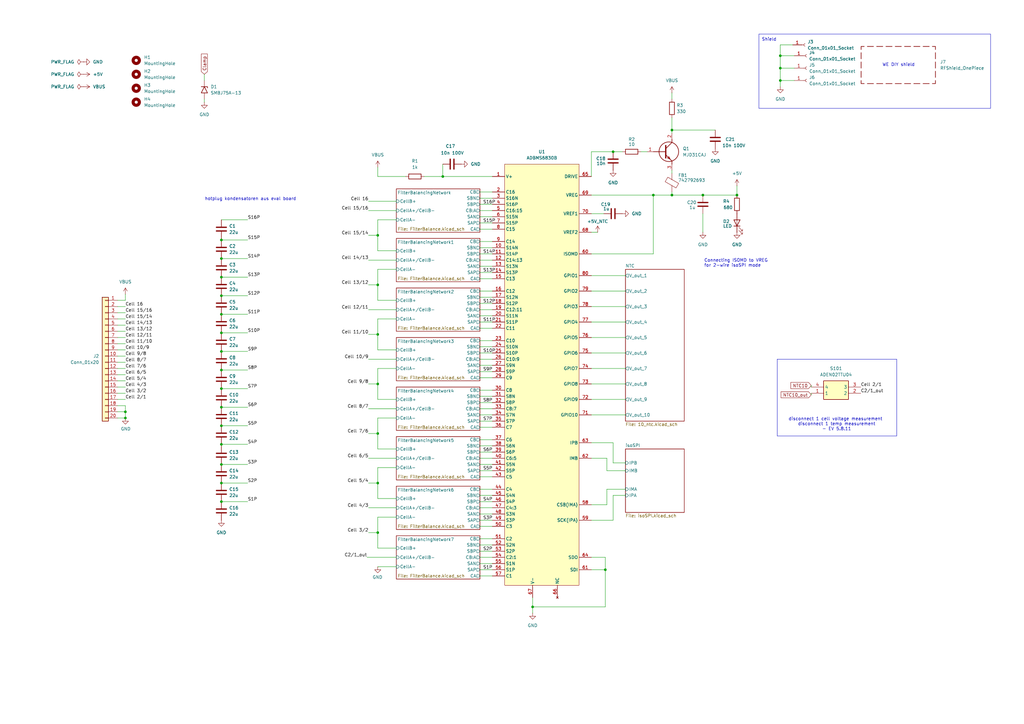
<source format=kicad_sch>
(kicad_sch
	(version 20231120)
	(generator "eeschema")
	(generator_version "8.0")
	(uuid "64eac9c4-e018-49db-b598-a7107a0db15b")
	(paper "A3")
	(lib_symbols
		(symbol "ADBMS6830B_lang:ADBMS6830B_Tall"
			(exclude_from_sim no)
			(in_bom yes)
			(on_board yes)
			(property "Reference" "U"
				(at 0 1.27 0)
				(effects
					(font
						(size 1.27 1.27)
					)
				)
			)
			(property "Value" "ADBMS6830B"
				(at 0 -1.27 0)
				(effects
					(font
						(size 1.27 1.27)
					)
				)
			)
			(property "Footprint" "ADBMS6830:QFP-80_12x12_Pitch0.5mm"
				(at -48.26 53.34 0)
				(effects
					(font
						(size 1.27 1.27)
					)
					(hide yes)
				)
			)
			(property "Datasheet" "~/ADBMS6830B_ADI.pdf"
				(at -48.26 53.34 0)
				(effects
					(font
						(size 1.27 1.27)
					)
					(hide yes)
				)
			)
			(property "Description" ""
				(at 0 0 0)
				(effects
					(font
						(size 1.27 1.27)
					)
					(hide yes)
				)
			)
			(symbol "ADBMS6830B_Tall_1_0"
				(pin input line
					(at -20.32 46.99 0)
					(length 5)
					(name "C14:13"
						(effects
							(font
								(size 1.27 1.27)
							)
						)
					)
					(number "12"
						(effects
							(font
								(size 1.27 1.27)
							)
						)
					)
				)
				(pin input line
					(at -20.32 6.35 0)
					(length 5)
					(name "C10:9"
						(effects
							(font
								(size 1.27 1.27)
							)
						)
					)
					(number "26"
						(effects
							(font
								(size 1.27 1.27)
							)
						)
					)
				)
				(pin input line
					(at -20.32 -13.97 0)
					(length 5)
					(name "C8:7"
						(effects
							(font
								(size 1.27 1.27)
							)
						)
					)
					(number "33"
						(effects
							(font
								(size 1.27 1.27)
							)
						)
					)
				)
				(pin input line
					(at -20.32 -34.29 0)
					(length 5)
					(name "C6:5"
						(effects
							(font
								(size 1.27 1.27)
							)
						)
					)
					(number "40"
						(effects
							(font
								(size 1.27 1.27)
							)
						)
					)
				)
				(pin input line
					(at -20.32 -54.61 0)
					(length 5)
					(name "C4:3"
						(effects
							(font
								(size 1.27 1.27)
							)
						)
					)
					(number "47"
						(effects
							(font
								(size 1.27 1.27)
							)
						)
					)
				)
				(pin input line
					(at -20.32 -74.93 0)
					(length 5)
					(name "C2:1"
						(effects
							(font
								(size 1.27 1.27)
							)
						)
					)
					(number "54"
						(effects
							(font
								(size 1.27 1.27)
							)
						)
					)
				)
				(pin no_connect line
					(at 6.35 -91.44 90)
					(length 5)
					(name "NC"
						(effects
							(font
								(size 1.27 1.27)
							)
						)
					)
					(number "66"
						(effects
							(font
								(size 1.27 1.27)
							)
						)
					)
				)
				(pin bidirectional line
					(at 20.32 -16.51 180)
					(length 5)
					(name "GPIO10"
						(effects
							(font
								(size 1.27 1.27)
							)
						)
					)
					(number "71"
						(effects
							(font
								(size 1.27 1.27)
							)
						)
					)
				)
			)
			(symbol "ADBMS6830B_Tall_1_1"
				(rectangle
					(start -15.24 86.36)
					(end 15.24 -86.36)
					(stroke
						(width 0)
						(type default)
					)
					(fill
						(type background)
					)
				)
				(pin power_out line
					(at -20.32 81.28 0)
					(length 5)
					(name "V+"
						(effects
							(font
								(size 1.27 1.27)
							)
						)
					)
					(number "1"
						(effects
							(font
								(size 1.27 1.27)
							)
						)
					)
				)
				(pin input line
					(at -20.32 52.07 0)
					(length 5)
					(name "S14N"
						(effects
							(font
								(size 1.27 1.27)
							)
						)
					)
					(number "10"
						(effects
							(font
								(size 1.27 1.27)
							)
						)
					)
				)
				(pin input line
					(at -20.32 49.53 0)
					(length 5)
					(name "S14P"
						(effects
							(font
								(size 1.27 1.27)
							)
						)
					)
					(number "11"
						(effects
							(font
								(size 1.27 1.27)
							)
						)
					)
				)
				(pin input line
					(at -20.32 44.45 0)
					(length 5)
					(name "S13N"
						(effects
							(font
								(size 1.27 1.27)
							)
						)
					)
					(number "13"
						(effects
							(font
								(size 1.27 1.27)
							)
						)
					)
				)
				(pin input line
					(at -20.32 41.91 0)
					(length 5)
					(name "S13P"
						(effects
							(font
								(size 1.27 1.27)
							)
						)
					)
					(number "14"
						(effects
							(font
								(size 1.27 1.27)
							)
						)
					)
				)
				(pin input line
					(at -20.32 39.37 0)
					(length 5)
					(name "C13"
						(effects
							(font
								(size 1.27 1.27)
							)
						)
					)
					(number "15"
						(effects
							(font
								(size 1.27 1.27)
							)
						)
					)
				)
				(pin input line
					(at -20.32 34.29 0)
					(length 5)
					(name "C12"
						(effects
							(font
								(size 1.27 1.27)
							)
						)
					)
					(number "16"
						(effects
							(font
								(size 1.27 1.27)
							)
						)
					)
				)
				(pin input line
					(at -20.32 31.75 0)
					(length 5)
					(name "S12N"
						(effects
							(font
								(size 1.27 1.27)
							)
						)
					)
					(number "17"
						(effects
							(font
								(size 1.27 1.27)
							)
						)
					)
				)
				(pin input line
					(at -20.32 29.21 0)
					(length 5)
					(name "S12P"
						(effects
							(font
								(size 1.27 1.27)
							)
						)
					)
					(number "18"
						(effects
							(font
								(size 1.27 1.27)
							)
						)
					)
				)
				(pin input line
					(at -20.32 26.67 0)
					(length 5)
					(name "C12:11"
						(effects
							(font
								(size 1.27 1.27)
							)
						)
					)
					(number "19"
						(effects
							(font
								(size 1.27 1.27)
							)
						)
					)
				)
				(pin input line
					(at -20.32 74.93 0)
					(length 5)
					(name "C16"
						(effects
							(font
								(size 1.27 1.27)
							)
						)
					)
					(number "2"
						(effects
							(font
								(size 1.27 1.27)
							)
						)
					)
				)
				(pin input line
					(at -20.32 24.13 0)
					(length 5)
					(name "S11N"
						(effects
							(font
								(size 1.27 1.27)
							)
						)
					)
					(number "20"
						(effects
							(font
								(size 1.27 1.27)
							)
						)
					)
				)
				(pin input line
					(at -20.32 21.59 0)
					(length 5)
					(name "S11P"
						(effects
							(font
								(size 1.27 1.27)
							)
						)
					)
					(number "21"
						(effects
							(font
								(size 1.27 1.27)
							)
						)
					)
				)
				(pin input line
					(at -20.32 19.05 0)
					(length 5)
					(name "C11"
						(effects
							(font
								(size 1.27 1.27)
							)
						)
					)
					(number "22"
						(effects
							(font
								(size 1.27 1.27)
							)
						)
					)
				)
				(pin input line
					(at -20.32 13.97 0)
					(length 5)
					(name "C10"
						(effects
							(font
								(size 1.27 1.27)
							)
						)
					)
					(number "23"
						(effects
							(font
								(size 1.27 1.27)
							)
						)
					)
				)
				(pin input line
					(at -20.32 11.43 0)
					(length 5)
					(name "S10N"
						(effects
							(font
								(size 1.27 1.27)
							)
						)
					)
					(number "24"
						(effects
							(font
								(size 1.27 1.27)
							)
						)
					)
				)
				(pin input line
					(at -20.32 8.89 0)
					(length 5)
					(name "S10P"
						(effects
							(font
								(size 1.27 1.27)
							)
						)
					)
					(number "25"
						(effects
							(font
								(size 1.27 1.27)
							)
						)
					)
				)
				(pin input line
					(at -20.32 3.81 0)
					(length 5)
					(name "S9N"
						(effects
							(font
								(size 1.27 1.27)
							)
						)
					)
					(number "27"
						(effects
							(font
								(size 1.27 1.27)
							)
						)
					)
				)
				(pin input line
					(at -20.32 1.27 0)
					(length 5)
					(name "S9P"
						(effects
							(font
								(size 1.27 1.27)
							)
						)
					)
					(number "28"
						(effects
							(font
								(size 1.27 1.27)
							)
						)
					)
				)
				(pin input line
					(at -20.32 -1.27 0)
					(length 5)
					(name "C9"
						(effects
							(font
								(size 1.27 1.27)
							)
						)
					)
					(number "29"
						(effects
							(font
								(size 1.27 1.27)
							)
						)
					)
				)
				(pin input line
					(at -20.32 72.39 0)
					(length 5)
					(name "S16N"
						(effects
							(font
								(size 1.27 1.27)
							)
						)
					)
					(number "3"
						(effects
							(font
								(size 1.27 1.27)
							)
						)
					)
				)
				(pin input line
					(at -20.32 -6.35 0)
					(length 5)
					(name "C8"
						(effects
							(font
								(size 1.27 1.27)
							)
						)
					)
					(number "30"
						(effects
							(font
								(size 1.27 1.27)
							)
						)
					)
				)
				(pin input line
					(at -20.32 -8.89 0)
					(length 5)
					(name "S8N"
						(effects
							(font
								(size 1.27 1.27)
							)
						)
					)
					(number "31"
						(effects
							(font
								(size 1.27 1.27)
							)
						)
					)
				)
				(pin input line
					(at -20.32 -11.43 0)
					(length 5)
					(name "S8P"
						(effects
							(font
								(size 1.27 1.27)
							)
						)
					)
					(number "32"
						(effects
							(font
								(size 1.27 1.27)
							)
						)
					)
				)
				(pin input line
					(at -20.32 -16.51 0)
					(length 5)
					(name "S7N"
						(effects
							(font
								(size 1.27 1.27)
							)
						)
					)
					(number "34"
						(effects
							(font
								(size 1.27 1.27)
							)
						)
					)
				)
				(pin input line
					(at -20.32 -19.05 0)
					(length 5)
					(name "S7P"
						(effects
							(font
								(size 1.27 1.27)
							)
						)
					)
					(number "35"
						(effects
							(font
								(size 1.27 1.27)
							)
						)
					)
				)
				(pin input line
					(at -20.32 -21.59 0)
					(length 5)
					(name "C7"
						(effects
							(font
								(size 1.27 1.27)
							)
						)
					)
					(number "36"
						(effects
							(font
								(size 1.27 1.27)
							)
						)
					)
				)
				(pin input line
					(at -20.32 -26.67 0)
					(length 5)
					(name "C6"
						(effects
							(font
								(size 1.27 1.27)
							)
						)
					)
					(number "37"
						(effects
							(font
								(size 1.27 1.27)
							)
						)
					)
				)
				(pin input line
					(at -20.32 -29.21 0)
					(length 5)
					(name "S6N"
						(effects
							(font
								(size 1.27 1.27)
							)
						)
					)
					(number "38"
						(effects
							(font
								(size 1.27 1.27)
							)
						)
					)
				)
				(pin input line
					(at -20.32 -31.75 0)
					(length 5)
					(name "S6P"
						(effects
							(font
								(size 1.27 1.27)
							)
						)
					)
					(number "39"
						(effects
							(font
								(size 1.27 1.27)
							)
						)
					)
				)
				(pin input line
					(at -20.32 69.85 0)
					(length 5)
					(name "S16P"
						(effects
							(font
								(size 1.27 1.27)
							)
						)
					)
					(number "4"
						(effects
							(font
								(size 1.27 1.27)
							)
						)
					)
				)
				(pin input line
					(at -20.32 -36.83 0)
					(length 5)
					(name "S5N"
						(effects
							(font
								(size 1.27 1.27)
							)
						)
					)
					(number "41"
						(effects
							(font
								(size 1.27 1.27)
							)
						)
					)
				)
				(pin input line
					(at -20.32 -39.37 0)
					(length 5)
					(name "S5P"
						(effects
							(font
								(size 1.27 1.27)
							)
						)
					)
					(number "42"
						(effects
							(font
								(size 1.27 1.27)
							)
						)
					)
				)
				(pin input line
					(at -20.32 -41.91 0)
					(length 5)
					(name "C5"
						(effects
							(font
								(size 1.27 1.27)
							)
						)
					)
					(number "43"
						(effects
							(font
								(size 1.27 1.27)
							)
						)
					)
				)
				(pin input line
					(at -20.32 -46.99 0)
					(length 5)
					(name "C4"
						(effects
							(font
								(size 1.27 1.27)
							)
						)
					)
					(number "44"
						(effects
							(font
								(size 1.27 1.27)
							)
						)
					)
				)
				(pin input line
					(at -20.32 -49.53 0)
					(length 5)
					(name "S4N"
						(effects
							(font
								(size 1.27 1.27)
							)
						)
					)
					(number "45"
						(effects
							(font
								(size 1.27 1.27)
							)
						)
					)
				)
				(pin input line
					(at -20.32 -52.07 0)
					(length 5)
					(name "S4P"
						(effects
							(font
								(size 1.27 1.27)
							)
						)
					)
					(number "46"
						(effects
							(font
								(size 1.27 1.27)
							)
						)
					)
				)
				(pin input line
					(at -20.32 -57.15 0)
					(length 5)
					(name "S3N"
						(effects
							(font
								(size 1.27 1.27)
							)
						)
					)
					(number "48"
						(effects
							(font
								(size 1.27 1.27)
							)
						)
					)
				)
				(pin input line
					(at -20.32 -59.69 0)
					(length 5)
					(name "S3P"
						(effects
							(font
								(size 1.27 1.27)
							)
						)
					)
					(number "49"
						(effects
							(font
								(size 1.27 1.27)
							)
						)
					)
				)
				(pin input line
					(at -20.32 67.31 0)
					(length 5)
					(name "C16:15"
						(effects
							(font
								(size 1.27 1.27)
							)
						)
					)
					(number "5"
						(effects
							(font
								(size 1.27 1.27)
							)
						)
					)
				)
				(pin input line
					(at -20.32 -62.23 0)
					(length 5)
					(name "C3"
						(effects
							(font
								(size 1.27 1.27)
							)
						)
					)
					(number "50"
						(effects
							(font
								(size 1.27 1.27)
							)
						)
					)
				)
				(pin input line
					(at -20.32 -67.31 0)
					(length 5)
					(name "C2"
						(effects
							(font
								(size 1.27 1.27)
							)
						)
					)
					(number "51"
						(effects
							(font
								(size 1.27 1.27)
							)
						)
					)
				)
				(pin input line
					(at -20.32 -69.85 0)
					(length 5)
					(name "S2N"
						(effects
							(font
								(size 1.27 1.27)
							)
						)
					)
					(number "52"
						(effects
							(font
								(size 1.27 1.27)
							)
						)
					)
				)
				(pin input line
					(at -20.32 -72.39 0)
					(length 5)
					(name "S2P"
						(effects
							(font
								(size 1.27 1.27)
							)
						)
					)
					(number "53"
						(effects
							(font
								(size 1.27 1.27)
							)
						)
					)
				)
				(pin input line
					(at -20.32 -77.47 0)
					(length 5)
					(name "S1N"
						(effects
							(font
								(size 1.27 1.27)
							)
						)
					)
					(number "55"
						(effects
							(font
								(size 1.27 1.27)
							)
						)
					)
				)
				(pin input line
					(at -20.32 -80.01 0)
					(length 5)
					(name "S1P"
						(effects
							(font
								(size 1.27 1.27)
							)
						)
					)
					(number "56"
						(effects
							(font
								(size 1.27 1.27)
							)
						)
					)
				)
				(pin input line
					(at -20.32 -82.55 0)
					(length 5)
					(name "C1"
						(effects
							(font
								(size 1.27 1.27)
							)
						)
					)
					(number "57"
						(effects
							(font
								(size 1.27 1.27)
							)
						)
					)
				)
				(pin bidirectional line
					(at 20.32 -53.34 180)
					(length 5)
					(name "CSB(IMA)"
						(effects
							(font
								(size 1.27 1.27)
							)
						)
					)
					(number "58"
						(effects
							(font
								(size 1.27 1.27)
							)
						)
					)
				)
				(pin bidirectional line
					(at 20.32 -59.69 180)
					(length 5)
					(name "SCK(IPA)"
						(effects
							(font
								(size 1.27 1.27)
							)
						)
					)
					(number "59"
						(effects
							(font
								(size 1.27 1.27)
							)
						)
					)
				)
				(pin input line
					(at -20.32 64.77 0)
					(length 5)
					(name "S15N"
						(effects
							(font
								(size 1.27 1.27)
							)
						)
					)
					(number "6"
						(effects
							(font
								(size 1.27 1.27)
							)
						)
					)
				)
				(pin bidirectional line
					(at 20.32 49.53 180)
					(length 5)
					(name "ISOMD"
						(effects
							(font
								(size 1.27 1.27)
							)
						)
					)
					(number "60"
						(effects
							(font
								(size 1.27 1.27)
							)
						)
					)
				)
				(pin bidirectional line
					(at 20.32 -80.01 180)
					(length 5)
					(name "SDI"
						(effects
							(font
								(size 1.27 1.27)
							)
						)
					)
					(number "61"
						(effects
							(font
								(size 1.27 1.27)
							)
						)
					)
				)
				(pin bidirectional line
					(at 20.32 -34.29 180)
					(length 5)
					(name "IMB"
						(effects
							(font
								(size 1.27 1.27)
							)
						)
					)
					(number "62"
						(effects
							(font
								(size 1.27 1.27)
							)
						)
					)
				)
				(pin bidirectional line
					(at 20.32 -27.94 180)
					(length 5)
					(name "IPB"
						(effects
							(font
								(size 1.27 1.27)
							)
						)
					)
					(number "63"
						(effects
							(font
								(size 1.27 1.27)
							)
						)
					)
				)
				(pin bidirectional line
					(at 20.32 -74.93 180)
					(length 5)
					(name "SDO"
						(effects
							(font
								(size 1.27 1.27)
							)
						)
					)
					(number "64"
						(effects
							(font
								(size 1.27 1.27)
							)
						)
					)
				)
				(pin bidirectional line
					(at 20.32 81.28 180)
					(length 5)
					(name "DRIVE"
						(effects
							(font
								(size 1.27 1.27)
							)
						)
					)
					(number "65"
						(effects
							(font
								(size 1.27 1.27)
							)
						)
					)
				)
				(pin input line
					(at -3.81 -91.44 90)
					(length 5)
					(name "V-"
						(effects
							(font
								(size 1.27 1.27)
							)
						)
					)
					(number "67"
						(effects
							(font
								(size 1.27 1.27)
							)
						)
					)
				)
				(pin power_out line
					(at 20.32 58.42 180)
					(length 5)
					(name "VREF2"
						(effects
							(font
								(size 1.27 1.27)
							)
						)
					)
					(number "68"
						(effects
							(font
								(size 1.27 1.27)
							)
						)
					)
				)
				(pin input line
					(at 20.32 73.66 180)
					(length 5)
					(name "VREG"
						(effects
							(font
								(size 1.27 1.27)
							)
						)
					)
					(number "69"
						(effects
							(font
								(size 1.27 1.27)
							)
						)
					)
				)
				(pin input line
					(at -20.32 62.23 0)
					(length 5)
					(name "S15P"
						(effects
							(font
								(size 1.27 1.27)
							)
						)
					)
					(number "7"
						(effects
							(font
								(size 1.27 1.27)
							)
						)
					)
				)
				(pin power_out line
					(at 20.32 66.04 180)
					(length 5)
					(name "VREF1"
						(effects
							(font
								(size 1.27 1.27)
							)
						)
					)
					(number "70"
						(effects
							(font
								(size 1.27 1.27)
							)
						)
					)
				)
				(pin bidirectional line
					(at 20.32 -10.16 180)
					(length 5)
					(name "GPIO9"
						(effects
							(font
								(size 1.27 1.27)
							)
						)
					)
					(number "72"
						(effects
							(font
								(size 1.27 1.27)
							)
						)
					)
				)
				(pin bidirectional line
					(at 20.32 -3.81 180)
					(length 5)
					(name "GPIO8"
						(effects
							(font
								(size 1.27 1.27)
							)
						)
					)
					(number "73"
						(effects
							(font
								(size 1.27 1.27)
							)
						)
					)
				)
				(pin bidirectional line
					(at 20.32 2.54 180)
					(length 5)
					(name "GPIO7"
						(effects
							(font
								(size 1.27 1.27)
							)
						)
					)
					(number "74"
						(effects
							(font
								(size 1.27 1.27)
							)
						)
					)
				)
				(pin bidirectional line
					(at 20.32 8.89 180)
					(length 5)
					(name "GPIO6"
						(effects
							(font
								(size 1.27 1.27)
							)
						)
					)
					(number "75"
						(effects
							(font
								(size 1.27 1.27)
							)
						)
					)
				)
				(pin bidirectional line
					(at 20.32 15.24 180)
					(length 5)
					(name "GPIO5"
						(effects
							(font
								(size 1.27 1.27)
							)
						)
					)
					(number "76"
						(effects
							(font
								(size 1.27 1.27)
							)
						)
					)
				)
				(pin bidirectional line
					(at 20.32 21.59 180)
					(length 5)
					(name "GPIO4"
						(effects
							(font
								(size 1.27 1.27)
							)
						)
					)
					(number "77"
						(effects
							(font
								(size 1.27 1.27)
							)
						)
					)
				)
				(pin bidirectional line
					(at 20.32 27.94 180)
					(length 5)
					(name "GPIO3"
						(effects
							(font
								(size 1.27 1.27)
							)
						)
					)
					(number "78"
						(effects
							(font
								(size 1.27 1.27)
							)
						)
					)
				)
				(pin bidirectional line
					(at 20.32 34.29 180)
					(length 5)
					(name "GPIO2"
						(effects
							(font
								(size 1.27 1.27)
							)
						)
					)
					(number "79"
						(effects
							(font
								(size 1.27 1.27)
							)
						)
					)
				)
				(pin input line
					(at -20.32 59.69 0)
					(length 5)
					(name "C15"
						(effects
							(font
								(size 1.27 1.27)
							)
						)
					)
					(number "8"
						(effects
							(font
								(size 1.27 1.27)
							)
						)
					)
				)
				(pin bidirectional line
					(at 20.32 40.64 180)
					(length 5)
					(name "GPIO1"
						(effects
							(font
								(size 1.27 1.27)
							)
						)
					)
					(number "80"
						(effects
							(font
								(size 1.27 1.27)
							)
						)
					)
				)
				(pin input line
					(at -20.32 54.61 0)
					(length 5)
					(name "C14"
						(effects
							(font
								(size 1.27 1.27)
							)
						)
					)
					(number "9"
						(effects
							(font
								(size 1.27 1.27)
							)
						)
					)
				)
			)
		)
		(symbol "ADEN02TTU04:ADEN02TTU04"
			(exclude_from_sim no)
			(in_bom yes)
			(on_board yes)
			(property "Reference" "S"
				(at 16.51 7.62 0)
				(effects
					(font
						(size 1.27 1.27)
					)
					(justify left top)
				)
			)
			(property "Value" "ADEN02TTU04"
				(at 16.51 5.08 0)
				(effects
					(font
						(size 1.27 1.27)
					)
					(justify left top)
				)
			)
			(property "Footprint" "ADEN02TTU04"
				(at 16.51 -94.92 0)
				(effects
					(font
						(size 1.27 1.27)
					)
					(justify left top)
					(hide yes)
				)
			)
			(property "Datasheet" "https://www.te.com/commerce/DocumentDelivery/DDEController?Action=srchrtrv&DocNm=2454982&DocType=Customer%20Drawing&DocLang=English&DocFormat=pdf&PartCntxt=2454982-1"
				(at 16.51 -194.92 0)
				(effects
					(font
						(size 1.27 1.27)
					)
					(justify left top)
					(hide yes)
				)
			)
			(property "Description" "DIP Switch, Gold Flash Contact Plating, Black, PA9T, 2 Switch, -40  85 C, Extended Actuator, 24 A Contact Rating, Alcoswitch DIP ADE"
				(at 0 0 0)
				(effects
					(font
						(size 1.27 1.27)
					)
					(hide yes)
				)
			)
			(property "Height" "4.51"
				(at 16.51 -394.92 0)
				(effects
					(font
						(size 1.27 1.27)
					)
					(justify left top)
					(hide yes)
				)
			)
			(property "Manufacturer_Name" "TE Connectivity"
				(at 16.51 -494.92 0)
				(effects
					(font
						(size 1.27 1.27)
					)
					(justify left top)
					(hide yes)
				)
			)
			(property "Manufacturer_Part_Number" "ADEN02TTU04"
				(at 16.51 -594.92 0)
				(effects
					(font
						(size 1.27 1.27)
					)
					(justify left top)
					(hide yes)
				)
			)
			(property "Mouser Part Number" "655-ADEN02TTU04"
				(at 16.51 -694.92 0)
				(effects
					(font
						(size 1.27 1.27)
					)
					(justify left top)
					(hide yes)
				)
			)
			(property "Mouser Price/Stock" "https://www.mouser.co.uk/ProductDetail/TE-Connectivity-Alcoswitch/ADEN02TTU04?qs=1Kr7Jg1SGW8ZWHKgHyLd6w%3D%3D"
				(at 16.51 -794.92 0)
				(effects
					(font
						(size 1.27 1.27)
					)
					(justify left top)
					(hide yes)
				)
			)
			(property "Arrow Part Number" ""
				(at 16.51 -894.92 0)
				(effects
					(font
						(size 1.27 1.27)
					)
					(justify left top)
					(hide yes)
				)
			)
			(property "Arrow Price/Stock" ""
				(at 16.51 -994.92 0)
				(effects
					(font
						(size 1.27 1.27)
					)
					(justify left top)
					(hide yes)
				)
			)
			(symbol "ADEN02TTU04_1_1"
				(rectangle
					(start 5.08 2.54)
					(end 15.24 -5.08)
					(stroke
						(width 0.254)
						(type default)
					)
					(fill
						(type background)
					)
				)
				(pin passive line
					(at 0 -2.54 0)
					(length 5.08)
					(name "1"
						(effects
							(font
								(size 1.27 1.27)
							)
						)
					)
					(number "1"
						(effects
							(font
								(size 1.27 1.27)
							)
						)
					)
				)
				(pin passive line
					(at 20.32 -2.54 180)
					(length 5.08)
					(name "2"
						(effects
							(font
								(size 1.27 1.27)
							)
						)
					)
					(number "2"
						(effects
							(font
								(size 1.27 1.27)
							)
						)
					)
				)
				(pin passive line
					(at 20.32 0 180)
					(length 5.08)
					(name "3"
						(effects
							(font
								(size 1.27 1.27)
							)
						)
					)
					(number "3"
						(effects
							(font
								(size 1.27 1.27)
							)
						)
					)
				)
				(pin passive line
					(at 0 0 0)
					(length 5.08)
					(name "4"
						(effects
							(font
								(size 1.27 1.27)
							)
						)
					)
					(number "4"
						(effects
							(font
								(size 1.27 1.27)
							)
						)
					)
				)
			)
		)
		(symbol "Connector:Conn_01x01_Socket"
			(pin_names
				(offset 1.016) hide)
			(exclude_from_sim no)
			(in_bom yes)
			(on_board yes)
			(property "Reference" "J"
				(at 0 2.54 0)
				(effects
					(font
						(size 1.27 1.27)
					)
				)
			)
			(property "Value" "Conn_01x01_Socket"
				(at 0 -2.54 0)
				(effects
					(font
						(size 1.27 1.27)
					)
				)
			)
			(property "Footprint" ""
				(at 0 0 0)
				(effects
					(font
						(size 1.27 1.27)
					)
					(hide yes)
				)
			)
			(property "Datasheet" "~"
				(at 0 0 0)
				(effects
					(font
						(size 1.27 1.27)
					)
					(hide yes)
				)
			)
			(property "Description" "Generic connector, single row, 01x01, script generated"
				(at 0 0 0)
				(effects
					(font
						(size 1.27 1.27)
					)
					(hide yes)
				)
			)
			(property "ki_locked" ""
				(at 0 0 0)
				(effects
					(font
						(size 1.27 1.27)
					)
				)
			)
			(property "ki_keywords" "connector"
				(at 0 0 0)
				(effects
					(font
						(size 1.27 1.27)
					)
					(hide yes)
				)
			)
			(property "ki_fp_filters" "Connector*:*_1x??_*"
				(at 0 0 0)
				(effects
					(font
						(size 1.27 1.27)
					)
					(hide yes)
				)
			)
			(symbol "Conn_01x01_Socket_1_1"
				(polyline
					(pts
						(xy -1.27 0) (xy -0.508 0)
					)
					(stroke
						(width 0.1524)
						(type default)
					)
					(fill
						(type none)
					)
				)
				(arc
					(start 0 0.508)
					(mid -0.5058 0)
					(end 0 -0.508)
					(stroke
						(width 0.1524)
						(type default)
					)
					(fill
						(type none)
					)
				)
				(pin passive line
					(at -5.08 0 0)
					(length 3.81)
					(name "Pin_1"
						(effects
							(font
								(size 1.27 1.27)
							)
						)
					)
					(number "1"
						(effects
							(font
								(size 1.27 1.27)
							)
						)
					)
				)
			)
		)
		(symbol "Connector_Generic:Conn_01x20"
			(pin_names
				(offset 1.016) hide)
			(exclude_from_sim no)
			(in_bom yes)
			(on_board yes)
			(property "Reference" "J"
				(at 0 25.4 0)
				(effects
					(font
						(size 1.27 1.27)
					)
				)
			)
			(property "Value" "Conn_01x20"
				(at 0 -27.94 0)
				(effects
					(font
						(size 1.27 1.27)
					)
				)
			)
			(property "Footprint" ""
				(at 0 0 0)
				(effects
					(font
						(size 1.27 1.27)
					)
					(hide yes)
				)
			)
			(property "Datasheet" "~"
				(at 0 0 0)
				(effects
					(font
						(size 1.27 1.27)
					)
					(hide yes)
				)
			)
			(property "Description" "Generic connector, single row, 01x20, script generated (kicad-library-utils/schlib/autogen/connector/)"
				(at 0 0 0)
				(effects
					(font
						(size 1.27 1.27)
					)
					(hide yes)
				)
			)
			(property "ki_keywords" "connector"
				(at 0 0 0)
				(effects
					(font
						(size 1.27 1.27)
					)
					(hide yes)
				)
			)
			(property "ki_fp_filters" "Connector*:*_1x??_*"
				(at 0 0 0)
				(effects
					(font
						(size 1.27 1.27)
					)
					(hide yes)
				)
			)
			(symbol "Conn_01x20_1_1"
				(rectangle
					(start -1.27 -25.273)
					(end 0 -25.527)
					(stroke
						(width 0.1524)
						(type default)
					)
					(fill
						(type none)
					)
				)
				(rectangle
					(start -1.27 -22.733)
					(end 0 -22.987)
					(stroke
						(width 0.1524)
						(type default)
					)
					(fill
						(type none)
					)
				)
				(rectangle
					(start -1.27 -20.193)
					(end 0 -20.447)
					(stroke
						(width 0.1524)
						(type default)
					)
					(fill
						(type none)
					)
				)
				(rectangle
					(start -1.27 -17.653)
					(end 0 -17.907)
					(stroke
						(width 0.1524)
						(type default)
					)
					(fill
						(type none)
					)
				)
				(rectangle
					(start -1.27 -15.113)
					(end 0 -15.367)
					(stroke
						(width 0.1524)
						(type default)
					)
					(fill
						(type none)
					)
				)
				(rectangle
					(start -1.27 -12.573)
					(end 0 -12.827)
					(stroke
						(width 0.1524)
						(type default)
					)
					(fill
						(type none)
					)
				)
				(rectangle
					(start -1.27 -10.033)
					(end 0 -10.287)
					(stroke
						(width 0.1524)
						(type default)
					)
					(fill
						(type none)
					)
				)
				(rectangle
					(start -1.27 -7.493)
					(end 0 -7.747)
					(stroke
						(width 0.1524)
						(type default)
					)
					(fill
						(type none)
					)
				)
				(rectangle
					(start -1.27 -4.953)
					(end 0 -5.207)
					(stroke
						(width 0.1524)
						(type default)
					)
					(fill
						(type none)
					)
				)
				(rectangle
					(start -1.27 -2.413)
					(end 0 -2.667)
					(stroke
						(width 0.1524)
						(type default)
					)
					(fill
						(type none)
					)
				)
				(rectangle
					(start -1.27 0.127)
					(end 0 -0.127)
					(stroke
						(width 0.1524)
						(type default)
					)
					(fill
						(type none)
					)
				)
				(rectangle
					(start -1.27 2.667)
					(end 0 2.413)
					(stroke
						(width 0.1524)
						(type default)
					)
					(fill
						(type none)
					)
				)
				(rectangle
					(start -1.27 5.207)
					(end 0 4.953)
					(stroke
						(width 0.1524)
						(type default)
					)
					(fill
						(type none)
					)
				)
				(rectangle
					(start -1.27 7.747)
					(end 0 7.493)
					(stroke
						(width 0.1524)
						(type default)
					)
					(fill
						(type none)
					)
				)
				(rectangle
					(start -1.27 10.287)
					(end 0 10.033)
					(stroke
						(width 0.1524)
						(type default)
					)
					(fill
						(type none)
					)
				)
				(rectangle
					(start -1.27 12.827)
					(end 0 12.573)
					(stroke
						(width 0.1524)
						(type default)
					)
					(fill
						(type none)
					)
				)
				(rectangle
					(start -1.27 15.367)
					(end 0 15.113)
					(stroke
						(width 0.1524)
						(type default)
					)
					(fill
						(type none)
					)
				)
				(rectangle
					(start -1.27 17.907)
					(end 0 17.653)
					(stroke
						(width 0.1524)
						(type default)
					)
					(fill
						(type none)
					)
				)
				(rectangle
					(start -1.27 20.447)
					(end 0 20.193)
					(stroke
						(width 0.1524)
						(type default)
					)
					(fill
						(type none)
					)
				)
				(rectangle
					(start -1.27 22.987)
					(end 0 22.733)
					(stroke
						(width 0.1524)
						(type default)
					)
					(fill
						(type none)
					)
				)
				(rectangle
					(start -1.27 24.13)
					(end 1.27 -26.67)
					(stroke
						(width 0.254)
						(type default)
					)
					(fill
						(type background)
					)
				)
				(pin passive line
					(at -5.08 22.86 0)
					(length 3.81)
					(name "Pin_1"
						(effects
							(font
								(size 1.27 1.27)
							)
						)
					)
					(number "1"
						(effects
							(font
								(size 1.27 1.27)
							)
						)
					)
				)
				(pin passive line
					(at -5.08 0 0)
					(length 3.81)
					(name "Pin_10"
						(effects
							(font
								(size 1.27 1.27)
							)
						)
					)
					(number "10"
						(effects
							(font
								(size 1.27 1.27)
							)
						)
					)
				)
				(pin passive line
					(at -5.08 -2.54 0)
					(length 3.81)
					(name "Pin_11"
						(effects
							(font
								(size 1.27 1.27)
							)
						)
					)
					(number "11"
						(effects
							(font
								(size 1.27 1.27)
							)
						)
					)
				)
				(pin passive line
					(at -5.08 -5.08 0)
					(length 3.81)
					(name "Pin_12"
						(effects
							(font
								(size 1.27 1.27)
							)
						)
					)
					(number "12"
						(effects
							(font
								(size 1.27 1.27)
							)
						)
					)
				)
				(pin passive line
					(at -5.08 -7.62 0)
					(length 3.81)
					(name "Pin_13"
						(effects
							(font
								(size 1.27 1.27)
							)
						)
					)
					(number "13"
						(effects
							(font
								(size 1.27 1.27)
							)
						)
					)
				)
				(pin passive line
					(at -5.08 -10.16 0)
					(length 3.81)
					(name "Pin_14"
						(effects
							(font
								(size 1.27 1.27)
							)
						)
					)
					(number "14"
						(effects
							(font
								(size 1.27 1.27)
							)
						)
					)
				)
				(pin passive line
					(at -5.08 -12.7 0)
					(length 3.81)
					(name "Pin_15"
						(effects
							(font
								(size 1.27 1.27)
							)
						)
					)
					(number "15"
						(effects
							(font
								(size 1.27 1.27)
							)
						)
					)
				)
				(pin passive line
					(at -5.08 -15.24 0)
					(length 3.81)
					(name "Pin_16"
						(effects
							(font
								(size 1.27 1.27)
							)
						)
					)
					(number "16"
						(effects
							(font
								(size 1.27 1.27)
							)
						)
					)
				)
				(pin passive line
					(at -5.08 -17.78 0)
					(length 3.81)
					(name "Pin_17"
						(effects
							(font
								(size 1.27 1.27)
							)
						)
					)
					(number "17"
						(effects
							(font
								(size 1.27 1.27)
							)
						)
					)
				)
				(pin passive line
					(at -5.08 -20.32 0)
					(length 3.81)
					(name "Pin_18"
						(effects
							(font
								(size 1.27 1.27)
							)
						)
					)
					(number "18"
						(effects
							(font
								(size 1.27 1.27)
							)
						)
					)
				)
				(pin passive line
					(at -5.08 -22.86 0)
					(length 3.81)
					(name "Pin_19"
						(effects
							(font
								(size 1.27 1.27)
							)
						)
					)
					(number "19"
						(effects
							(font
								(size 1.27 1.27)
							)
						)
					)
				)
				(pin passive line
					(at -5.08 20.32 0)
					(length 3.81)
					(name "Pin_2"
						(effects
							(font
								(size 1.27 1.27)
							)
						)
					)
					(number "2"
						(effects
							(font
								(size 1.27 1.27)
							)
						)
					)
				)
				(pin passive line
					(at -5.08 -25.4 0)
					(length 3.81)
					(name "Pin_20"
						(effects
							(font
								(size 1.27 1.27)
							)
						)
					)
					(number "20"
						(effects
							(font
								(size 1.27 1.27)
							)
						)
					)
				)
				(pin passive line
					(at -5.08 17.78 0)
					(length 3.81)
					(name "Pin_3"
						(effects
							(font
								(size 1.27 1.27)
							)
						)
					)
					(number "3"
						(effects
							(font
								(size 1.27 1.27)
							)
						)
					)
				)
				(pin passive line
					(at -5.08 15.24 0)
					(length 3.81)
					(name "Pin_4"
						(effects
							(font
								(size 1.27 1.27)
							)
						)
					)
					(number "4"
						(effects
							(font
								(size 1.27 1.27)
							)
						)
					)
				)
				(pin passive line
					(at -5.08 12.7 0)
					(length 3.81)
					(name "Pin_5"
						(effects
							(font
								(size 1.27 1.27)
							)
						)
					)
					(number "5"
						(effects
							(font
								(size 1.27 1.27)
							)
						)
					)
				)
				(pin passive line
					(at -5.08 10.16 0)
					(length 3.81)
					(name "Pin_6"
						(effects
							(font
								(size 1.27 1.27)
							)
						)
					)
					(number "6"
						(effects
							(font
								(size 1.27 1.27)
							)
						)
					)
				)
				(pin passive line
					(at -5.08 7.62 0)
					(length 3.81)
					(name "Pin_7"
						(effects
							(font
								(size 1.27 1.27)
							)
						)
					)
					(number "7"
						(effects
							(font
								(size 1.27 1.27)
							)
						)
					)
				)
				(pin passive line
					(at -5.08 5.08 0)
					(length 3.81)
					(name "Pin_8"
						(effects
							(font
								(size 1.27 1.27)
							)
						)
					)
					(number "8"
						(effects
							(font
								(size 1.27 1.27)
							)
						)
					)
				)
				(pin passive line
					(at -5.08 2.54 0)
					(length 3.81)
					(name "Pin_9"
						(effects
							(font
								(size 1.27 1.27)
							)
						)
					)
					(number "9"
						(effects
							(font
								(size 1.27 1.27)
							)
						)
					)
				)
			)
		)
		(symbol "Device:C"
			(pin_numbers hide)
			(pin_names
				(offset 0.254)
			)
			(exclude_from_sim no)
			(in_bom yes)
			(on_board yes)
			(property "Reference" "C"
				(at 0.635 2.54 0)
				(effects
					(font
						(size 1.27 1.27)
					)
					(justify left)
				)
			)
			(property "Value" "C"
				(at 0.635 -2.54 0)
				(effects
					(font
						(size 1.27 1.27)
					)
					(justify left)
				)
			)
			(property "Footprint" ""
				(at 0.9652 -3.81 0)
				(effects
					(font
						(size 1.27 1.27)
					)
					(hide yes)
				)
			)
			(property "Datasheet" "~"
				(at 0 0 0)
				(effects
					(font
						(size 1.27 1.27)
					)
					(hide yes)
				)
			)
			(property "Description" "Unpolarized capacitor"
				(at 0 0 0)
				(effects
					(font
						(size 1.27 1.27)
					)
					(hide yes)
				)
			)
			(property "ki_keywords" "cap capacitor"
				(at 0 0 0)
				(effects
					(font
						(size 1.27 1.27)
					)
					(hide yes)
				)
			)
			(property "ki_fp_filters" "C_*"
				(at 0 0 0)
				(effects
					(font
						(size 1.27 1.27)
					)
					(hide yes)
				)
			)
			(symbol "C_0_1"
				(polyline
					(pts
						(xy -2.032 -0.762) (xy 2.032 -0.762)
					)
					(stroke
						(width 0.508)
						(type default)
					)
					(fill
						(type none)
					)
				)
				(polyline
					(pts
						(xy -2.032 0.762) (xy 2.032 0.762)
					)
					(stroke
						(width 0.508)
						(type default)
					)
					(fill
						(type none)
					)
				)
			)
			(symbol "C_1_1"
				(pin passive line
					(at 0 3.81 270)
					(length 2.794)
					(name "~"
						(effects
							(font
								(size 1.27 1.27)
							)
						)
					)
					(number "1"
						(effects
							(font
								(size 1.27 1.27)
							)
						)
					)
				)
				(pin passive line
					(at 0 -3.81 90)
					(length 2.794)
					(name "~"
						(effects
							(font
								(size 1.27 1.27)
							)
						)
					)
					(number "2"
						(effects
							(font
								(size 1.27 1.27)
							)
						)
					)
				)
			)
		)
		(symbol "Device:FerriteBead"
			(pin_numbers hide)
			(pin_names
				(offset 0)
			)
			(exclude_from_sim no)
			(in_bom yes)
			(on_board yes)
			(property "Reference" "FB"
				(at -3.81 0.635 90)
				(effects
					(font
						(size 1.27 1.27)
					)
				)
			)
			(property "Value" "FerriteBead"
				(at 3.81 0 90)
				(effects
					(font
						(size 1.27 1.27)
					)
				)
			)
			(property "Footprint" ""
				(at -1.778 0 90)
				(effects
					(font
						(size 1.27 1.27)
					)
					(hide yes)
				)
			)
			(property "Datasheet" "~"
				(at 0 0 0)
				(effects
					(font
						(size 1.27 1.27)
					)
					(hide yes)
				)
			)
			(property "Description" "Ferrite bead"
				(at 0 0 0)
				(effects
					(font
						(size 1.27 1.27)
					)
					(hide yes)
				)
			)
			(property "ki_keywords" "L ferrite bead inductor filter"
				(at 0 0 0)
				(effects
					(font
						(size 1.27 1.27)
					)
					(hide yes)
				)
			)
			(property "ki_fp_filters" "Inductor_* L_* *Ferrite*"
				(at 0 0 0)
				(effects
					(font
						(size 1.27 1.27)
					)
					(hide yes)
				)
			)
			(symbol "FerriteBead_0_1"
				(polyline
					(pts
						(xy 0 -1.27) (xy 0 -1.2192)
					)
					(stroke
						(width 0)
						(type default)
					)
					(fill
						(type none)
					)
				)
				(polyline
					(pts
						(xy 0 1.27) (xy 0 1.2954)
					)
					(stroke
						(width 0)
						(type default)
					)
					(fill
						(type none)
					)
				)
				(polyline
					(pts
						(xy -2.7686 0.4064) (xy -1.7018 2.2606) (xy 2.7686 -0.3048) (xy 1.6764 -2.159) (xy -2.7686 0.4064)
					)
					(stroke
						(width 0)
						(type default)
					)
					(fill
						(type none)
					)
				)
			)
			(symbol "FerriteBead_1_1"
				(pin passive line
					(at 0 3.81 270)
					(length 2.54)
					(name "~"
						(effects
							(font
								(size 1.27 1.27)
							)
						)
					)
					(number "1"
						(effects
							(font
								(size 1.27 1.27)
							)
						)
					)
				)
				(pin passive line
					(at 0 -3.81 90)
					(length 2.54)
					(name "~"
						(effects
							(font
								(size 1.27 1.27)
							)
						)
					)
					(number "2"
						(effects
							(font
								(size 1.27 1.27)
							)
						)
					)
				)
			)
		)
		(symbol "Device:R"
			(pin_numbers hide)
			(pin_names
				(offset 0)
			)
			(exclude_from_sim no)
			(in_bom yes)
			(on_board yes)
			(property "Reference" "R"
				(at 2.032 0 90)
				(effects
					(font
						(size 1.27 1.27)
					)
				)
			)
			(property "Value" "R"
				(at 0 0 90)
				(effects
					(font
						(size 1.27 1.27)
					)
				)
			)
			(property "Footprint" ""
				(at -1.778 0 90)
				(effects
					(font
						(size 1.27 1.27)
					)
					(hide yes)
				)
			)
			(property "Datasheet" "~"
				(at 0 0 0)
				(effects
					(font
						(size 1.27 1.27)
					)
					(hide yes)
				)
			)
			(property "Description" "Resistor"
				(at 0 0 0)
				(effects
					(font
						(size 1.27 1.27)
					)
					(hide yes)
				)
			)
			(property "ki_keywords" "R res resistor"
				(at 0 0 0)
				(effects
					(font
						(size 1.27 1.27)
					)
					(hide yes)
				)
			)
			(property "ki_fp_filters" "R_*"
				(at 0 0 0)
				(effects
					(font
						(size 1.27 1.27)
					)
					(hide yes)
				)
			)
			(symbol "R_0_1"
				(rectangle
					(start -1.016 -2.54)
					(end 1.016 2.54)
					(stroke
						(width 0.254)
						(type default)
					)
					(fill
						(type none)
					)
				)
			)
			(symbol "R_1_1"
				(pin passive line
					(at 0 3.81 270)
					(length 1.27)
					(name "~"
						(effects
							(font
								(size 1.27 1.27)
							)
						)
					)
					(number "1"
						(effects
							(font
								(size 1.27 1.27)
							)
						)
					)
				)
				(pin passive line
					(at 0 -3.81 90)
					(length 1.27)
					(name "~"
						(effects
							(font
								(size 1.27 1.27)
							)
						)
					)
					(number "2"
						(effects
							(font
								(size 1.27 1.27)
							)
						)
					)
				)
			)
		)
		(symbol "Device:RFShield_OnePiece"
			(pin_names
				(offset 1.016)
			)
			(exclude_from_sim no)
			(in_bom yes)
			(on_board yes)
			(property "Reference" "J6"
				(at 17.145 1.27 0)
				(effects
					(font
						(size 1.27 1.27)
					)
					(justify left)
				)
			)
			(property "Value" "RFShield_OnePiece"
				(at 17.145 -1.27 0)
				(effects
					(font
						(size 1.27 1.27)
					)
					(justify left)
				)
			)
			(property "Footprint" ""
				(at 0 -2.54 0)
				(effects
					(font
						(size 1.27 1.27)
					)
					(hide yes)
				)
			)
			(property "Datasheet" "~"
				(at 0 -2.54 0)
				(effects
					(font
						(size 1.27 1.27)
					)
					(hide yes)
				)
			)
			(property "Description" "One-piece EMI RF shielding cabinet"
				(at 0 0 0)
				(effects
					(font
						(size 1.27 1.27)
					)
					(hide yes)
				)
			)
			(property "ki_keywords" "RF EMI shielding cabinet"
				(at 0 0 0)
				(effects
					(font
						(size 1.27 1.27)
					)
					(hide yes)
				)
			)
			(symbol "RFShield_OnePiece_0_1"
				(polyline
					(pts
						(xy -15.24 -5.08) (xy -15.24 -2.54)
					)
					(stroke
						(width 0.254)
						(type default)
					)
					(fill
						(type none)
					)
				)
				(polyline
					(pts
						(xy -15.24 -1.27) (xy -15.24 1.27)
					)
					(stroke
						(width 0.254)
						(type default)
					)
					(fill
						(type none)
					)
				)
				(polyline
					(pts
						(xy -15.24 2.54) (xy -15.24 5.08)
					)
					(stroke
						(width 0.254)
						(type default)
					)
					(fill
						(type none)
					)
				)
				(polyline
					(pts
						(xy -12.7 7.62) (xy -10.16 7.62)
					)
					(stroke
						(width 0.254)
						(type default)
					)
					(fill
						(type none)
					)
				)
				(polyline
					(pts
						(xy -10.16 -7.62) (xy -12.7 -7.62)
					)
					(stroke
						(width 0.254)
						(type default)
					)
					(fill
						(type none)
					)
				)
				(polyline
					(pts
						(xy -6.35 -7.62) (xy -8.89 -7.62)
					)
					(stroke
						(width 0.254)
						(type default)
					)
					(fill
						(type none)
					)
				)
				(polyline
					(pts
						(xy -6.35 7.62) (xy -8.89 7.62)
					)
					(stroke
						(width 0.254)
						(type default)
					)
					(fill
						(type none)
					)
				)
				(polyline
					(pts
						(xy -2.54 -7.62) (xy -5.08 -7.62)
					)
					(stroke
						(width 0.254)
						(type default)
					)
					(fill
						(type none)
					)
				)
				(polyline
					(pts
						(xy -2.54 7.62) (xy -5.08 7.62)
					)
					(stroke
						(width 0.254)
						(type default)
					)
					(fill
						(type none)
					)
				)
				(polyline
					(pts
						(xy -1.27 -7.62) (xy 1.27 -7.62)
					)
					(stroke
						(width 0.254)
						(type default)
					)
					(fill
						(type none)
					)
				)
				(polyline
					(pts
						(xy 1.27 7.62) (xy -1.27 7.62)
					)
					(stroke
						(width 0.254)
						(type default)
					)
					(fill
						(type none)
					)
				)
				(polyline
					(pts
						(xy 2.54 -7.62) (xy 5.08 -7.62)
					)
					(stroke
						(width 0.254)
						(type default)
					)
					(fill
						(type none)
					)
				)
				(polyline
					(pts
						(xy 5.08 7.62) (xy 2.54 7.62)
					)
					(stroke
						(width 0.254)
						(type default)
					)
					(fill
						(type none)
					)
				)
				(polyline
					(pts
						(xy 6.35 -7.62) (xy 8.89 -7.62)
					)
					(stroke
						(width 0.254)
						(type default)
					)
					(fill
						(type none)
					)
				)
				(polyline
					(pts
						(xy 8.89 7.62) (xy 6.35 7.62)
					)
					(stroke
						(width 0.254)
						(type default)
					)
					(fill
						(type none)
					)
				)
				(polyline
					(pts
						(xy 10.16 -7.62) (xy 12.7 -7.62)
					)
					(stroke
						(width 0.254)
						(type default)
					)
					(fill
						(type none)
					)
				)
				(polyline
					(pts
						(xy 12.7 7.62) (xy 10.16 7.62)
					)
					(stroke
						(width 0.254)
						(type default)
					)
					(fill
						(type none)
					)
				)
				(polyline
					(pts
						(xy 15.24 -5.08) (xy 15.24 -2.54)
					)
					(stroke
						(width 0.254)
						(type default)
					)
					(fill
						(type none)
					)
				)
				(polyline
					(pts
						(xy 15.24 -1.27) (xy 15.24 1.27)
					)
					(stroke
						(width 0.254)
						(type default)
					)
					(fill
						(type none)
					)
				)
				(polyline
					(pts
						(xy 15.24 2.54) (xy 15.24 5.08)
					)
					(stroke
						(width 0.254)
						(type default)
					)
					(fill
						(type none)
					)
				)
				(polyline
					(pts
						(xy -15.24 6.35) (xy -15.24 7.62) (xy -13.97 7.62)
					)
					(stroke
						(width 0.254)
						(type default)
					)
					(fill
						(type none)
					)
				)
				(polyline
					(pts
						(xy -13.97 -7.62) (xy -15.24 -7.62) (xy -15.24 -6.35)
					)
					(stroke
						(width 0.254)
						(type default)
					)
					(fill
						(type none)
					)
				)
				(polyline
					(pts
						(xy 13.97 -7.62) (xy 15.24 -7.62) (xy 15.24 -6.35)
					)
					(stroke
						(width 0.254)
						(type default)
					)
					(fill
						(type none)
					)
				)
				(polyline
					(pts
						(xy 15.24 6.35) (xy 15.24 7.62) (xy 13.97 7.62)
					)
					(stroke
						(width 0.254)
						(type default)
					)
					(fill
						(type none)
					)
				)
			)
		)
		(symbol "Diode:SMAJ350A"
			(pin_numbers hide)
			(pin_names
				(offset 1.016) hide)
			(exclude_from_sim no)
			(in_bom yes)
			(on_board yes)
			(property "Reference" "D"
				(at 0 2.54 0)
				(effects
					(font
						(size 1.27 1.27)
					)
				)
			)
			(property "Value" "SMAJ350A"
				(at 0 -2.54 0)
				(effects
					(font
						(size 1.27 1.27)
					)
				)
			)
			(property "Footprint" "Diode_SMD:D_SMA"
				(at 0 -5.08 0)
				(effects
					(font
						(size 1.27 1.27)
					)
					(hide yes)
				)
			)
			(property "Datasheet" "https://www.littelfuse.com/media?resourcetype=datasheets&itemid=75e32973-b177-4ee3-a0ff-cedaf1abdb93&filename=smaj-datasheet"
				(at -1.27 0 0)
				(effects
					(font
						(size 1.27 1.27)
					)
					(hide yes)
				)
			)
			(property "Description" "600W unidirectional Transient Voltage Suppressor, 350.0Vr, SMA(DO-214AC)"
				(at 0 0 0)
				(effects
					(font
						(size 1.27 1.27)
					)
					(hide yes)
				)
			)
			(property "ki_keywords" "unidirectional diode TVS voltage suppressor"
				(at 0 0 0)
				(effects
					(font
						(size 1.27 1.27)
					)
					(hide yes)
				)
			)
			(property "ki_fp_filters" "D*SMA*"
				(at 0 0 0)
				(effects
					(font
						(size 1.27 1.27)
					)
					(hide yes)
				)
			)
			(symbol "SMAJ350A_0_1"
				(polyline
					(pts
						(xy -0.762 1.27) (xy -1.27 1.27) (xy -1.27 -1.27)
					)
					(stroke
						(width 0.254)
						(type default)
					)
					(fill
						(type none)
					)
				)
				(polyline
					(pts
						(xy 1.27 1.27) (xy 1.27 -1.27) (xy -1.27 0) (xy 1.27 1.27)
					)
					(stroke
						(width 0.254)
						(type default)
					)
					(fill
						(type none)
					)
				)
			)
			(symbol "SMAJ350A_1_1"
				(pin passive line
					(at -3.81 0 0)
					(length 2.54)
					(name "A1"
						(effects
							(font
								(size 1.27 1.27)
							)
						)
					)
					(number "1"
						(effects
							(font
								(size 1.27 1.27)
							)
						)
					)
				)
				(pin passive line
					(at 3.81 0 180)
					(length 2.54)
					(name "A2"
						(effects
							(font
								(size 1.27 1.27)
							)
						)
					)
					(number "2"
						(effects
							(font
								(size 1.27 1.27)
							)
						)
					)
				)
			)
		)
		(symbol "FaSTTUBe_LEDs:0603_red"
			(pin_numbers hide)
			(pin_names
				(offset 1.016) hide)
			(exclude_from_sim no)
			(in_bom yes)
			(on_board yes)
			(property "Reference" "D"
				(at 0 2.54 0)
				(effects
					(font
						(size 1.27 1.27)
					)
				)
			)
			(property "Value" "0603_red"
				(at 0 -3.81 0)
				(effects
					(font
						(size 1.27 1.27)
					)
				)
			)
			(property "Footprint" "LED_SMD:LED_0603_1608Metric"
				(at 0 5.08 0)
				(effects
					(font
						(size 1.27 1.27)
					)
					(hide yes)
				)
			)
			(property "Datasheet" "~"
				(at 0 0 0)
				(effects
					(font
						(size 1.27 1.27)
					)
					(hide yes)
				)
			)
			(property "Description" "LED red 150060RS75000"
				(at 0 0 0)
				(effects
					(font
						(size 1.27 1.27)
					)
					(hide yes)
				)
			)
			(property "ki_keywords" "LED diode red"
				(at 0 0 0)
				(effects
					(font
						(size 1.27 1.27)
					)
					(hide yes)
				)
			)
			(property "ki_fp_filters" "LED* LED_SMD:* LED_THT:*"
				(at 0 0 0)
				(effects
					(font
						(size 1.27 1.27)
					)
					(hide yes)
				)
			)
			(symbol "0603_red_0_1"
				(polyline
					(pts
						(xy -1.27 -1.27) (xy -1.27 1.27)
					)
					(stroke
						(width 0.254)
						(type default)
					)
					(fill
						(type none)
					)
				)
				(polyline
					(pts
						(xy -1.27 0) (xy 1.27 0)
					)
					(stroke
						(width 0)
						(type default)
					)
					(fill
						(type none)
					)
				)
				(polyline
					(pts
						(xy 1.27 -1.27) (xy 1.27 1.27) (xy -1.27 0) (xy 1.27 -1.27)
					)
					(stroke
						(width 0.254)
						(type default)
					)
					(fill
						(type none)
					)
				)
				(polyline
					(pts
						(xy -3.048 -0.762) (xy -4.572 -2.286) (xy -3.81 -2.286) (xy -4.572 -2.286) (xy -4.572 -1.524)
					)
					(stroke
						(width 0)
						(type default)
					)
					(fill
						(type none)
					)
				)
				(polyline
					(pts
						(xy -1.778 -0.762) (xy -3.302 -2.286) (xy -2.54 -2.286) (xy -3.302 -2.286) (xy -3.302 -1.524)
					)
					(stroke
						(width 0)
						(type default)
					)
					(fill
						(type none)
					)
				)
			)
			(symbol "0603_red_1_1"
				(pin passive line
					(at -3.81 0 0)
					(length 2.54)
					(name "K"
						(effects
							(font
								(size 1.27 1.27)
							)
						)
					)
					(number "1"
						(effects
							(font
								(size 1.27 1.27)
							)
						)
					)
				)
				(pin passive line
					(at 3.81 0 180)
					(length 2.54)
					(name "A"
						(effects
							(font
								(size 1.27 1.27)
							)
						)
					)
					(number "2"
						(effects
							(font
								(size 1.27 1.27)
							)
						)
					)
				)
			)
		)
		(symbol "MJD31CAJ:MJD31CAJ"
			(pin_names hide)
			(exclude_from_sim no)
			(in_bom yes)
			(on_board yes)
			(property "Reference" "Q"
				(at 13.97 1.27 0)
				(effects
					(font
						(size 1.27 1.27)
					)
					(justify left top)
				)
			)
			(property "Value" "MJD31CAJ"
				(at 13.97 -1.27 0)
				(effects
					(font
						(size 1.27 1.27)
					)
					(justify left top)
				)
			)
			(property "Footprint" "MJD31CAJ"
				(at 13.97 -101.27 0)
				(effects
					(font
						(size 1.27 1.27)
					)
					(justify left top)
					(hide yes)
				)
			)
			(property "Datasheet" "https://assets.nexperia.com/documents/data-sheet/MJD31CA.pdf"
				(at 13.97 -201.27 0)
				(effects
					(font
						(size 1.27 1.27)
					)
					(justify left top)
					(hide yes)
				)
			)
			(property "Description" "Bipolar (BJT) Transistor NPN 100 V 3 A 3MHz 1.6 W Surface Mount DPAK"
				(at 0 0 0)
				(effects
					(font
						(size 1.27 1.27)
					)
					(hide yes)
				)
			)
			(property "Height" "2.38"
				(at 13.97 -401.27 0)
				(effects
					(font
						(size 1.27 1.27)
					)
					(justify left top)
					(hide yes)
				)
			)
			(property "Mouser Part Number" "771-MJD31CAJ"
				(at 13.97 -501.27 0)
				(effects
					(font
						(size 1.27 1.27)
					)
					(justify left top)
					(hide yes)
				)
			)
			(property "Mouser Price/Stock" "https://www.mouser.co.uk/ProductDetail/Nexperia/MJD31CAJ?qs=Lw5w8Rbia2XIR2GSKHXSCQ%3D%3D"
				(at 13.97 -601.27 0)
				(effects
					(font
						(size 1.27 1.27)
					)
					(justify left top)
					(hide yes)
				)
			)
			(property "Manufacturer_Name" "Nexperia"
				(at 13.97 -701.27 0)
				(effects
					(font
						(size 1.27 1.27)
					)
					(justify left top)
					(hide yes)
				)
			)
			(property "Manufacturer_Part_Number" "MJD31CAJ"
				(at 13.97 -801.27 0)
				(effects
					(font
						(size 1.27 1.27)
					)
					(justify left top)
					(hide yes)
				)
			)
			(symbol "MJD31CAJ_1_1"
				(polyline
					(pts
						(xy 2.54 0) (xy 7.62 0)
					)
					(stroke
						(width 0.254)
						(type default)
					)
					(fill
						(type none)
					)
				)
				(polyline
					(pts
						(xy 7.62 -1.27) (xy 10.16 -3.81)
					)
					(stroke
						(width 0.254)
						(type default)
					)
					(fill
						(type none)
					)
				)
				(polyline
					(pts
						(xy 7.62 1.27) (xy 10.16 3.81)
					)
					(stroke
						(width 0.254)
						(type default)
					)
					(fill
						(type none)
					)
				)
				(polyline
					(pts
						(xy 7.62 2.54) (xy 7.62 -2.54)
					)
					(stroke
						(width 0.508)
						(type default)
					)
					(fill
						(type none)
					)
				)
				(polyline
					(pts
						(xy 10.16 -3.81) (xy 10.16 -5.08)
					)
					(stroke
						(width 0.254)
						(type default)
					)
					(fill
						(type none)
					)
				)
				(polyline
					(pts
						(xy 10.16 3.81) (xy 10.16 5.08)
					)
					(stroke
						(width 0.254)
						(type default)
					)
					(fill
						(type none)
					)
				)
				(polyline
					(pts
						(xy 8.382 -2.54) (xy 8.89 -2.032) (xy 9.398 -3.048) (xy 8.382 -2.54)
					)
					(stroke
						(width 0.254)
						(type default)
					)
					(fill
						(type outline)
					)
				)
				(circle
					(center 8.89 0)
					(radius 4.016)
					(stroke
						(width 0.254)
						(type default)
					)
					(fill
						(type none)
					)
				)
				(pin passive line
					(at 0 0 0)
					(length 2.54)
					(name "B"
						(effects
							(font
								(size 1.27 1.27)
							)
						)
					)
					(number "1"
						(effects
							(font
								(size 1.27 1.27)
							)
						)
					)
				)
				(pin passive line
					(at 10.16 7.62 270)
					(length 2.54)
					(name "C"
						(effects
							(font
								(size 1.27 1.27)
							)
						)
					)
					(number "2"
						(effects
							(font
								(size 1.27 1.27)
							)
						)
					)
				)
				(pin passive line
					(at 10.16 -7.62 90)
					(length 2.54)
					(name "E"
						(effects
							(font
								(size 1.27 1.27)
							)
						)
					)
					(number "3"
						(effects
							(font
								(size 1.27 1.27)
							)
						)
					)
				)
			)
		)
		(symbol "Mechanical:MountingHole"
			(pin_names
				(offset 1.016)
			)
			(exclude_from_sim yes)
			(in_bom no)
			(on_board yes)
			(property "Reference" "H"
				(at 0 5.08 0)
				(effects
					(font
						(size 1.27 1.27)
					)
				)
			)
			(property "Value" "MountingHole"
				(at 0 3.175 0)
				(effects
					(font
						(size 1.27 1.27)
					)
				)
			)
			(property "Footprint" ""
				(at 0 0 0)
				(effects
					(font
						(size 1.27 1.27)
					)
					(hide yes)
				)
			)
			(property "Datasheet" "~"
				(at 0 0 0)
				(effects
					(font
						(size 1.27 1.27)
					)
					(hide yes)
				)
			)
			(property "Description" "Mounting Hole without connection"
				(at 0 0 0)
				(effects
					(font
						(size 1.27 1.27)
					)
					(hide yes)
				)
			)
			(property "ki_keywords" "mounting hole"
				(at 0 0 0)
				(effects
					(font
						(size 1.27 1.27)
					)
					(hide yes)
				)
			)
			(property "ki_fp_filters" "MountingHole*"
				(at 0 0 0)
				(effects
					(font
						(size 1.27 1.27)
					)
					(hide yes)
				)
			)
			(symbol "MountingHole_0_1"
				(circle
					(center 0 0)
					(radius 1.27)
					(stroke
						(width 1.27)
						(type default)
					)
					(fill
						(type none)
					)
				)
			)
		)
		(symbol "VBUS_1"
			(power)
			(pin_numbers hide)
			(pin_names
				(offset 0) hide)
			(exclude_from_sim no)
			(in_bom yes)
			(on_board yes)
			(property "Reference" "#PWR"
				(at 0 -3.81 0)
				(effects
					(font
						(size 1.27 1.27)
					)
					(hide yes)
				)
			)
			(property "Value" "VBUS"
				(at 0 3.556 0)
				(effects
					(font
						(size 1.27 1.27)
					)
				)
			)
			(property "Footprint" ""
				(at 0 0 0)
				(effects
					(font
						(size 1.27 1.27)
					)
					(hide yes)
				)
			)
			(property "Datasheet" ""
				(at 0 0 0)
				(effects
					(font
						(size 1.27 1.27)
					)
					(hide yes)
				)
			)
			(property "Description" "Power symbol creates a global label with name \"VBUS\""
				(at 0 0 0)
				(effects
					(font
						(size 1.27 1.27)
					)
					(hide yes)
				)
			)
			(property "ki_keywords" "global power"
				(at 0 0 0)
				(effects
					(font
						(size 1.27 1.27)
					)
					(hide yes)
				)
			)
			(symbol "VBUS_1_0_1"
				(polyline
					(pts
						(xy -0.762 1.27) (xy 0 2.54)
					)
					(stroke
						(width 0)
						(type default)
					)
					(fill
						(type none)
					)
				)
				(polyline
					(pts
						(xy 0 0) (xy 0 2.54)
					)
					(stroke
						(width 0)
						(type default)
					)
					(fill
						(type none)
					)
				)
				(polyline
					(pts
						(xy 0 2.54) (xy 0.762 1.27)
					)
					(stroke
						(width 0)
						(type default)
					)
					(fill
						(type none)
					)
				)
			)
			(symbol "VBUS_1_1_1"
				(pin power_in line
					(at 0 0 90)
					(length 0)
					(name "~"
						(effects
							(font
								(size 1.27 1.27)
							)
						)
					)
					(number "1"
						(effects
							(font
								(size 1.27 1.27)
							)
						)
					)
				)
			)
		)
		(symbol "VBUS_2"
			(power)
			(pin_numbers hide)
			(pin_names
				(offset 0) hide)
			(exclude_from_sim no)
			(in_bom yes)
			(on_board yes)
			(property "Reference" "#PWR"
				(at 0 -3.81 0)
				(effects
					(font
						(size 1.27 1.27)
					)
					(hide yes)
				)
			)
			(property "Value" "VBUS"
				(at 0 3.556 0)
				(effects
					(font
						(size 1.27 1.27)
					)
				)
			)
			(property "Footprint" ""
				(at 0 0 0)
				(effects
					(font
						(size 1.27 1.27)
					)
					(hide yes)
				)
			)
			(property "Datasheet" ""
				(at 0 0 0)
				(effects
					(font
						(size 1.27 1.27)
					)
					(hide yes)
				)
			)
			(property "Description" "Power symbol creates a global label with name \"VBUS\""
				(at 0 0 0)
				(effects
					(font
						(size 1.27 1.27)
					)
					(hide yes)
				)
			)
			(property "ki_keywords" "global power"
				(at 0 0 0)
				(effects
					(font
						(size 1.27 1.27)
					)
					(hide yes)
				)
			)
			(symbol "VBUS_2_0_1"
				(polyline
					(pts
						(xy -0.762 1.27) (xy 0 2.54)
					)
					(stroke
						(width 0)
						(type default)
					)
					(fill
						(type none)
					)
				)
				(polyline
					(pts
						(xy 0 0) (xy 0 2.54)
					)
					(stroke
						(width 0)
						(type default)
					)
					(fill
						(type none)
					)
				)
				(polyline
					(pts
						(xy 0 2.54) (xy 0.762 1.27)
					)
					(stroke
						(width 0)
						(type default)
					)
					(fill
						(type none)
					)
				)
			)
			(symbol "VBUS_2_1_1"
				(pin power_in line
					(at 0 0 90)
					(length 0)
					(name "~"
						(effects
							(font
								(size 1.27 1.27)
							)
						)
					)
					(number "1"
						(effects
							(font
								(size 1.27 1.27)
							)
						)
					)
				)
			)
		)
		(symbol "power:+5V"
			(power)
			(pin_numbers hide)
			(pin_names
				(offset 0) hide)
			(exclude_from_sim no)
			(in_bom yes)
			(on_board yes)
			(property "Reference" "#PWR"
				(at 0 -3.81 0)
				(effects
					(font
						(size 1.27 1.27)
					)
					(hide yes)
				)
			)
			(property "Value" "+5V"
				(at 0 3.556 0)
				(effects
					(font
						(size 1.27 1.27)
					)
				)
			)
			(property "Footprint" ""
				(at 0 0 0)
				(effects
					(font
						(size 1.27 1.27)
					)
					(hide yes)
				)
			)
			(property "Datasheet" ""
				(at 0 0 0)
				(effects
					(font
						(size 1.27 1.27)
					)
					(hide yes)
				)
			)
			(property "Description" "Power symbol creates a global label with name \"+5V\""
				(at 0 0 0)
				(effects
					(font
						(size 1.27 1.27)
					)
					(hide yes)
				)
			)
			(property "ki_keywords" "global power"
				(at 0 0 0)
				(effects
					(font
						(size 1.27 1.27)
					)
					(hide yes)
				)
			)
			(symbol "+5V_0_1"
				(polyline
					(pts
						(xy -0.762 1.27) (xy 0 2.54)
					)
					(stroke
						(width 0)
						(type default)
					)
					(fill
						(type none)
					)
				)
				(polyline
					(pts
						(xy 0 0) (xy 0 2.54)
					)
					(stroke
						(width 0)
						(type default)
					)
					(fill
						(type none)
					)
				)
				(polyline
					(pts
						(xy 0 2.54) (xy 0.762 1.27)
					)
					(stroke
						(width 0)
						(type default)
					)
					(fill
						(type none)
					)
				)
			)
			(symbol "+5V_1_1"
				(pin power_in line
					(at 0 0 90)
					(length 0)
					(name "~"
						(effects
							(font
								(size 1.27 1.27)
							)
						)
					)
					(number "1"
						(effects
							(font
								(size 1.27 1.27)
							)
						)
					)
				)
			)
		)
		(symbol "power:GND"
			(power)
			(pin_numbers hide)
			(pin_names
				(offset 0) hide)
			(exclude_from_sim no)
			(in_bom yes)
			(on_board yes)
			(property "Reference" "#PWR"
				(at 0 -6.35 0)
				(effects
					(font
						(size 1.27 1.27)
					)
					(hide yes)
				)
			)
			(property "Value" "GND"
				(at 0 -3.81 0)
				(effects
					(font
						(size 1.27 1.27)
					)
				)
			)
			(property "Footprint" ""
				(at 0 0 0)
				(effects
					(font
						(size 1.27 1.27)
					)
					(hide yes)
				)
			)
			(property "Datasheet" ""
				(at 0 0 0)
				(effects
					(font
						(size 1.27 1.27)
					)
					(hide yes)
				)
			)
			(property "Description" "Power symbol creates a global label with name \"GND\" , ground"
				(at 0 0 0)
				(effects
					(font
						(size 1.27 1.27)
					)
					(hide yes)
				)
			)
			(property "ki_keywords" "global power"
				(at 0 0 0)
				(effects
					(font
						(size 1.27 1.27)
					)
					(hide yes)
				)
			)
			(symbol "GND_0_1"
				(polyline
					(pts
						(xy 0 0) (xy 0 -1.27) (xy 1.27 -1.27) (xy 0 -2.54) (xy -1.27 -1.27) (xy 0 -1.27)
					)
					(stroke
						(width 0)
						(type default)
					)
					(fill
						(type none)
					)
				)
			)
			(symbol "GND_1_1"
				(pin power_in line
					(at 0 0 270)
					(length 0)
					(name "~"
						(effects
							(font
								(size 1.27 1.27)
							)
						)
					)
					(number "1"
						(effects
							(font
								(size 1.27 1.27)
							)
						)
					)
				)
			)
		)
		(symbol "power:PWR_FLAG"
			(power)
			(pin_numbers hide)
			(pin_names
				(offset 0) hide)
			(exclude_from_sim no)
			(in_bom yes)
			(on_board yes)
			(property "Reference" "#FLG"
				(at 0 1.905 0)
				(effects
					(font
						(size 1.27 1.27)
					)
					(hide yes)
				)
			)
			(property "Value" "PWR_FLAG"
				(at 0 3.81 0)
				(effects
					(font
						(size 1.27 1.27)
					)
				)
			)
			(property "Footprint" ""
				(at 0 0 0)
				(effects
					(font
						(size 1.27 1.27)
					)
					(hide yes)
				)
			)
			(property "Datasheet" "~"
				(at 0 0 0)
				(effects
					(font
						(size 1.27 1.27)
					)
					(hide yes)
				)
			)
			(property "Description" "Special symbol for telling ERC where power comes from"
				(at 0 0 0)
				(effects
					(font
						(size 1.27 1.27)
					)
					(hide yes)
				)
			)
			(property "ki_keywords" "flag power"
				(at 0 0 0)
				(effects
					(font
						(size 1.27 1.27)
					)
					(hide yes)
				)
			)
			(symbol "PWR_FLAG_0_0"
				(pin power_out line
					(at 0 0 90)
					(length 0)
					(name "~"
						(effects
							(font
								(size 1.27 1.27)
							)
						)
					)
					(number "1"
						(effects
							(font
								(size 1.27 1.27)
							)
						)
					)
				)
			)
			(symbol "PWR_FLAG_0_1"
				(polyline
					(pts
						(xy 0 0) (xy 0 1.27) (xy -1.016 1.905) (xy 0 2.54) (xy 1.016 1.905) (xy 0 1.27)
					)
					(stroke
						(width 0)
						(type default)
					)
					(fill
						(type none)
					)
				)
			)
		)
		(symbol "power:VBUS"
			(power)
			(pin_numbers hide)
			(pin_names
				(offset 0) hide)
			(exclude_from_sim no)
			(in_bom yes)
			(on_board yes)
			(property "Reference" "#PWR"
				(at 0 -3.81 0)
				(effects
					(font
						(size 1.27 1.27)
					)
					(hide yes)
				)
			)
			(property "Value" "VBUS"
				(at 0 3.556 0)
				(effects
					(font
						(size 1.27 1.27)
					)
				)
			)
			(property "Footprint" ""
				(at 0 0 0)
				(effects
					(font
						(size 1.27 1.27)
					)
					(hide yes)
				)
			)
			(property "Datasheet" ""
				(at 0 0 0)
				(effects
					(font
						(size 1.27 1.27)
					)
					(hide yes)
				)
			)
			(property "Description" "Power symbol creates a global label with name \"VBUS\""
				(at 0 0 0)
				(effects
					(font
						(size 1.27 1.27)
					)
					(hide yes)
				)
			)
			(property "ki_keywords" "global power"
				(at 0 0 0)
				(effects
					(font
						(size 1.27 1.27)
					)
					(hide yes)
				)
			)
			(symbol "VBUS_0_1"
				(polyline
					(pts
						(xy -0.762 1.27) (xy 0 2.54)
					)
					(stroke
						(width 0)
						(type default)
					)
					(fill
						(type none)
					)
				)
				(polyline
					(pts
						(xy 0 0) (xy 0 2.54)
					)
					(stroke
						(width 0)
						(type default)
					)
					(fill
						(type none)
					)
				)
				(polyline
					(pts
						(xy 0 2.54) (xy 0.762 1.27)
					)
					(stroke
						(width 0)
						(type default)
					)
					(fill
						(type none)
					)
				)
			)
			(symbol "VBUS_1_1"
				(pin power_in line
					(at 0 0 90)
					(length 0)
					(name "~"
						(effects
							(font
								(size 1.27 1.27)
							)
						)
					)
					(number "1"
						(effects
							(font
								(size 1.27 1.27)
							)
						)
					)
				)
			)
		)
	)
	(junction
		(at 248.285 233.68)
		(diameter 0)
		(color 0 0 0 0)
		(uuid "0321ae80-1d13-427c-b8df-0ee35cc5d692")
	)
	(junction
		(at 154.94 96.52)
		(diameter 0)
		(color 0 0 0 0)
		(uuid "04d130f2-48ac-424b-a826-4dc9795579d0")
	)
	(junction
		(at 90.805 159.385)
		(diameter 0)
		(color 0 0 0 0)
		(uuid "075ce461-9384-4f38-9807-4eaffb123f5f")
	)
	(junction
		(at 288.29 80.01)
		(diameter 0)
		(color 0 0 0 0)
		(uuid "10725970-18f8-4d98-876c-0bda7df23bc0")
	)
	(junction
		(at 90.805 205.74)
		(diameter 0)
		(color 0 0 0 0)
		(uuid "1d568e7a-494c-49ce-9fe8-47db5569d5a8")
	)
	(junction
		(at 320.04 27.94)
		(diameter 0)
		(color 0 0 0 0)
		(uuid "2537e6f6-9a06-4580-884b-df060af75df8")
	)
	(junction
		(at 251.46 62.23)
		(diameter 0)
		(color 0 0 0 0)
		(uuid "3123fa91-7a03-4eda-b137-b6e84eb66033")
	)
	(junction
		(at 90.805 167.005)
		(diameter 0)
		(color 0 0 0 0)
		(uuid "345ec90f-7d91-4f0d-b9d7-df4e653eeaa0")
	)
	(junction
		(at 302.26 80.01)
		(diameter 0)
		(color 0 0 0 0)
		(uuid "4275216c-5a51-4a8f-806c-d8a6d6efce4a")
	)
	(junction
		(at 90.805 198.12)
		(diameter 0)
		(color 0 0 0 0)
		(uuid "45bf6956-fb00-4149-aff7-21184660b3d0")
	)
	(junction
		(at 275.59 80.01)
		(diameter 0)
		(color 0 0 0 0)
		(uuid "4675c689-448b-46c0-8f9e-c22979937adc")
	)
	(junction
		(at 154.94 177.8)
		(diameter 0)
		(color 0 0 0 0)
		(uuid "47897780-22c4-44f4-94c6-2e5c6018e092")
	)
	(junction
		(at 320.04 33.02)
		(diameter 0)
		(color 0 0 0 0)
		(uuid "66967ff6-dce5-410d-8c47-1a9d1e295e37")
	)
	(junction
		(at 90.805 144.145)
		(diameter 0)
		(color 0 0 0 0)
		(uuid "684434be-3160-484b-ac61-9214a5aad073")
	)
	(junction
		(at 90.805 182.245)
		(diameter 0)
		(color 0 0 0 0)
		(uuid "6aab5324-2c5d-460a-a670-917a5ad33866")
	)
	(junction
		(at 90.805 128.905)
		(diameter 0)
		(color 0 0 0 0)
		(uuid "7016b692-4d44-42f5-9db6-b11b5751acab")
	)
	(junction
		(at 154.94 157.48)
		(diameter 0)
		(color 0 0 0 0)
		(uuid "7662e49f-45fd-4a6d-aefc-a1982904dd69")
	)
	(junction
		(at 90.805 151.765)
		(diameter 0)
		(color 0 0 0 0)
		(uuid "7ea6c282-b5db-4032-831a-35f753d42af8")
	)
	(junction
		(at 90.805 121.285)
		(diameter 0)
		(color 0 0 0 0)
		(uuid "817d0fb2-9f56-49b3-8409-f1b1fe0b5477")
	)
	(junction
		(at 90.805 174.625)
		(diameter 0)
		(color 0 0 0 0)
		(uuid "81dcacdb-d817-468d-887f-37443f9a68ad")
	)
	(junction
		(at 154.94 198.12)
		(diameter 0)
		(color 0 0 0 0)
		(uuid "82f6fe30-d790-4fca-affa-e0dfa2b7744c")
	)
	(junction
		(at 90.805 136.525)
		(diameter 0)
		(color 0 0 0 0)
		(uuid "84df8a17-963e-4bcf-b535-3a735685abcd")
	)
	(junction
		(at 90.805 190.5)
		(diameter 0)
		(color 0 0 0 0)
		(uuid "8f36cfeb-2c77-4953-9ccb-fa9c094e5bae")
	)
	(junction
		(at 51.435 171.45)
		(diameter 0)
		(color 0 0 0 0)
		(uuid "9c27ada5-1bc5-423c-83f9-0c82555c0901")
	)
	(junction
		(at 51.435 168.91)
		(diameter 0)
		(color 0 0 0 0)
		(uuid "a400f396-4fe4-4902-8ffe-d597806512fc")
	)
	(junction
		(at 90.805 113.665)
		(diameter 0)
		(color 0 0 0 0)
		(uuid "a47fb5ec-9d92-44f6-b014-c52afe640e22")
	)
	(junction
		(at 154.94 137.16)
		(diameter 0)
		(color 0 0 0 0)
		(uuid "ab7ce259-1614-45cb-8cff-5fb70cdf2b28")
	)
	(junction
		(at 218.44 248.92)
		(diameter 0)
		(color 0 0 0 0)
		(uuid "afed46c2-c226-459b-9e4c-7be408ddb23b")
	)
	(junction
		(at 154.94 218.44)
		(diameter 0)
		(color 0 0 0 0)
		(uuid "b461f488-f611-48c9-9b61-8ecc1a01493d")
	)
	(junction
		(at 90.805 98.425)
		(diameter 0)
		(color 0 0 0 0)
		(uuid "cddbfd8d-5aae-4af7-82ea-2fef6ec24ca3")
	)
	(junction
		(at 267.97 80.01)
		(diameter 0)
		(color 0 0 0 0)
		(uuid "d842d554-874c-4f11-94ea-d57798cffd69")
	)
	(junction
		(at 154.94 116.84)
		(diameter 0)
		(color 0 0 0 0)
		(uuid "dc7d67c9-1a6d-4e52-a282-f7f72930de92")
	)
	(junction
		(at 275.59 53.34)
		(diameter 0)
		(color 0 0 0 0)
		(uuid "e9082205-991a-4da8-9436-fbc65b391924")
	)
	(junction
		(at 320.04 22.86)
		(diameter 0)
		(color 0 0 0 0)
		(uuid "f0e91c74-0557-4905-9952-98f58e292df3")
	)
	(junction
		(at 90.805 106.045)
		(diameter 0)
		(color 0 0 0 0)
		(uuid "f5c75ce1-f899-4a7f-80ba-76161ec51853")
	)
	(junction
		(at 181.61 72.39)
		(diameter 0)
		(color 0 0 0 0)
		(uuid "f71cca4b-163e-42e9-abbb-4b78998817cb")
	)
	(wire
		(pts
			(xy 196.85 78.74) (xy 201.93 78.74)
		)
		(stroke
			(width 0)
			(type default)
		)
		(uuid "027c99a8-0185-43ee-9c9b-daceb39f5783")
	)
	(wire
		(pts
			(xy 51.435 120.65) (xy 51.435 123.19)
		)
		(stroke
			(width 0)
			(type default)
		)
		(uuid "042df36a-8da1-48a8-8987-6c59ecec0342")
	)
	(wire
		(pts
			(xy 154.94 177.8) (xy 154.94 184.15)
		)
		(stroke
			(width 0)
			(type default)
		)
		(uuid "072fe8ad-dd65-4cb5-916d-7e16136bfb24")
	)
	(wire
		(pts
			(xy 154.94 72.39) (xy 166.37 72.39)
		)
		(stroke
			(width 0)
			(type default)
		)
		(uuid "07576066-477f-493f-a8db-3507443681c1")
	)
	(wire
		(pts
			(xy 320.04 33.02) (xy 325.755 33.02)
		)
		(stroke
			(width 0)
			(type default)
		)
		(uuid "07762496-291a-4210-83db-55a3cb978a3c")
	)
	(wire
		(pts
			(xy 242.57 157.48) (xy 256.54 157.48)
		)
		(stroke
			(width 0)
			(type default)
		)
		(uuid "07cb6ed0-b646-4a4a-b077-2777f5d15a19")
	)
	(wire
		(pts
			(xy 151.13 157.48) (xy 154.94 157.48)
		)
		(stroke
			(width 0)
			(type default)
		)
		(uuid "09b62f8e-3b0b-421f-9caa-627b73554dbc")
	)
	(wire
		(pts
			(xy 320.04 22.86) (xy 320.04 27.94)
		)
		(stroke
			(width 0)
			(type default)
		)
		(uuid "0b491ab7-ba23-4570-af1b-df19f052fb9e")
	)
	(wire
		(pts
			(xy 251.46 189.865) (xy 256.54 189.865)
		)
		(stroke
			(width 0)
			(type default)
		)
		(uuid "0d709fcc-4910-4d59-80a9-6532edb41029")
	)
	(wire
		(pts
			(xy 242.57 151.13) (xy 256.54 151.13)
		)
		(stroke
			(width 0)
			(type default)
		)
		(uuid "11302b01-6d15-43ca-adbf-d132a329264d")
	)
	(wire
		(pts
			(xy 151.13 106.68) (xy 162.56 106.68)
		)
		(stroke
			(width 0)
			(type default)
		)
		(uuid "11eca655-65ed-4d84-b5da-a813fef9911f")
	)
	(wire
		(pts
			(xy 196.85 106.68) (xy 201.93 106.68)
		)
		(stroke
			(width 0)
			(type default)
		)
		(uuid "122fedf0-75b1-46ef-8a80-e5622e8b6094")
	)
	(wire
		(pts
			(xy 154.94 232.41) (xy 162.56 232.41)
		)
		(stroke
			(width 0)
			(type default)
		)
		(uuid "160b9d4c-84d0-4980-888d-8e3af6bff498")
	)
	(wire
		(pts
			(xy 151.13 187.96) (xy 162.56 187.96)
		)
		(stroke
			(width 0)
			(type default)
		)
		(uuid "165dd179-4f97-4803-b192-9ec71d2989bb")
	)
	(wire
		(pts
			(xy 90.805 121.285) (xy 101.6 121.285)
		)
		(stroke
			(width 0)
			(type default)
		)
		(uuid "17a8b761-014f-434e-8980-dd22ea17990e")
	)
	(wire
		(pts
			(xy 196.85 134.62) (xy 201.93 134.62)
		)
		(stroke
			(width 0)
			(type default)
		)
		(uuid "18214d91-0c3d-443a-8f6a-fc514da50355")
	)
	(wire
		(pts
			(xy 242.57 125.73) (xy 256.54 125.73)
		)
		(stroke
			(width 0)
			(type default)
		)
		(uuid "18430dea-00a0-4289-b9e7-98abaee06dcd")
	)
	(wire
		(pts
			(xy 90.805 144.145) (xy 101.6 144.145)
		)
		(stroke
			(width 0)
			(type default)
		)
		(uuid "18d49a9d-6fd2-4551-80a9-5d69e2b22198")
	)
	(wire
		(pts
			(xy 196.85 162.56) (xy 201.93 162.56)
		)
		(stroke
			(width 0)
			(type default)
		)
		(uuid "1e29b51d-8d4a-4494-b162-bdb7b9fd62c8")
	)
	(wire
		(pts
			(xy 275.59 80.01) (xy 288.29 80.01)
		)
		(stroke
			(width 0)
			(type default)
		)
		(uuid "1eed60a8-1f18-4656-ba75-e790e12b50f7")
	)
	(wire
		(pts
			(xy 151.13 208.28) (xy 162.56 208.28)
		)
		(stroke
			(width 0)
			(type default)
		)
		(uuid "22187f52-1f81-48d6-b337-553545466458")
	)
	(wire
		(pts
			(xy 151.13 167.64) (xy 162.56 167.64)
		)
		(stroke
			(width 0)
			(type default)
		)
		(uuid "23027e83-2852-4aa8-bcaf-0b0985ea5b6c")
	)
	(wire
		(pts
			(xy 48.26 146.05) (xy 51.435 146.05)
		)
		(stroke
			(width 0)
			(type default)
		)
		(uuid "24103f8b-e034-4c37-aa94-3fb3837c745c")
	)
	(wire
		(pts
			(xy 154.94 171.45) (xy 154.94 177.8)
		)
		(stroke
			(width 0)
			(type default)
		)
		(uuid "258dc274-7b05-4455-aa66-af28fcafb95f")
	)
	(wire
		(pts
			(xy 48.26 130.81) (xy 51.435 130.81)
		)
		(stroke
			(width 0)
			(type default)
		)
		(uuid "26be28ee-0859-497e-bf65-539dcfec3d9a")
	)
	(wire
		(pts
			(xy 196.85 210.82) (xy 201.93 210.82)
		)
		(stroke
			(width 0)
			(type default)
		)
		(uuid "27004681-96d2-4cd4-bf82-dcf3fba3b555")
	)
	(wire
		(pts
			(xy 196.85 127) (xy 201.93 127)
		)
		(stroke
			(width 0)
			(type default)
		)
		(uuid "2986f6bd-ba1d-49f2-8e7b-28dd3ecd3a46")
	)
	(wire
		(pts
			(xy 262.89 62.23) (xy 265.43 62.23)
		)
		(stroke
			(width 0)
			(type default)
		)
		(uuid "29b01216-62ac-4a3a-86bf-0900f8d32893")
	)
	(wire
		(pts
			(xy 201.93 72.39) (xy 181.61 72.39)
		)
		(stroke
			(width 0)
			(type default)
		)
		(uuid "29c9f9b2-bd47-40ef-b170-1a7f91b17513")
	)
	(wire
		(pts
			(xy 154.94 212.09) (xy 154.94 218.44)
		)
		(stroke
			(width 0)
			(type default)
		)
		(uuid "2b1d9f51-2eb9-4506-95b3-8f73e19b25a4")
	)
	(wire
		(pts
			(xy 48.26 133.35) (xy 51.435 133.35)
		)
		(stroke
			(width 0)
			(type default)
		)
		(uuid "2b7993f1-b859-4a16-9e05-cff986087cac")
	)
	(wire
		(pts
			(xy 196.85 187.96) (xy 201.93 187.96)
		)
		(stroke
			(width 0)
			(type default)
		)
		(uuid "2bd00c51-a395-4333-b290-ee7f7860b9bf")
	)
	(wire
		(pts
			(xy 242.57 170.18) (xy 256.54 170.18)
		)
		(stroke
			(width 0)
			(type default)
		)
		(uuid "2c00768d-f8b0-4939-9c30-e4f9c3efd59a")
	)
	(wire
		(pts
			(xy 196.85 152.4) (xy 201.93 152.4)
		)
		(stroke
			(width 0)
			(type default)
		)
		(uuid "2c01413b-0b8a-4881-9552-66118f397be2")
	)
	(wire
		(pts
			(xy 90.805 90.17) (xy 101.6 90.17)
		)
		(stroke
			(width 0)
			(type default)
		)
		(uuid "2c5bd6f0-7d38-43d4-b3cc-8523a557d6c0")
	)
	(wire
		(pts
			(xy 275.59 78.74) (xy 275.59 80.01)
		)
		(stroke
			(width 0)
			(type default)
		)
		(uuid "2d5407f0-a914-4d2a-9fcb-9b957b152c8e")
	)
	(wire
		(pts
			(xy 275.59 53.34) (xy 293.37 53.34)
		)
		(stroke
			(width 0)
			(type default)
		)
		(uuid "2fab9d70-9f1e-4fbf-94d2-3cab2b1367db")
	)
	(wire
		(pts
			(xy 196.85 119.38) (xy 201.93 119.38)
		)
		(stroke
			(width 0)
			(type default)
		)
		(uuid "32394d09-56ab-4861-a37e-345cc80f75ce")
	)
	(wire
		(pts
			(xy 196.85 144.78) (xy 201.93 144.78)
		)
		(stroke
			(width 0)
			(type default)
		)
		(uuid "33164397-41cf-4bbd-b88e-54cfa377d12f")
	)
	(wire
		(pts
			(xy 245.11 95.25) (xy 242.57 95.25)
		)
		(stroke
			(width 0)
			(type default)
		)
		(uuid "3669a143-1e96-4187-b996-797357554105")
	)
	(wire
		(pts
			(xy 90.805 113.665) (xy 101.6 113.665)
		)
		(stroke
			(width 0)
			(type default)
		)
		(uuid "39911914-5bf5-4775-a3a4-fa16e30e1aa1")
	)
	(wire
		(pts
			(xy 242.57 144.78) (xy 256.54 144.78)
		)
		(stroke
			(width 0)
			(type default)
		)
		(uuid "3a18bae1-b08f-45fa-a719-eed94617fdd0")
	)
	(wire
		(pts
			(xy 196.85 81.28) (xy 201.93 81.28)
		)
		(stroke
			(width 0)
			(type default)
		)
		(uuid "3b507fc8-7003-4185-a0dc-4559b4e909cf")
	)
	(wire
		(pts
			(xy 196.85 233.68) (xy 201.93 233.68)
		)
		(stroke
			(width 0)
			(type default)
		)
		(uuid "403c07d8-e1b9-4a73-bf26-f595078cee97")
	)
	(wire
		(pts
			(xy 154.94 171.45) (xy 162.56 171.45)
		)
		(stroke
			(width 0)
			(type default)
		)
		(uuid "42668e92-0a2b-4ebc-bcbb-9341ba548e18")
	)
	(wire
		(pts
			(xy 242.57 228.6) (xy 248.285 228.6)
		)
		(stroke
			(width 0)
			(type default)
		)
		(uuid "42683faf-01e7-4ed6-8ad8-92c78d0efc28")
	)
	(wire
		(pts
			(xy 267.97 104.14) (xy 267.97 80.01)
		)
		(stroke
			(width 0)
			(type default)
		)
		(uuid "433e67bd-2515-43aa-9775-5a843545624f")
	)
	(wire
		(pts
			(xy 251.46 181.61) (xy 251.46 189.865)
		)
		(stroke
			(width 0)
			(type default)
		)
		(uuid "4566f2a7-1860-4ddf-bfa0-4ccf9e0851aa")
	)
	(wire
		(pts
			(xy 275.59 48.26) (xy 275.59 53.34)
		)
		(stroke
			(width 0)
			(type default)
		)
		(uuid "45fc0fe2-5d96-49eb-a2a1-e48c9623bbc9")
	)
	(wire
		(pts
			(xy 196.85 147.32) (xy 201.93 147.32)
		)
		(stroke
			(width 0)
			(type default)
		)
		(uuid "487c3d60-4d7f-45bb-b60b-c310ac8102b2")
	)
	(wire
		(pts
			(xy 196.85 160.02) (xy 201.93 160.02)
		)
		(stroke
			(width 0)
			(type default)
		)
		(uuid "4a213a75-15f5-4919-8062-95cf1d35e21a")
	)
	(wire
		(pts
			(xy 196.85 154.94) (xy 201.93 154.94)
		)
		(stroke
			(width 0)
			(type default)
		)
		(uuid "4cbfb485-d013-4511-96f9-a444a71b05bb")
	)
	(wire
		(pts
			(xy 196.85 121.92) (xy 201.93 121.92)
		)
		(stroke
			(width 0)
			(type default)
		)
		(uuid "4ee9cbcb-2bb6-4464-97d7-acdf880d70d7")
	)
	(wire
		(pts
			(xy 162.56 204.47) (xy 154.94 204.47)
		)
		(stroke
			(width 0)
			(type default)
		)
		(uuid "51ba0161-0720-4e66-851a-c4e8ea77299e")
	)
	(wire
		(pts
			(xy 325.755 22.86) (xy 320.04 22.86)
		)
		(stroke
			(width 0)
			(type default)
		)
		(uuid "522ea2e3-6e95-4a61-874d-68825a5422c2")
	)
	(wire
		(pts
			(xy 154.94 130.81) (xy 162.56 130.81)
		)
		(stroke
			(width 0)
			(type default)
		)
		(uuid "53f3ffa4-8f66-4fa6-9ba3-2313bbf41941")
	)
	(wire
		(pts
			(xy 196.85 182.88) (xy 201.93 182.88)
		)
		(stroke
			(width 0)
			(type default)
		)
		(uuid "56af7151-4841-4510-a0c6-c500d3cb7484")
	)
	(wire
		(pts
			(xy 332.74 161.925) (xy 332.74 161.29)
		)
		(stroke
			(width 0)
			(type default)
		)
		(uuid "58a740f0-6ec3-49db-9ba5-1d8215bf54e4")
	)
	(wire
		(pts
			(xy 151.13 147.32) (xy 162.56 147.32)
		)
		(stroke
			(width 0)
			(type default)
		)
		(uuid "592b63b1-91c7-4464-b3d5-be5eea6818b2")
	)
	(wire
		(pts
			(xy 51.435 166.37) (xy 48.26 166.37)
		)
		(stroke
			(width 0)
			(type default)
		)
		(uuid "602cb32d-0bc0-455a-9a34-067f6dc5e8ad")
	)
	(wire
		(pts
			(xy 154.94 96.52) (xy 154.94 102.87)
		)
		(stroke
			(width 0)
			(type default)
		)
		(uuid "61a22e83-0ce4-44a9-8d00-2e5c9bf9a486")
	)
	(wire
		(pts
			(xy 196.85 114.3) (xy 201.93 114.3)
		)
		(stroke
			(width 0)
			(type default)
		)
		(uuid "6374ab91-cc0a-46b6-b41c-2dc13ce3d1a8")
	)
	(wire
		(pts
			(xy 90.805 106.045) (xy 101.6 106.045)
		)
		(stroke
			(width 0)
			(type default)
		)
		(uuid "64f4d4ac-8ea2-4631-a5e8-a7f9b7ba7809")
	)
	(wire
		(pts
			(xy 151.13 116.84) (xy 154.94 116.84)
		)
		(stroke
			(width 0)
			(type default)
		)
		(uuid "661abda0-fa94-4142-b733-b8410024626a")
	)
	(wire
		(pts
			(xy 154.94 218.44) (xy 154.94 224.79)
		)
		(stroke
			(width 0)
			(type default)
		)
		(uuid "6746306a-2513-479f-8609-902fefc82629")
	)
	(wire
		(pts
			(xy 154.94 110.49) (xy 162.56 110.49)
		)
		(stroke
			(width 0)
			(type default)
		)
		(uuid "68125833-68c2-4b19-8646-08f994d05da7")
	)
	(wire
		(pts
			(xy 196.85 195.58) (xy 201.93 195.58)
		)
		(stroke
			(width 0)
			(type default)
		)
		(uuid "698fd71c-42c4-4a08-a4b4-a3bcac63075c")
	)
	(wire
		(pts
			(xy 154.94 191.77) (xy 154.94 198.12)
		)
		(stroke
			(width 0)
			(type default)
		)
		(uuid "69c4158f-efed-4af3-a15f-14f55fc318a2")
	)
	(wire
		(pts
			(xy 162.56 102.87) (xy 154.94 102.87)
		)
		(stroke
			(width 0)
			(type default)
		)
		(uuid "69e66c02-cdeb-40c7-898c-73edf5c8997e")
	)
	(wire
		(pts
			(xy 196.85 99.06) (xy 201.93 99.06)
		)
		(stroke
			(width 0)
			(type default)
		)
		(uuid "6c1497c5-795c-4878-a572-14fc1dd384b8")
	)
	(wire
		(pts
			(xy 196.85 91.44) (xy 201.93 91.44)
		)
		(stroke
			(width 0)
			(type default)
		)
		(uuid "6d0dcfcf-5f4b-4278-b854-9dbdf9d8aeda")
	)
	(wire
		(pts
			(xy 48.26 163.83) (xy 51.435 163.83)
		)
		(stroke
			(width 0)
			(type default)
		)
		(uuid "6e1d728a-89e3-4f10-b78a-857308caf84b")
	)
	(wire
		(pts
			(xy 196.85 172.72) (xy 201.93 172.72)
		)
		(stroke
			(width 0)
			(type default)
		)
		(uuid "72ca8380-b184-44e4-ad75-3ef9efe40740")
	)
	(wire
		(pts
			(xy 248.92 187.96) (xy 248.92 193.04)
		)
		(stroke
			(width 0)
			(type default)
		)
		(uuid "7329bb9f-5f02-4098-af60-51f3e21409fa")
	)
	(wire
		(pts
			(xy 151.13 218.44) (xy 154.94 218.44)
		)
		(stroke
			(width 0)
			(type default)
		)
		(uuid "75aa87c9-d3d1-427a-ae0b-13ebae165498")
	)
	(wire
		(pts
			(xy 196.85 93.98) (xy 201.93 93.98)
		)
		(stroke
			(width 0)
			(type default)
		)
		(uuid "75ad05c6-e65a-41dc-8852-69f74553bcb1")
	)
	(wire
		(pts
			(xy 48.26 138.43) (xy 51.435 138.43)
		)
		(stroke
			(width 0)
			(type default)
		)
		(uuid "75e8ed1d-14e6-4092-8b54-c1dbbea54f5a")
	)
	(wire
		(pts
			(xy 242.57 163.83) (xy 256.54 163.83)
		)
		(stroke
			(width 0)
			(type default)
		)
		(uuid "7991bab6-6185-4a6f-8114-9674d6b3e41a")
	)
	(wire
		(pts
			(xy 154.94 110.49) (xy 154.94 116.84)
		)
		(stroke
			(width 0)
			(type default)
		)
		(uuid "7a1d971a-74be-4a27-aa40-e0589fff8305")
	)
	(wire
		(pts
			(xy 288.29 80.01) (xy 302.26 80.01)
		)
		(stroke
			(width 0)
			(type default)
		)
		(uuid "7eb8e644-7627-4e14-8ae2-dd5519732001")
	)
	(wire
		(pts
			(xy 196.85 203.2) (xy 201.93 203.2)
		)
		(stroke
			(width 0)
			(type default)
		)
		(uuid "7f207b78-04ec-4cd7-9c49-557272938fd6")
	)
	(wire
		(pts
			(xy 242.57 104.14) (xy 267.97 104.14)
		)
		(stroke
			(width 0)
			(type default)
		)
		(uuid "80f5d6ff-ae9d-4a8d-a625-a2a458e20b25")
	)
	(wire
		(pts
			(xy 320.04 18.415) (xy 325.12 18.415)
		)
		(stroke
			(width 0)
			(type default)
		)
		(uuid "8130a41e-2491-4bb7-b978-262aa79f20d5")
	)
	(wire
		(pts
			(xy 196.85 185.42) (xy 201.93 185.42)
		)
		(stroke
			(width 0)
			(type default)
		)
		(uuid "83d2763d-47ad-44a9-80f5-7163aaa23ea8")
	)
	(wire
		(pts
			(xy 90.805 174.625) (xy 101.6 174.625)
		)
		(stroke
			(width 0)
			(type default)
		)
		(uuid "84f39e28-08e5-4530-ba98-b497b9e59797")
	)
	(wire
		(pts
			(xy 90.805 159.385) (xy 101.6 159.385)
		)
		(stroke
			(width 0)
			(type default)
		)
		(uuid "8516d80a-2bbb-41b8-ac77-3729209eb18b")
	)
	(wire
		(pts
			(xy 196.85 170.18) (xy 201.93 170.18)
		)
		(stroke
			(width 0)
			(type default)
		)
		(uuid "85b95ec0-5984-4248-bd98-76f3dba8f011")
	)
	(wire
		(pts
			(xy 320.04 33.02) (xy 320.04 35.56)
		)
		(stroke
			(width 0)
			(type default)
		)
		(uuid "86562087-2acd-4efa-99b1-a3157417936a")
	)
	(wire
		(pts
			(xy 48.26 153.67) (xy 51.435 153.67)
		)
		(stroke
			(width 0)
			(type default)
		)
		(uuid "87c0e1a5-9b9f-4c20-b5a3-b9ad551ebe22")
	)
	(wire
		(pts
			(xy 154.94 90.17) (xy 162.56 90.17)
		)
		(stroke
			(width 0)
			(type default)
		)
		(uuid "89e8ecba-e681-4f3f-b07b-886f7d35169b")
	)
	(wire
		(pts
			(xy 162.56 163.83) (xy 154.94 163.83)
		)
		(stroke
			(width 0)
			(type default)
		)
		(uuid "8b39dfc1-8c97-406d-92a3-92a2fb0661da")
	)
	(wire
		(pts
			(xy 90.805 97.79) (xy 90.805 98.425)
		)
		(stroke
			(width 0)
			(type default)
		)
		(uuid "8b6e24b7-2fde-47da-9f1e-3b2cb1b74b4f")
	)
	(wire
		(pts
			(xy 154.94 130.81) (xy 154.94 137.16)
		)
		(stroke
			(width 0)
			(type default)
		)
		(uuid "8c2a5002-e6b0-4bf6-a0bf-545154930930")
	)
	(wire
		(pts
			(xy 196.85 228.6) (xy 201.93 228.6)
		)
		(stroke
			(width 0)
			(type default)
		)
		(uuid "8c364044-cabe-43e3-b330-d0f353cf099d")
	)
	(wire
		(pts
			(xy 196.85 111.76) (xy 201.93 111.76)
		)
		(stroke
			(width 0)
			(type default)
		)
		(uuid "8de9b2af-433e-4539-9eb2-2150b6a4a234")
	)
	(wire
		(pts
			(xy 90.805 190.5) (xy 101.6 190.5)
		)
		(stroke
			(width 0)
			(type default)
		)
		(uuid "8e57b174-3ba3-4f14-8fb0-df6f58f0ee8f")
	)
	(wire
		(pts
			(xy 151.13 127) (xy 162.56 127)
		)
		(stroke
			(width 0)
			(type default)
		)
		(uuid "8e9f1a1b-77b5-4fdf-8828-9fecc879e468")
	)
	(wire
		(pts
			(xy 48.26 158.75) (xy 51.435 158.75)
		)
		(stroke
			(width 0)
			(type default)
		)
		(uuid "8fef237f-a514-4eb2-9da1-8713215b6ace")
	)
	(wire
		(pts
			(xy 196.85 205.74) (xy 201.93 205.74)
		)
		(stroke
			(width 0)
			(type default)
		)
		(uuid "933cd1b9-2366-48c4-aae9-1f7835aff497")
	)
	(wire
		(pts
			(xy 151.13 137.16) (xy 154.94 137.16)
		)
		(stroke
			(width 0)
			(type default)
		)
		(uuid "93886553-9194-42a7-a638-b53dd1747b1d")
	)
	(wire
		(pts
			(xy 154.94 151.13) (xy 162.56 151.13)
		)
		(stroke
			(width 0)
			(type default)
		)
		(uuid "9395a59e-7e79-41e5-80ef-bfa2ba41de3c")
	)
	(wire
		(pts
			(xy 256.54 203.2) (xy 251.46 203.2)
		)
		(stroke
			(width 0)
			(type default)
		)
		(uuid "94dbbd74-f52e-4753-a6e6-1a6dd0f4d1ff")
	)
	(wire
		(pts
			(xy 196.85 129.54) (xy 201.93 129.54)
		)
		(stroke
			(width 0)
			(type default)
		)
		(uuid "97c5edc0-1e68-4f99-802f-7c1aefd5ab25")
	)
	(wire
		(pts
			(xy 242.57 62.23) (xy 242.57 72.39)
		)
		(stroke
			(width 0)
			(type default)
		)
		(uuid "988758f2-a5e1-4041-9ef4-f91d09635c8a")
	)
	(wire
		(pts
			(xy 242.57 113.03) (xy 256.54 113.03)
		)
		(stroke
			(width 0)
			(type default)
		)
		(uuid "98baf0a9-90fd-4771-b421-8e4f7bed3dbe")
	)
	(wire
		(pts
			(xy 48.26 135.89) (xy 51.435 135.89)
		)
		(stroke
			(width 0)
			(type default)
		)
		(uuid "9905e410-d9e2-40fe-902b-602e7a594b9a")
	)
	(wire
		(pts
			(xy 151.13 86.36) (xy 162.56 86.36)
		)
		(stroke
			(width 0)
			(type default)
		)
		(uuid "9a7a5fb5-0a86-41c2-b180-18f31a80fe0d")
	)
	(wire
		(pts
			(xy 154.94 198.12) (xy 154.94 204.47)
		)
		(stroke
			(width 0)
			(type default)
		)
		(uuid "9a9806ca-6313-4641-bbb2-f6224be2f283")
	)
	(wire
		(pts
			(xy 90.805 167.005) (xy 101.6 167.005)
		)
		(stroke
			(width 0)
			(type default)
		)
		(uuid "9aef2778-1457-450e-b8d5-e01ffc6aff19")
	)
	(wire
		(pts
			(xy 196.85 165.1) (xy 201.93 165.1)
		)
		(stroke
			(width 0)
			(type default)
		)
		(uuid "9c413bb9-d82d-4e88-9cc5-4ae8851eb4f6")
	)
	(wire
		(pts
			(xy 51.435 123.19) (xy 48.26 123.19)
		)
		(stroke
			(width 0)
			(type default)
		)
		(uuid "9ccba39e-947a-4626-b0bb-f44ea6d66730")
	)
	(wire
		(pts
			(xy 248.285 248.92) (xy 218.44 248.92)
		)
		(stroke
			(width 0)
			(type default)
		)
		(uuid "9e2022a8-2fda-473c-960c-639b06471b0e")
	)
	(wire
		(pts
			(xy 288.29 87.63) (xy 288.29 95.25)
		)
		(stroke
			(width 0)
			(type default)
		)
		(uuid "9e4301f2-6155-4300-b9d1-ac967568c19c")
	)
	(wire
		(pts
			(xy 90.805 128.905) (xy 101.6 128.905)
		)
		(stroke
			(width 0)
			(type default)
		)
		(uuid "9e885a1f-6711-4fad-ac87-e64376283c9e")
	)
	(wire
		(pts
			(xy 242.57 119.38) (xy 256.54 119.38)
		)
		(stroke
			(width 0)
			(type default)
		)
		(uuid "9e8d7674-7cd8-4d27-b40f-226e1b25dac5")
	)
	(wire
		(pts
			(xy 48.26 161.29) (xy 51.435 161.29)
		)
		(stroke
			(width 0)
			(type default)
		)
		(uuid "9fb3613a-6d84-407b-88c9-bf4cbb99deb3")
	)
	(wire
		(pts
			(xy 196.85 139.7) (xy 201.93 139.7)
		)
		(stroke
			(width 0)
			(type default)
		)
		(uuid "a238496b-c38b-402c-8c19-98b06e29eff2")
	)
	(wire
		(pts
			(xy 196.85 104.14) (xy 201.93 104.14)
		)
		(stroke
			(width 0)
			(type default)
		)
		(uuid "a3a05fc3-152e-443a-aa04-2b1d735af0aa")
	)
	(wire
		(pts
			(xy 332.74 158.115) (xy 332.74 158.75)
		)
		(stroke
			(width 0)
			(type default)
		)
		(uuid "a3c42d9c-0927-47bc-a0d6-a405d72c927a")
	)
	(wire
		(pts
			(xy 242.57 213.36) (xy 251.46 213.36)
		)
		(stroke
			(width 0)
			(type default)
		)
		(uuid "a6137a45-4e4d-4585-b81e-45bf9b52566e")
	)
	(wire
		(pts
			(xy 196.85 83.82) (xy 201.93 83.82)
		)
		(stroke
			(width 0)
			(type default)
		)
		(uuid "a6a3e152-65c7-476b-b18a-71e2631045c8")
	)
	(wire
		(pts
			(xy 196.85 215.9) (xy 201.93 215.9)
		)
		(stroke
			(width 0)
			(type default)
		)
		(uuid "a749991d-0294-4133-8045-648be19af1e8")
	)
	(wire
		(pts
			(xy 242.57 138.43) (xy 256.54 138.43)
		)
		(stroke
			(width 0)
			(type default)
		)
		(uuid "a765e5d3-6479-48a9-93ed-404f507ff8ce")
	)
	(wire
		(pts
			(xy 51.435 171.45) (xy 48.26 171.45)
		)
		(stroke
			(width 0)
			(type default)
		)
		(uuid "a7b8f7cc-a009-4baf-b1b1-d7e48d1bfb01")
	)
	(wire
		(pts
			(xy 154.94 137.16) (xy 154.94 143.51)
		)
		(stroke
			(width 0)
			(type default)
		)
		(uuid "a95efa6c-2579-450b-ad2f-6f5e31c86b0d")
	)
	(wire
		(pts
			(xy 48.26 143.51) (xy 51.435 143.51)
		)
		(stroke
			(width 0)
			(type default)
		)
		(uuid "a9f5d7f7-7db3-40b8-a74c-4f16a9d19e91")
	)
	(wire
		(pts
			(xy 320.04 18.415) (xy 320.04 22.86)
		)
		(stroke
			(width 0)
			(type default)
		)
		(uuid "aa901a52-a625-4a59-b365-a16cf93aab44")
	)
	(wire
		(pts
			(xy 248.92 207.01) (xy 248.92 200.66)
		)
		(stroke
			(width 0)
			(type default)
		)
		(uuid "abf2defa-7a0f-4595-b495-54cf6f53b246")
	)
	(wire
		(pts
			(xy 248.285 233.68) (xy 248.285 248.92)
		)
		(stroke
			(width 0)
			(type default)
		)
		(uuid "abf5a693-3677-4630-918c-08db2c2d2a0c")
	)
	(wire
		(pts
			(xy 242.57 80.01) (xy 267.97 80.01)
		)
		(stroke
			(width 0)
			(type default)
		)
		(uuid "ac2a17ec-5212-47b1-ab5c-048c52bad3c9")
	)
	(wire
		(pts
			(xy 242.57 132.08) (xy 256.54 132.08)
		)
		(stroke
			(width 0)
			(type default)
		)
		(uuid "b09a8639-593c-4af6-ad6a-35b4a96f6e9c")
	)
	(wire
		(pts
			(xy 150.495 228.6) (xy 162.56 228.6)
		)
		(stroke
			(width 0)
			(type default)
		)
		(uuid "b139073d-2632-4587-ba74-f2167c1998f1")
	)
	(wire
		(pts
			(xy 154.94 90.17) (xy 154.94 96.52)
		)
		(stroke
			(width 0)
			(type default)
		)
		(uuid "b390eccb-d1b7-469b-907d-e74d71de8f12")
	)
	(wire
		(pts
			(xy 196.85 124.46) (xy 201.93 124.46)
		)
		(stroke
			(width 0)
			(type default)
		)
		(uuid "b413e41a-bbb3-4e82-9155-a03a1175a8a6")
	)
	(wire
		(pts
			(xy 242.57 187.96) (xy 248.92 187.96)
		)
		(stroke
			(width 0)
			(type default)
		)
		(uuid "b4a1cd77-8742-4c48-9e69-805fdbcdc8c2")
	)
	(wire
		(pts
			(xy 325.755 27.94) (xy 320.04 27.94)
		)
		(stroke
			(width 0)
			(type default)
		)
		(uuid "b69d4d50-7efe-42a2-83ff-c4f9265e2b8a")
	)
	(wire
		(pts
			(xy 196.85 175.26) (xy 201.93 175.26)
		)
		(stroke
			(width 0)
			(type default)
		)
		(uuid "b7096050-05a9-41cb-9492-cdf4989dcbb4")
	)
	(wire
		(pts
			(xy 196.85 101.6) (xy 201.93 101.6)
		)
		(stroke
			(width 0)
			(type default)
		)
		(uuid "b726fe1e-e57f-4893-8cf7-9b86efa3f80f")
	)
	(wire
		(pts
			(xy 320.04 27.94) (xy 320.04 33.02)
		)
		(stroke
			(width 0)
			(type default)
		)
		(uuid "b736b560-0264-4cf0-b62a-f712e471a239")
	)
	(wire
		(pts
			(xy 196.85 190.5) (xy 201.93 190.5)
		)
		(stroke
			(width 0)
			(type default)
		)
		(uuid "b796a5af-5fba-439a-91af-577704635170")
	)
	(wire
		(pts
			(xy 196.85 86.36) (xy 201.93 86.36)
		)
		(stroke
			(width 0)
			(type default)
		)
		(uuid "b7e4a440-0b16-43df-b14f-2ff4e80ed012")
	)
	(wire
		(pts
			(xy 242.57 181.61) (xy 251.46 181.61)
		)
		(stroke
			(width 0)
			(type default)
		)
		(uuid "b80f7619-4948-4166-9b48-e5cf3c8e5ce1")
	)
	(wire
		(pts
			(xy 275.59 38.1) (xy 275.59 40.64)
		)
		(stroke
			(width 0)
			(type default)
		)
		(uuid "b9031b18-5f8f-45fb-b270-d6d1e4a1a55e")
	)
	(wire
		(pts
			(xy 90.805 182.245) (xy 90.805 182.88)
		)
		(stroke
			(width 0)
			(type default)
		)
		(uuid "baa8e8ed-bed5-473d-9480-3714f9148971")
	)
	(wire
		(pts
			(xy 196.85 226.06) (xy 201.93 226.06)
		)
		(stroke
			(width 0)
			(type default)
		)
		(uuid "bae5c8eb-6395-41dd-9dd1-67d25ff65551")
	)
	(wire
		(pts
			(xy 90.805 182.245) (xy 101.6 182.245)
		)
		(stroke
			(width 0)
			(type default)
		)
		(uuid "bb5123b1-a72c-423f-abd7-85efab07955d")
	)
	(wire
		(pts
			(xy 242.57 207.01) (xy 248.92 207.01)
		)
		(stroke
			(width 0)
			(type default)
		)
		(uuid "bba854ff-36a1-473a-9886-ba64276d2f88")
	)
	(wire
		(pts
			(xy 218.44 248.92) (xy 218.44 251.46)
		)
		(stroke
			(width 0)
			(type default)
		)
		(uuid "bbb4a6ab-e22f-475e-9a28-36ae50995c75")
	)
	(wire
		(pts
			(xy 90.805 205.74) (xy 101.6 205.74)
		)
		(stroke
			(width 0)
			(type default)
		)
		(uuid "bcbe7d5f-35b7-4e6d-85ef-c6ada3df4964")
	)
	(wire
		(pts
			(xy 196.85 193.04) (xy 201.93 193.04)
		)
		(stroke
			(width 0)
			(type default)
		)
		(uuid "bd5d444d-b611-46ec-9078-8faa458d638a")
	)
	(wire
		(pts
			(xy 162.56 224.79) (xy 154.94 224.79)
		)
		(stroke
			(width 0)
			(type default)
		)
		(uuid "bde81849-030d-400b-8b0c-28977357922c")
	)
	(wire
		(pts
			(xy 196.85 213.36) (xy 201.93 213.36)
		)
		(stroke
			(width 0)
			(type default)
		)
		(uuid "be43dc4a-b2d2-4056-b4d4-ac5e818c75f8")
	)
	(wire
		(pts
			(xy 51.435 168.91) (xy 48.26 168.91)
		)
		(stroke
			(width 0)
			(type default)
		)
		(uuid "be91e7fa-3e36-4ec4-a429-b708a7771836")
	)
	(wire
		(pts
			(xy 48.26 148.59) (xy 51.435 148.59)
		)
		(stroke
			(width 0)
			(type default)
		)
		(uuid "c007d2f3-b048-46bd-a763-2ac6c984b2e2")
	)
	(wire
		(pts
			(xy 302.26 76.2) (xy 302.26 80.01)
		)
		(stroke
			(width 0)
			(type default)
		)
		(uuid "c1a86fcd-ade0-477c-8e9f-0f9af1fc7a0f")
	)
	(wire
		(pts
			(xy 196.85 223.52) (xy 201.93 223.52)
		)
		(stroke
			(width 0)
			(type default)
		)
		(uuid "c2084a30-6833-4a50-8ac4-049f5735f535")
	)
	(wire
		(pts
			(xy 154.94 212.09) (xy 162.56 212.09)
		)
		(stroke
			(width 0)
			(type default)
		)
		(uuid "c20a6283-a94a-4066-9ddd-d6b3745b34fb")
	)
	(wire
		(pts
			(xy 218.44 245.11) (xy 218.44 248.92)
		)
		(stroke
			(width 0)
			(type default)
		)
		(uuid "c7b111f9-d42f-41f8-ba7e-c489799cbd13")
	)
	(wire
		(pts
			(xy 242.57 62.23) (xy 251.46 62.23)
		)
		(stroke
			(width 0)
			(type default)
		)
		(uuid "c8ab48a8-057d-46e7-a06b-68d427be68ab")
	)
	(wire
		(pts
			(xy 51.435 166.37) (xy 51.435 168.91)
		)
		(stroke
			(width 0)
			(type default)
		)
		(uuid "c96ff53f-85ce-4fee-b94d-d1ac49c0275a")
	)
	(wire
		(pts
			(xy 196.85 200.66) (xy 201.93 200.66)
		)
		(stroke
			(width 0)
			(type default)
		)
		(uuid "c991f672-919a-46d6-9478-9f06f4260105")
	)
	(wire
		(pts
			(xy 196.85 88.9) (xy 201.93 88.9)
		)
		(stroke
			(width 0)
			(type default)
		)
		(uuid "cdd35d58-d672-456a-a70e-42a52aad8772")
	)
	(wire
		(pts
			(xy 196.85 220.98) (xy 201.93 220.98)
		)
		(stroke
			(width 0)
			(type default)
		)
		(uuid "cf871335-b8d3-43d4-b9d5-aff5f1290ee9")
	)
	(wire
		(pts
			(xy 196.85 208.28) (xy 201.93 208.28)
		)
		(stroke
			(width 0)
			(type default)
		)
		(uuid "cfc0f776-0f28-4b70-a4aa-e2b85a523922")
	)
	(wire
		(pts
			(xy 275.59 69.85) (xy 275.59 71.12)
		)
		(stroke
			(width 0)
			(type default)
		)
		(uuid "cfeb7ef7-3422-47ed-ad50-c265f4d0ecd7")
	)
	(wire
		(pts
			(xy 151.13 82.55) (xy 162.56 82.55)
		)
		(stroke
			(width 0)
			(type default)
		)
		(uuid "d03780f5-5736-4c84-93fb-ce6d3e67d3da")
	)
	(wire
		(pts
			(xy 248.92 200.66) (xy 256.54 200.66)
		)
		(stroke
			(width 0)
			(type default)
		)
		(uuid "d404eac9-37b7-4f02-aeab-405419736a9d")
	)
	(wire
		(pts
			(xy 48.26 128.27) (xy 51.435 128.27)
		)
		(stroke
			(width 0)
			(type default)
		)
		(uuid "d439a51c-1b82-473a-ba9d-0710b40cd3b6")
	)
	(wire
		(pts
			(xy 248.285 228.6) (xy 248.285 233.68)
		)
		(stroke
			(width 0)
			(type default)
		)
		(uuid "d58cdda8-4011-4291-ad79-1f5f023a308d")
	)
	(wire
		(pts
			(xy 181.61 67.31) (xy 181.61 72.39)
		)
		(stroke
			(width 0)
			(type default)
		)
		(uuid "d5a77d2d-50e5-478e-b88d-702eab178709")
	)
	(wire
		(pts
			(xy 251.46 203.2) (xy 251.46 213.36)
		)
		(stroke
			(width 0)
			(type default)
		)
		(uuid "d78fb9a0-b16d-4202-93f3-efa55e7c4804")
	)
	(wire
		(pts
			(xy 181.61 72.39) (xy 173.99 72.39)
		)
		(stroke
			(width 0)
			(type default)
		)
		(uuid "d8bf19df-d12a-4f6b-903a-206ae667c65c")
	)
	(wire
		(pts
			(xy 90.805 198.12) (xy 101.6 198.12)
		)
		(stroke
			(width 0)
			(type default)
		)
		(uuid "d9f3d439-1516-4cd0-94b7-5f66c887d681")
	)
	(wire
		(pts
			(xy 151.13 198.12) (xy 154.94 198.12)
		)
		(stroke
			(width 0)
			(type default)
		)
		(uuid "dcd24bee-6b16-46b3-983f-21a275b95404")
	)
	(wire
		(pts
			(xy 196.85 167.64) (xy 201.93 167.64)
		)
		(stroke
			(width 0)
			(type default)
		)
		(uuid "e12dff48-070c-4bc7-ae3e-1bc458bdab3b")
	)
	(wire
		(pts
			(xy 248.92 193.04) (xy 256.54 193.04)
		)
		(stroke
			(width 0)
			(type default)
		)
		(uuid "e43db1d0-d177-44eb-88e9-d9a3f21113f8")
	)
	(wire
		(pts
			(xy 162.56 184.15) (xy 154.94 184.15)
		)
		(stroke
			(width 0)
			(type default)
		)
		(uuid "e564b41e-2f65-43c9-b2d8-733485c28447")
	)
	(wire
		(pts
			(xy 242.57 233.68) (xy 248.285 233.68)
		)
		(stroke
			(width 0)
			(type default)
		)
		(uuid "e724bf84-0e09-4f22-afd5-21944946e5a3")
	)
	(wire
		(pts
			(xy 196.85 109.22) (xy 201.93 109.22)
		)
		(stroke
			(width 0)
			(type default)
		)
		(uuid "e7896eb0-9b6d-4c74-8570-21e37b03d7bc")
	)
	(wire
		(pts
			(xy 162.56 143.51) (xy 154.94 143.51)
		)
		(stroke
			(width 0)
			(type default)
		)
		(uuid "e8480fb6-4247-46bf-b86c-81af7f4087ae")
	)
	(wire
		(pts
			(xy 90.805 136.525) (xy 101.6 136.525)
		)
		(stroke
			(width 0)
			(type default)
		)
		(uuid "e87ea64d-3c13-49ce-8a57-cc235c246ffd")
	)
	(wire
		(pts
			(xy 151.13 177.8) (xy 154.94 177.8)
		)
		(stroke
			(width 0)
			(type default)
		)
		(uuid "e8912189-d733-489a-a1f4-9263376e3c31")
	)
	(wire
		(pts
			(xy 162.56 123.19) (xy 154.94 123.19)
		)
		(stroke
			(width 0)
			(type default)
		)
		(uuid "e8ca2f09-3121-4943-95d6-f0bb87ff7c22")
	)
	(wire
		(pts
			(xy 242.57 87.63) (xy 247.65 87.63)
		)
		(stroke
			(width 0)
			(type default)
		)
		(uuid "e926465c-6223-4a1e-94aa-73ece9604431")
	)
	(wire
		(pts
			(xy 154.94 151.13) (xy 154.94 157.48)
		)
		(stroke
			(width 0)
			(type default)
		)
		(uuid "ea42c1c5-fa11-44bd-9877-c1dfb0ad0adb")
	)
	(wire
		(pts
			(xy 196.85 142.24) (xy 201.93 142.24)
		)
		(stroke
			(width 0)
			(type default)
		)
		(uuid "ead3f392-e627-4e24-9155-8fb030cc7abf")
	)
	(wire
		(pts
			(xy 90.805 151.765) (xy 101.6 151.765)
		)
		(stroke
			(width 0)
			(type default)
		)
		(uuid "ee0e25d2-f704-410b-a01d-09b30e1ea0ab")
	)
	(wire
		(pts
			(xy 83.82 40.64) (xy 83.82 41.91)
		)
		(stroke
			(width 0)
			(type default)
		)
		(uuid "eea66f62-50c4-45e4-9cf0-61d6208faca4")
	)
	(wire
		(pts
			(xy 51.435 168.91) (xy 51.435 171.45)
		)
		(stroke
			(width 0)
			(type default)
		)
		(uuid "eee04384-2bc9-4bcd-bbd7-b252e63fff81")
	)
	(wire
		(pts
			(xy 154.94 68.58) (xy 154.94 72.39)
		)
		(stroke
			(width 0)
			(type default)
		)
		(uuid "f0ea9b36-3c5e-4777-bf08-9d4ce23b0e05")
	)
	(wire
		(pts
			(xy 154.94 116.84) (xy 154.94 123.19)
		)
		(stroke
			(width 0)
			(type default)
		)
		(uuid "f1f9b12d-9e25-4633-901c-7a11176ba8db")
	)
	(wire
		(pts
			(xy 83.82 30.48) (xy 83.82 33.02)
		)
		(stroke
			(width 0)
			(type default)
		)
		(uuid "f350dd8f-ab18-4341-937a-ff1bf6715f94")
	)
	(wire
		(pts
			(xy 196.85 149.86) (xy 201.93 149.86)
		)
		(stroke
			(width 0)
			(type default)
		)
		(uuid "f3834fce-9191-4a82-841e-7f9f0c8d90ba")
	)
	(wire
		(pts
			(xy 251.46 62.23) (xy 255.27 62.23)
		)
		(stroke
			(width 0)
			(type default)
		)
		(uuid "f38febc7-3ea9-49b0-8913-35512c7a1d91")
	)
	(wire
		(pts
			(xy 196.85 236.22) (xy 201.93 236.22)
		)
		(stroke
			(width 0)
			(type default)
		)
		(uuid "f44c0a96-6fa8-4d79-9726-9e6ba31066a2")
	)
	(wire
		(pts
			(xy 154.94 191.77) (xy 162.56 191.77)
		)
		(stroke
			(width 0)
			(type default)
		)
		(uuid "f4687d94-95ad-42c2-aec1-6cae5466d1ac")
	)
	(wire
		(pts
			(xy 48.26 125.73) (xy 51.435 125.73)
		)
		(stroke
			(width 0)
			(type default)
		)
		(uuid "f54ba92c-4b7e-4256-b4ec-435bc0882cb5")
	)
	(wire
		(pts
			(xy 90.805 98.425) (xy 101.6 98.425)
		)
		(stroke
			(width 0)
			(type default)
		)
		(uuid "f7f24285-65aa-41bd-8e23-6eed7838d4fa")
	)
	(wire
		(pts
			(xy 196.85 180.34) (xy 201.93 180.34)
		)
		(stroke
			(width 0)
			(type default)
		)
		(uuid "fb95ef29-1610-4b12-b6b9-c5d5c0cdf6e4")
	)
	(wire
		(pts
			(xy 151.13 96.52) (xy 154.94 96.52)
		)
		(stroke
			(width 0)
			(type default)
		)
		(uuid "fbbf9e2f-a790-460e-a7e1-0aaf2ce17740")
	)
	(wire
		(pts
			(xy 48.26 140.97) (xy 51.435 140.97)
		)
		(stroke
			(width 0)
			(type default)
		)
		(uuid "fc0fc6ef-d731-49c7-8b71-cd4215492dd5")
	)
	(wire
		(pts
			(xy 48.26 156.21) (xy 51.435 156.21)
		)
		(stroke
			(width 0)
			(type default)
		)
		(uuid "fd0c5ee4-c684-4dd3-905e-7ad5d3c4476d")
	)
	(wire
		(pts
			(xy 48.26 151.13) (xy 51.435 151.13)
		)
		(stroke
			(width 0)
			(type default)
		)
		(uuid "fd358bee-2e40-436a-9ca6-bdad4c1ad289")
	)
	(wire
		(pts
			(xy 275.59 53.34) (xy 275.59 54.61)
		)
		(stroke
			(width 0)
			(type default)
		)
		(uuid "fd61c07f-1d29-4eb5-b323-8ef370e83d9c")
	)
	(wire
		(pts
			(xy 196.85 231.14) (xy 201.93 231.14)
		)
		(stroke
			(width 0)
			(type default)
		)
		(uuid "fd758a20-f170-4829-a3be-f1edc054ff07")
	)
	(wire
		(pts
			(xy 267.97 80.01) (xy 275.59 80.01)
		)
		(stroke
			(width 0)
			(type default)
		)
		(uuid "feff217b-0a19-45d2-b1f0-eb318ab36680")
	)
	(wire
		(pts
			(xy 196.85 132.08) (xy 201.93 132.08)
		)
		(stroke
			(width 0)
			(type default)
		)
		(uuid "ffa10672-2bb7-4f1a-bd21-b689fa433e5d")
	)
	(wire
		(pts
			(xy 154.94 157.48) (xy 154.94 163.83)
		)
		(stroke
			(width 0)
			(type default)
		)
		(uuid "ffc0cf35-2ca1-4d9d-aade-359d645e2c61")
	)
	(rectangle
		(start 318.77 147.32)
		(end 367.792 178.816)
		(stroke
			(width 0)
			(type default)
		)
		(fill
			(type none)
		)
		(uuid 0cc619fc-5d50-4de2-bef5-cf40834e1e68)
	)
	(rectangle
		(start 311.277 13.97)
		(end 406.273 44.45)
		(stroke
			(width 0)
			(type default)
		)
		(fill
			(type none)
		)
		(uuid bd2b7306-3031-411b-81e5-2eb0b5e1241a)
	)
	(text "WE DIY shield"
		(exclude_from_sim no)
		(at 368.554 26.67 0)
		(effects
			(font
				(size 1.27 1.27)
			)
		)
		(uuid "2d1dd355-f275-4ef2-a1a2-203d488fef22")
	)
	(text "Connecting ISOMD to VREG\nfor 2-wire isoSPI mode\n"
		(exclude_from_sim no)
		(at 288.798 107.95 0)
		(effects
			(font
				(size 1.27 1.27)
			)
			(justify left)
		)
		(uuid "3ea8cfe6-7989-427a-b256-56a36ff9cfa3")
	)
	(text "Shield"
		(exclude_from_sim no)
		(at 312.42 17.018 0)
		(effects
			(font
				(size 1.27 1.27)
			)
			(justify left bottom)
		)
		(uuid "70819b6f-5e86-492e-8f43-b8f1078c4ef0")
	)
	(text "disconnect 1 cell voltage measurement \ndisconnect 1 temp measurement\n- EV 5.8.11"
		(exclude_from_sim no)
		(at 343.154 173.99 0)
		(effects
			(font
				(size 1.27 1.27)
			)
		)
		(uuid "a7d5b7b3-5a68-4ac4-b8ea-a46962b5f75e")
	)
	(text "hotplug kondensatoren aus eval board\n"
		(exclude_from_sim no)
		(at 102.743 81.661 0)
		(effects
			(font
				(size 1.27 1.27)
			)
		)
		(uuid "faf0867c-9edb-465f-8635-7bc29a6836f9")
	)
	(label "Cell 9{slash}8"
		(at 51.435 146.05 0)
		(fields_autoplaced yes)
		(effects
			(font
				(size 1.27 1.27)
			)
			(justify left bottom)
		)
		(uuid "060f2892-f309-43f3-a328-c1e0759782e4")
	)
	(label "Cell 7{slash}6"
		(at 51.435 151.13 0)
		(fields_autoplaced yes)
		(effects
			(font
				(size 1.27 1.27)
			)
			(justify left bottom)
		)
		(uuid "06518e07-a5f3-456e-a393-f70c1129aa71")
	)
	(label "S10P"
		(at 101.6 136.525 0)
		(fields_autoplaced yes)
		(effects
			(font
				(size 1.27 1.27)
			)
			(justify left bottom)
		)
		(uuid "07fe8712-57df-4ca9-9e5d-a96bbebb04c4")
	)
	(label "S6P"
		(at 101.6 167.005 0)
		(fields_autoplaced yes)
		(effects
			(font
				(size 1.27 1.27)
			)
			(justify left bottom)
		)
		(uuid "0bb5fb9b-0008-4eda-b17b-17aa47ca14ec")
	)
	(label "S7P"
		(at 198.12 172.72 0)
		(fields_autoplaced yes)
		(effects
			(font
				(size 1.27 1.27)
			)
			(justify left bottom)
		)
		(uuid "0bf8bdb2-cb29-40be-a4c7-00ba781e4a7e")
	)
	(label "S8P"
		(at 198.12 165.1 0)
		(fields_autoplaced yes)
		(effects
			(font
				(size 1.27 1.27)
			)
			(justify left bottom)
		)
		(uuid "0d15dfe3-4256-48f3-a2d8-3ef5fa2e7dfc")
	)
	(label "Cell 4{slash}3"
		(at 51.435 158.75 0)
		(fields_autoplaced yes)
		(effects
			(font
				(size 1.27 1.27)
			)
			(justify left bottom)
		)
		(uuid "0e1e8afd-c342-4e70-98a3-85c8e8e42773")
	)
	(label "Cell 3{slash}2"
		(at 151.13 218.44 180)
		(fields_autoplaced yes)
		(effects
			(font
				(size 1.27 1.27)
			)
			(justify right bottom)
		)
		(uuid "0e91ec73-b516-4b98-80be-d8f7287b9bbc")
	)
	(label "Cell 7{slash}6"
		(at 151.13 177.8 180)
		(fields_autoplaced yes)
		(effects
			(font
				(size 1.27 1.27)
			)
			(justify right bottom)
		)
		(uuid "11a1528e-3a80-4a1d-ba62-ff44fbf596d9")
	)
	(label "S5P"
		(at 101.6 174.625 0)
		(fields_autoplaced yes)
		(effects
			(font
				(size 1.27 1.27)
			)
			(justify left bottom)
		)
		(uuid "12dab8cf-a57c-40a6-98b0-4079de3afdcf")
	)
	(label "S7P"
		(at 101.6 159.385 0)
		(fields_autoplaced yes)
		(effects
			(font
				(size 1.27 1.27)
			)
			(justify left bottom)
		)
		(uuid "13906fd9-b987-4744-aeb7-aff5dbb2e607")
	)
	(label "S3P"
		(at 101.6 190.5 0)
		(fields_autoplaced yes)
		(effects
			(font
				(size 1.27 1.27)
			)
			(justify left bottom)
		)
		(uuid "13b2907d-b76f-486a-a0cd-80a37ba46e9c")
	)
	(label "S6P"
		(at 198.12 185.42 0)
		(fields_autoplaced yes)
		(effects
			(font
				(size 1.27 1.27)
			)
			(justify left bottom)
		)
		(uuid "1473f619-22a5-4efe-9284-c459711e9692")
	)
	(label "Cell 11{slash}10"
		(at 151.13 137.16 180)
		(fields_autoplaced yes)
		(effects
			(font
				(size 1.27 1.27)
			)
			(justify right bottom)
		)
		(uuid "1a8144f0-d955-4781-bbd2-62ee4435ff53")
	)
	(label "S5P"
		(at 198.12 193.04 0)
		(fields_autoplaced yes)
		(effects
			(font
				(size 1.27 1.27)
			)
			(justify left bottom)
		)
		(uuid "2a628617-b351-4542-89f8-dcfa582cb270")
	)
	(label "S15P"
		(at 198.12 91.44 0)
		(fields_autoplaced yes)
		(effects
			(font
				(size 1.27 1.27)
			)
			(justify left bottom)
		)
		(uuid "2ba653fe-bb9a-409c-a9bb-38ae3a230664")
	)
	(label "C2{slash}1_out"
		(at 150.495 228.6 180)
		(fields_autoplaced yes)
		(effects
			(font
				(size 1.27 1.27)
			)
			(justify right bottom)
		)
		(uuid "2f495770-1e99-4aeb-af55-752cab3787d5")
	)
	(label "S1P"
		(at 101.6 205.74 0)
		(fields_autoplaced yes)
		(effects
			(font
				(size 1.27 1.27)
			)
			(justify left bottom)
		)
		(uuid "341bd17b-fe98-49a3-ac13-f0614d9566f7")
	)
	(label "Cell 12{slash}11"
		(at 51.435 138.43 0)
		(fields_autoplaced yes)
		(effects
			(font
				(size 1.27 1.27)
			)
			(justify left bottom)
		)
		(uuid "3434555d-062f-41b6-8178-5bf679249daa")
	)
	(label "S9P"
		(at 198.12 152.4 0)
		(fields_autoplaced yes)
		(effects
			(font
				(size 1.27 1.27)
			)
			(justify left bottom)
		)
		(uuid "39f8bb35-47fa-47bd-8d56-d908f775f182")
	)
	(label "S11P"
		(at 101.6 128.905 0)
		(fields_autoplaced yes)
		(effects
			(font
				(size 1.27 1.27)
			)
			(justify left bottom)
		)
		(uuid "456fa527-cc1b-4eeb-8d72-dfb80ce25aa2")
	)
	(label "S11P"
		(at 198.12 132.08 0)
		(fields_autoplaced yes)
		(effects
			(font
				(size 1.27 1.27)
			)
			(justify left bottom)
		)
		(uuid "4a25cd1e-48e6-4a72-a442-71c17ec317d5")
	)
	(label "Cell 5{slash}4"
		(at 51.435 156.21 0)
		(fields_autoplaced yes)
		(effects
			(font
				(size 1.27 1.27)
			)
			(justify left bottom)
		)
		(uuid "4b65a2f3-2de7-4f88-879c-d39e6ce7eaee")
	)
	(label "Cell 10{slash}9"
		(at 151.13 147.32 180)
		(fields_autoplaced yes)
		(effects
			(font
				(size 1.27 1.27)
			)
			(justify right bottom)
		)
		(uuid "4b85223b-293a-481b-b2be-38c6b4d180b2")
	)
	(label "S16P"
		(at 101.6 90.17 0)
		(fields_autoplaced yes)
		(effects
			(font
				(size 1.27 1.27)
			)
			(justify left bottom)
		)
		(uuid "4ba94af7-c1d8-4722-a3a5-ee14eb1bd985")
	)
	(label "Cell 13{slash}12"
		(at 151.13 116.84 180)
		(fields_autoplaced yes)
		(effects
			(font
				(size 1.27 1.27)
			)
			(justify right bottom)
		)
		(uuid "4cfedcf0-a16a-495c-8b7a-c113fd8eac89")
	)
	(label "Cell 15{slash}14"
		(at 151.13 96.52 180)
		(fields_autoplaced yes)
		(effects
			(font
				(size 1.27 1.27)
			)
			(justify right bottom)
		)
		(uuid "4dcae096-3c8a-44cf-b99b-356ca21a619d")
	)
	(label "Cell 12{slash}11"
		(at 151.13 127 180)
		(fields_autoplaced yes)
		(effects
			(font
				(size 1.27 1.27)
			)
			(justify right bottom)
		)
		(uuid "52ce7d7d-56e4-4583-aad7-83ca008c5666")
	)
	(label "Cell 8{slash}7"
		(at 151.13 167.64 180)
		(fields_autoplaced yes)
		(effects
			(font
				(size 1.27 1.27)
			)
			(justify right bottom)
		)
		(uuid "5461dd4b-b8e4-4ec4-bda9-c23775a23bc7")
	)
	(label "Cell 6{slash}5"
		(at 151.13 187.96 180)
		(fields_autoplaced yes)
		(effects
			(font
				(size 1.27 1.27)
			)
			(justify right bottom)
		)
		(uuid "5514c06d-4764-4f02-8ffa-eb65029e1c45")
	)
	(label "Cell 2{slash}1"
		(at 51.435 163.83 0)
		(fields_autoplaced yes)
		(effects
			(font
				(size 1.27 1.27)
			)
			(justify left bottom)
		)
		(uuid "60022f38-c8ed-4351-a358-c9d010f39f6f")
	)
	(label "S14P"
		(at 198.12 104.14 0)
		(fields_autoplaced yes)
		(effects
			(font
				(size 1.27 1.27)
			)
			(justify left bottom)
		)
		(uuid "60317688-d0cb-40c6-a3dd-e133492a690b")
	)
	(label "S3P"
		(at 198.12 213.36 0)
		(fields_autoplaced yes)
		(effects
			(font
				(size 1.27 1.27)
			)
			(justify left bottom)
		)
		(uuid "62081880-56e9-4c8e-8d40-d9cb4675ddd6")
	)
	(label "S1P"
		(at 198.12 233.68 0)
		(fields_autoplaced yes)
		(effects
			(font
				(size 1.27 1.27)
			)
			(justify left bottom)
		)
		(uuid "644e52c2-c5d0-4f7f-a808-f1ed8610f075")
	)
	(label "S2P"
		(at 101.6 198.12 0)
		(fields_autoplaced yes)
		(effects
			(font
				(size 1.27 1.27)
			)
			(justify left bottom)
		)
		(uuid "651f25c0-4983-48b0-9743-5617190ea206")
	)
	(label "Cell 16"
		(at 51.435 125.73 0)
		(fields_autoplaced yes)
		(effects
			(font
				(size 1.27 1.27)
			)
			(justify left bottom)
		)
		(uuid "6c4e7e05-997e-4b64-8abb-53102811c171")
	)
	(label "Cell 6{slash}5"
		(at 51.435 153.67 0)
		(fields_autoplaced yes)
		(effects
			(font
				(size 1.27 1.27)
			)
			(justify left bottom)
		)
		(uuid "76b910a8-675f-434e-86cb-2720f60c5d4e")
	)
	(label "C2{slash}1_out"
		(at 353.06 161.29 0)
		(fields_autoplaced yes)
		(effects
			(font
				(size 1.27 1.27)
			)
			(justify left bottom)
		)
		(uuid "79838c86-1a73-4b47-9cd1-85fc6c5d8a48")
	)
	(label "Cell 3{slash}2"
		(at 51.435 161.29 0)
		(fields_autoplaced yes)
		(effects
			(font
				(size 1.27 1.27)
			)
			(justify left bottom)
		)
		(uuid "7dd6dfc9-2393-4eb3-8a51-05b04b4139db")
	)
	(label "S16P"
		(at 198.12 83.82 0)
		(fields_autoplaced yes)
		(effects
			(font
				(size 1.27 1.27)
			)
			(justify left bottom)
		)
		(uuid "7e8749c9-0b01-4678-bd03-9497feda9c40")
	)
	(label "Cell 11{slash}10"
		(at 51.435 140.97 0)
		(fields_autoplaced yes)
		(effects
			(font
				(size 1.27 1.27)
			)
			(justify left bottom)
		)
		(uuid "8536b0ad-2cd6-4236-8d6a-0c107c2c7948")
	)
	(label "Cell 15{slash}14"
		(at 51.435 130.81 0)
		(fields_autoplaced yes)
		(effects
			(font
				(size 1.27 1.27)
			)
			(justify left bottom)
		)
		(uuid "8da819b6-1ba0-4a62-b511-e56390b190fe")
	)
	(label "S15P"
		(at 101.6 98.425 0)
		(fields_autoplaced yes)
		(effects
			(font
				(size 1.27 1.27)
			)
			(justify left bottom)
		)
		(uuid "8e7ef1e2-29c5-4c6d-b6a9-94de19f5139c")
	)
	(label "Cell 2{slash}1"
		(at 353.06 158.75 0)
		(fields_autoplaced yes)
		(effects
			(font
				(size 1.27 1.27)
			)
			(justify left bottom)
		)
		(uuid "905a41bd-3133-44ff-9004-5afd7e8ab1b7")
	)
	(label "S12P"
		(at 198.12 124.46 0)
		(fields_autoplaced yes)
		(effects
			(font
				(size 1.27 1.27)
			)
			(justify left bottom)
		)
		(uuid "9296998c-86e6-4f47-b338-329708c31ed4")
	)
	(label "S13P"
		(at 101.6 113.665 0)
		(fields_autoplaced yes)
		(effects
			(font
				(size 1.27 1.27)
			)
			(justify left bottom)
		)
		(uuid "a137b93a-6700-4e61-ae0c-46a6c4d327f3")
	)
	(label "Cell 14{slash}13"
		(at 151.13 106.68 180)
		(fields_autoplaced yes)
		(effects
			(font
				(size 1.27 1.27)
			)
			(justify right bottom)
		)
		(uuid "adb6dd71-35b5-4c8c-82dd-45e6720588c8")
	)
	(label "Cell 14{slash}13"
		(at 51.435 133.35 0)
		(fields_autoplaced yes)
		(effects
			(font
				(size 1.27 1.27)
			)
			(justify left bottom)
		)
		(uuid "b1cc4875-1479-47ef-9aaa-fcd33ee06d93")
	)
	(label "S2P"
		(at 198.12 226.06 0)
		(fields_autoplaced yes)
		(effects
			(font
				(size 1.27 1.27)
			)
			(justify left bottom)
		)
		(uuid "b86fd0ff-3aaf-495c-852c-f89c3f2e8cf7")
	)
	(label "S4P"
		(at 101.6 182.245 0)
		(fields_autoplaced yes)
		(effects
			(font
				(size 1.27 1.27)
			)
			(justify left bottom)
		)
		(uuid "bae8ac4a-156d-4760-9b72-9ba5cc2c6a52")
	)
	(label "S13P"
		(at 198.12 111.76 0)
		(fields_autoplaced yes)
		(effects
			(font
				(size 1.27 1.27)
			)
			(justify left bottom)
		)
		(uuid "bb0c9b6d-08be-42eb-8631-2544267960ba")
	)
	(label "S10P"
		(at 198.12 144.78 0)
		(fields_autoplaced yes)
		(effects
			(font
				(size 1.27 1.27)
			)
			(justify left bottom)
		)
		(uuid "c433fbe6-af95-4dfe-88aa-9aba7777ce70")
	)
	(label "S4P"
		(at 198.12 205.74 0)
		(fields_autoplaced yes)
		(effects
			(font
				(size 1.27 1.27)
			)
			(justify left bottom)
		)
		(uuid "c7efc016-5871-48ce-971f-408300371d45")
	)
	(label "Cell 16"
		(at 151.13 82.55 180)
		(fields_autoplaced yes)
		(effects
			(font
				(size 1.27 1.27)
			)
			(justify right bottom)
		)
		(uuid "caa2535b-678b-413b-ae50-d67e90c57cde")
	)
	(label "S8P"
		(at 101.6 151.765 0)
		(fields_autoplaced yes)
		(effects
			(font
				(size 1.27 1.27)
			)
			(justify left bottom)
		)
		(uuid "cef57e4b-c5cf-485b-9ac5-7cd9b2144c34")
	)
	(label "Cell 10{slash}9"
		(at 51.435 143.51 0)
		(fields_autoplaced yes)
		(effects
			(font
				(size 1.27 1.27)
			)
			(justify left bottom)
		)
		(uuid "d246a7ba-3225-471e-94bb-48062655978b")
	)
	(label "S9P"
		(at 101.6 144.145 0)
		(fields_autoplaced yes)
		(effects
			(font
				(size 1.27 1.27)
			)
			(justify left bottom)
		)
		(uuid "d46f46f3-1075-4ff2-aa21-6c9e2de773a4")
	)
	(label "Cell 15{slash}16"
		(at 151.13 86.36 180)
		(fields_autoplaced yes)
		(effects
			(font
				(size 1.27 1.27)
			)
			(justify right bottom)
		)
		(uuid "da3837ee-1faa-4367-b54d-8cc2ab573816")
	)
	(label "Cell 5{slash}4"
		(at 151.13 198.12 180)
		(fields_autoplaced yes)
		(effects
			(font
				(size 1.27 1.27)
			)
			(justify right bottom)
		)
		(uuid "db26512f-a6a8-4ec5-a23d-d48e7916c5a2")
	)
	(label "Cell 4{slash}3"
		(at 151.13 208.28 180)
		(fields_autoplaced yes)
		(effects
			(font
				(size 1.27 1.27)
			)
			(justify right bottom)
		)
		(uuid "dc967b71-3a99-4966-8835-048ce35f0417")
	)
	(label "S14P"
		(at 101.6 106.045 0)
		(fields_autoplaced yes)
		(effects
			(font
				(size 1.27 1.27)
			)
			(justify left bottom)
		)
		(uuid "e71e3b7b-0552-4941-a7d0-19ae9fae2e31")
	)
	(label "Cell 8{slash}7"
		(at 51.435 148.59 0)
		(fields_autoplaced yes)
		(effects
			(font
				(size 1.27 1.27)
			)
			(justify left bottom)
		)
		(uuid "eae9612d-7c64-4fee-b6ab-6bdd18dba646")
	)
	(label "S12P"
		(at 101.6 121.285 0)
		(fields_autoplaced yes)
		(effects
			(font
				(size 1.27 1.27)
			)
			(justify left bottom)
		)
		(uuid "eb09f942-f6d6-4109-bdbe-15c02cf09e2e")
	)
	(label "Cell 13{slash}12"
		(at 51.435 135.89 0)
		(fields_autoplaced yes)
		(effects
			(font
				(size 1.27 1.27)
			)
			(justify left bottom)
		)
		(uuid "ecf1a68b-ee6d-405f-a141-38da87023ca4")
	)
	(label "Cell 15{slash}16"
		(at 51.435 128.27 0)
		(fields_autoplaced yes)
		(effects
			(font
				(size 1.27 1.27)
			)
			(justify left bottom)
		)
		(uuid "ef8f2fec-fd86-43b3-81fd-6fe10b4f5f30")
	)
	(label "Cell 9{slash}8"
		(at 151.13 157.48 180)
		(fields_autoplaced yes)
		(effects
			(font
				(size 1.27 1.27)
			)
			(justify right bottom)
		)
		(uuid "f6285d51-22f9-47df-af88-2826ccd9704f")
	)
	(global_label "NTC10_out"
		(shape input)
		(at 332.74 161.925 180)
		(fields_autoplaced yes)
		(effects
			(font
				(size 1.27 1.27)
			)
			(justify right)
		)
		(uuid "34e4c498-7a3d-469b-bdd2-39052e67f199")
		(property "Intersheetrefs" "${INTERSHEET_REFS}"
			(at 319.7764 161.925 0)
			(effects
				(font
					(size 1.27 1.27)
				)
				(justify right)
				(hide yes)
			)
		)
	)
	(global_label "NTC10"
		(shape input)
		(at 332.74 158.115 180)
		(fields_autoplaced yes)
		(effects
			(font
				(size 1.27 1.27)
			)
			(justify right)
		)
		(uuid "48a78714-f88a-4053-a896-7958bc8a67f0")
		(property "Intersheetrefs" "${INTERSHEET_REFS}"
			(at 323.7677 158.115 0)
			(effects
				(font
					(size 1.27 1.27)
				)
				(justify right)
				(hide yes)
			)
		)
	)
	(global_label "Clamp"
		(shape input)
		(at 83.82 30.48 90)
		(fields_autoplaced yes)
		(effects
			(font
				(size 1.27 1.27)
			)
			(justify left)
		)
		(uuid "65ba21fd-9a6b-4880-8233-30d4b34065cb")
		(property "Intersheetrefs" "${INTERSHEET_REFS}"
			(at 83.82 21.5683 90)
			(effects
				(font
					(size 1.27 1.27)
				)
				(justify left)
				(hide yes)
			)
		)
	)
	(symbol
		(lib_id "Device:R")
		(at 170.18 72.39 90)
		(unit 1)
		(exclude_from_sim no)
		(in_bom yes)
		(on_board yes)
		(dnp no)
		(fields_autoplaced yes)
		(uuid "04ac92d3-3632-43f4-bd53-049217eaf08a")
		(property "Reference" "R1"
			(at 170.18 66.04 90)
			(effects
				(font
					(size 1.27 1.27)
				)
			)
		)
		(property "Value" "1k"
			(at 170.18 68.58 90)
			(effects
				(font
					(size 1.27 1.27)
				)
			)
		)
		(property "Footprint" "Resistor_SMD:R_0603_1608Metric"
			(at 170.18 74.168 90)
			(effects
				(font
					(size 1.27 1.27)
				)
				(hide yes)
			)
		)
		(property "Datasheet" "~"
			(at 170.18 72.39 0)
			(effects
				(font
					(size 1.27 1.27)
				)
				(hide yes)
			)
		)
		(property "Description" ""
			(at 170.18 72.39 0)
			(effects
				(font
					(size 1.27 1.27)
				)
				(hide yes)
			)
		)
		(pin "1"
			(uuid "79182622-af38-4967-b838-f64918d485fb")
		)
		(pin "2"
			(uuid "c4ad1747-7439-4287-b84b-4e339f970c47")
		)
		(instances
			(project "FT25_AMS_Slave_fr"
				(path "/64eac9c4-e018-49db-b598-a7107a0db15b"
					(reference "R1")
					(unit 1)
				)
			)
		)
	)
	(symbol
		(lib_id "Device:C")
		(at 90.805 194.31 0)
		(unit 1)
		(exclude_from_sim no)
		(in_bom yes)
		(on_board yes)
		(dnp no)
		(fields_autoplaced yes)
		(uuid "058ea6e9-870e-42f8-92e7-0085b2e312a5")
		(property "Reference" "C14"
			(at 93.98 193.0399 0)
			(effects
				(font
					(size 1.27 1.27)
				)
				(justify left)
			)
		)
		(property "Value" "22u"
			(at 93.98 195.5799 0)
			(effects
				(font
					(size 1.27 1.27)
				)
				(justify left)
			)
		)
		(property "Footprint" "Capacitor_SMD:C_0603_1608Metric"
			(at 91.7702 198.12 0)
			(effects
				(font
					(size 1.27 1.27)
				)
				(hide yes)
			)
		)
		(property "Datasheet" "~"
			(at 90.805 194.31 0)
			(effects
				(font
					(size 1.27 1.27)
				)
				(hide yes)
			)
		)
		(property "Description" "Unpolarized capacitor"
			(at 90.805 194.31 0)
			(effects
				(font
					(size 1.27 1.27)
				)
				(hide yes)
			)
		)
		(pin "2"
			(uuid "4237ea33-5023-4ff6-a29d-f5ba3439d62a")
		)
		(pin "1"
			(uuid "f440c42e-f294-42f5-ba8c-0adb71f66725")
		)
		(instances
			(project "FT25_AMS_Slave_fr"
				(path "/64eac9c4-e018-49db-b598-a7107a0db15b"
					(reference "C14")
					(unit 1)
				)
			)
		)
	)
	(symbol
		(lib_id "power:+5V")
		(at 302.26 76.2 0)
		(unit 1)
		(exclude_from_sim no)
		(in_bom yes)
		(on_board yes)
		(dnp no)
		(fields_autoplaced yes)
		(uuid "076db6df-81bc-4aef-a42b-3118afe93d34")
		(property "Reference" "#PWR018"
			(at 302.26 80.01 0)
			(effects
				(font
					(size 1.27 1.27)
				)
				(hide yes)
			)
		)
		(property "Value" "+5V"
			(at 302.26 71.12 0)
			(effects
				(font
					(size 1.27 1.27)
				)
			)
		)
		(property "Footprint" ""
			(at 302.26 76.2 0)
			(effects
				(font
					(size 1.27 1.27)
				)
				(hide yes)
			)
		)
		(property "Datasheet" ""
			(at 302.26 76.2 0)
			(effects
				(font
					(size 1.27 1.27)
				)
				(hide yes)
			)
		)
		(property "Description" "Power symbol creates a global label with name \"+5V\""
			(at 302.26 76.2 0)
			(effects
				(font
					(size 1.27 1.27)
				)
				(hide yes)
			)
		)
		(pin "1"
			(uuid "ce98809d-d2a5-4b79-ac6d-984c9e14ec24")
		)
		(instances
			(project "FT25_AMS_Slave_fr"
				(path "/64eac9c4-e018-49db-b598-a7107a0db15b"
					(reference "#PWR018")
					(unit 1)
				)
			)
		)
	)
	(symbol
		(lib_id "Device:C")
		(at 288.29 83.82 0)
		(unit 1)
		(exclude_from_sim no)
		(in_bom yes)
		(on_board yes)
		(dnp no)
		(uuid "0815e849-95b7-4016-b3c4-b910c543c211")
		(property "Reference" "C20"
			(at 283.718 83.058 0)
			(effects
				(font
					(size 1.27 1.27)
				)
			)
		)
		(property "Value" "1u"
			(at 283.972 85.09 0)
			(effects
				(font
					(size 1.27 1.27)
				)
			)
		)
		(property "Footprint" "Capacitor_SMD:C_0603_1608Metric"
			(at 289.2552 87.63 0)
			(effects
				(font
					(size 1.27 1.27)
				)
				(hide yes)
			)
		)
		(property "Datasheet" "~"
			(at 288.29 83.82 0)
			(effects
				(font
					(size 1.27 1.27)
				)
				(hide yes)
			)
		)
		(property "Description" "Unpolarized capacitor"
			(at 288.29 83.82 0)
			(effects
				(font
					(size 1.27 1.27)
				)
				(hide yes)
			)
		)
		(pin "2"
			(uuid "0ba4c45d-ba70-4640-b2a7-da9bbad4d3fc")
		)
		(pin "1"
			(uuid "84820ed9-1206-4763-ac7f-6af9dcec2471")
		)
		(instances
			(project "FT25_AMS_Slave_fr"
				(path "/64eac9c4-e018-49db-b598-a7107a0db15b"
					(reference "C20")
					(unit 1)
				)
			)
		)
	)
	(symbol
		(lib_id "Device:C")
		(at 90.805 155.575 0)
		(unit 1)
		(exclude_from_sim no)
		(in_bom yes)
		(on_board yes)
		(dnp no)
		(fields_autoplaced yes)
		(uuid "0bffef90-d51a-4c11-9251-5afdb7573c84")
		(property "Reference" "C9"
			(at 93.98 154.3049 0)
			(effects
				(font
					(size 1.27 1.27)
				)
				(justify left)
			)
		)
		(property "Value" "22u"
			(at 93.98 156.8449 0)
			(effects
				(font
					(size 1.27 1.27)
				)
				(justify left)
			)
		)
		(property "Footprint" "Capacitor_SMD:C_0603_1608Metric"
			(at 91.7702 159.385 0)
			(effects
				(font
					(size 1.27 1.27)
				)
				(hide yes)
			)
		)
		(property "Datasheet" "~"
			(at 90.805 155.575 0)
			(effects
				(font
					(size 1.27 1.27)
				)
				(hide yes)
			)
		)
		(property "Description" "Unpolarized capacitor"
			(at 90.805 155.575 0)
			(effects
				(font
					(size 1.27 1.27)
				)
				(hide yes)
			)
		)
		(pin "2"
			(uuid "ffbddefc-b72f-4534-ac07-cd8b374d19bb")
		)
		(pin "1"
			(uuid "05a83f53-98ef-4780-a85c-4c6015d315ad")
		)
		(instances
			(project "FT25_AMS_Slave_fr"
				(path "/64eac9c4-e018-49db-b598-a7107a0db15b"
					(reference "C9")
					(unit 1)
				)
			)
		)
	)
	(symbol
		(lib_id "Device:C")
		(at 251.46 87.63 90)
		(unit 1)
		(exclude_from_sim no)
		(in_bom yes)
		(on_board yes)
		(dnp no)
		(uuid "0c9b4fd8-74c2-48f0-a125-c877db7a7634")
		(property "Reference" "C19"
			(at 248.412 83.82 90)
			(effects
				(font
					(size 1.27 1.27)
				)
			)
		)
		(property "Value" "1u"
			(at 248.666 85.598 90)
			(effects
				(font
					(size 1.27 1.27)
				)
			)
		)
		(property "Footprint" "Capacitor_SMD:C_0603_1608Metric"
			(at 255.27 86.6648 0)
			(effects
				(font
					(size 1.27 1.27)
				)
				(hide yes)
			)
		)
		(property "Datasheet" "~"
			(at 251.46 87.63 0)
			(effects
				(font
					(size 1.27 1.27)
				)
				(hide yes)
			)
		)
		(property "Description" "Unpolarized capacitor"
			(at 251.46 87.63 0)
			(effects
				(font
					(size 1.27 1.27)
				)
				(hide yes)
			)
		)
		(pin "2"
			(uuid "2c949c41-ce00-47c7-b437-9175984589af")
		)
		(pin "1"
			(uuid "38e338be-177c-4454-9762-748ab0a262d3")
		)
		(instances
			(project "FT25_AMS_Slave_fr"
				(path "/64eac9c4-e018-49db-b598-a7107a0db15b"
					(reference "C19")
					(unit 1)
				)
			)
		)
	)
	(symbol
		(lib_id "Connector:Conn_01x01_Socket")
		(at 330.2 18.415 0)
		(unit 1)
		(exclude_from_sim no)
		(in_bom yes)
		(on_board yes)
		(dnp no)
		(fields_autoplaced yes)
		(uuid "13b3993c-1b4a-4e13-9f13-b7d58e92cc32")
		(property "Reference" "J3"
			(at 331.216 17.145 0)
			(effects
				(font
					(size 1.27 1.27)
				)
				(justify left)
			)
		)
		(property "Value" "Conn_01x01_Socket"
			(at 331.216 19.685 0)
			(effects
				(font
					(size 1.27 1.27)
				)
				(justify left)
			)
		)
		(property "Footprint" "Slave:36900000"
			(at 330.2 18.415 0)
			(effects
				(font
					(size 1.27 1.27)
				)
				(hide yes)
			)
		)
		(property "Datasheet" "https://www.we-online.com/components/products/datasheet/36900000.pdf"
			(at 330.2 18.415 0)
			(effects
				(font
					(size 1.27 1.27)
				)
				(hide yes)
			)
		)
		(property "Description" ""
			(at 330.2 18.415 0)
			(effects
				(font
					(size 1.27 1.27)
				)
				(hide yes)
			)
		)
		(pin "1"
			(uuid "a95b5ce4-9963-4e1b-b59f-af215e0a45f4")
		)
		(instances
			(project "FT25_AMS_Slave_fr"
				(path "/64eac9c4-e018-49db-b598-a7107a0db15b"
					(reference "J3")
					(unit 1)
				)
			)
		)
	)
	(symbol
		(lib_id "power:GND")
		(at 51.435 171.45 0)
		(mirror y)
		(unit 1)
		(exclude_from_sim no)
		(in_bom yes)
		(on_board yes)
		(dnp no)
		(uuid "17206d8d-4c17-4ef4-80a2-90ffe8e43a79")
		(property "Reference" "#PWR05"
			(at 51.435 177.8 0)
			(effects
				(font
					(size 1.27 1.27)
				)
				(hide yes)
			)
		)
		(property "Value" "GND"
			(at 49.53 175.895 0)
			(effects
				(font
					(size 1.27 1.27)
				)
				(justify right)
			)
		)
		(property "Footprint" ""
			(at 51.435 171.45 0)
			(effects
				(font
					(size 1.27 1.27)
				)
				(hide yes)
			)
		)
		(property "Datasheet" ""
			(at 51.435 171.45 0)
			(effects
				(font
					(size 1.27 1.27)
				)
				(hide yes)
			)
		)
		(property "Description" "Power symbol creates a global label with name \"GND\" , ground"
			(at 51.435 171.45 0)
			(effects
				(font
					(size 1.27 1.27)
				)
				(hide yes)
			)
		)
		(pin "1"
			(uuid "35004121-a4d3-474d-8178-62260c91c9a5")
		)
		(instances
			(project "FT25_AMS_Slave_fr"
				(path "/64eac9c4-e018-49db-b598-a7107a0db15b"
					(reference "#PWR05")
					(unit 1)
				)
			)
		)
	)
	(symbol
		(lib_id "Diode:SMAJ350A")
		(at 83.82 36.83 270)
		(unit 1)
		(exclude_from_sim no)
		(in_bom yes)
		(on_board yes)
		(dnp no)
		(fields_autoplaced yes)
		(uuid "1b80b997-f05d-4455-bfa3-d0b8dc3cc98e")
		(property "Reference" "D1"
			(at 86.36 35.5599 90)
			(effects
				(font
					(size 1.27 1.27)
				)
				(justify left)
			)
		)
		(property "Value" "SMBJ75A-13"
			(at 86.36 38.0999 90)
			(effects
				(font
					(size 1.27 1.27)
				)
				(justify left)
			)
		)
		(property "Footprint" "Slave:SMBJ75A-13-F"
			(at 78.74 36.83 0)
			(effects
				(font
					(size 1.27 1.27)
				)
				(hide yes)
			)
		)
		(property "Datasheet" "https://www.mouser.de/datasheet/2/115/DIOD_S_A0003133144_1-2542279.pdf"
			(at 83.82 35.56 0)
			(effects
				(font
					(size 1.27 1.27)
				)
				(hide yes)
			)
		)
		(property "Description" "600W unidirectional Transient Voltage Suppressor, 350.0Vr, SMA(DO-214AC)"
			(at 83.82 36.83 0)
			(effects
				(font
					(size 1.27 1.27)
				)
				(hide yes)
			)
		)
		(pin "2"
			(uuid "38665494-e0d4-4568-8b34-b993439a4143")
		)
		(pin "1"
			(uuid "491ea101-1dce-443b-ba29-dcabb3da1753")
		)
		(instances
			(project "FT25_AMS_Slave_fr"
				(path "/64eac9c4-e018-49db-b598-a7107a0db15b"
					(reference "D1")
					(unit 1)
				)
			)
		)
	)
	(symbol
		(lib_id "FaSTTUBe_LEDs:0603_red")
		(at 302.26 91.44 90)
		(unit 1)
		(exclude_from_sim no)
		(in_bom yes)
		(on_board yes)
		(dnp no)
		(uuid "1b9d3e09-8889-4560-a7d5-2f42ec9103cd")
		(property "Reference" "D2"
			(at 296.545 90.805 90)
			(effects
				(font
					(size 1.27 1.27)
				)
				(justify right)
			)
		)
		(property "Value" "LED"
			(at 296.545 92.71 90)
			(effects
				(font
					(size 1.27 1.27)
				)
				(justify right)
			)
		)
		(property "Footprint" "LED_SMD:LED_0603_1608Metric"
			(at 297.18 91.44 0)
			(effects
				(font
					(size 1.27 1.27)
				)
				(hide yes)
			)
		)
		(property "Datasheet" "https://www.we-online.com/components/products/datasheet/150060VS75000.pdf"
			(at 302.26 91.44 0)
			(effects
				(font
					(size 1.27 1.27)
				)
				(hide yes)
			)
		)
		(property "Description" ""
			(at 302.26 91.44 0)
			(effects
				(font
					(size 1.27 1.27)
				)
				(hide yes)
			)
		)
		(pin "1"
			(uuid "a8e56c92-6038-4f80-b2a7-5a655b271cd4")
		)
		(pin "2"
			(uuid "014e3cb8-079b-4659-b112-44a51e246d53")
		)
		(instances
			(project "FT25_AMS_Slave_fr"
				(path "/64eac9c4-e018-49db-b598-a7107a0db15b"
					(reference "D2")
					(unit 1)
				)
			)
		)
	)
	(symbol
		(lib_id "power:GND")
		(at 255.27 87.63 90)
		(unit 1)
		(exclude_from_sim no)
		(in_bom yes)
		(on_board yes)
		(dnp no)
		(fields_autoplaced yes)
		(uuid "1bb5b10e-998a-4f11-aa25-f70d8a3d594d")
		(property "Reference" "#PWR014"
			(at 261.62 87.63 0)
			(effects
				(font
					(size 1.27 1.27)
				)
				(hide yes)
			)
		)
		(property "Value" "GND"
			(at 259.08 87.6299 90)
			(effects
				(font
					(size 1.27 1.27)
				)
				(justify right)
			)
		)
		(property "Footprint" ""
			(at 255.27 87.63 0)
			(effects
				(font
					(size 1.27 1.27)
				)
				(hide yes)
			)
		)
		(property "Datasheet" ""
			(at 255.27 87.63 0)
			(effects
				(font
					(size 1.27 1.27)
				)
				(hide yes)
			)
		)
		(property "Description" "Power symbol creates a global label with name \"GND\" , ground"
			(at 255.27 87.63 0)
			(effects
				(font
					(size 1.27 1.27)
				)
				(hide yes)
			)
		)
		(pin "1"
			(uuid "401e9a97-0c26-4c05-9001-9eea1330ee6d")
		)
		(instances
			(project "FT25_AMS_Slave_fr"
				(path "/64eac9c4-e018-49db-b598-a7107a0db15b"
					(reference "#PWR014")
					(unit 1)
				)
			)
		)
	)
	(symbol
		(lib_id "power:GND")
		(at 218.44 251.46 0)
		(unit 1)
		(exclude_from_sim no)
		(in_bom yes)
		(on_board yes)
		(dnp no)
		(fields_autoplaced yes)
		(uuid "24a2a043-e4c4-4e58-b17e-75f68337222b")
		(property "Reference" "#PWR011"
			(at 218.44 257.81 0)
			(effects
				(font
					(size 1.27 1.27)
				)
				(hide yes)
			)
		)
		(property "Value" "GND"
			(at 218.44 256.54 0)
			(effects
				(font
					(size 1.27 1.27)
				)
			)
		)
		(property "Footprint" ""
			(at 218.44 251.46 0)
			(effects
				(font
					(size 1.27 1.27)
				)
				(hide yes)
			)
		)
		(property "Datasheet" ""
			(at 218.44 251.46 0)
			(effects
				(font
					(size 1.27 1.27)
				)
				(hide yes)
			)
		)
		(property "Description" "Power symbol creates a global label with name \"GND\" , ground"
			(at 218.44 251.46 0)
			(effects
				(font
					(size 1.27 1.27)
				)
				(hide yes)
			)
		)
		(pin "1"
			(uuid "c82c7b40-23ee-4bfd-94e8-e6bfdd07936b")
		)
		(instances
			(project "FT25_AMS_Slave_fr"
				(path "/64eac9c4-e018-49db-b598-a7107a0db15b"
					(reference "#PWR011")
					(unit 1)
				)
			)
		)
	)
	(symbol
		(lib_id "Device:FerriteBead")
		(at 275.59 74.93 0)
		(unit 1)
		(exclude_from_sim no)
		(in_bom yes)
		(on_board yes)
		(dnp no)
		(uuid "2536d1dd-a5a0-480c-a524-b3bebc86fdf7")
		(property "Reference" "FB1"
			(at 278.13 71.882 0)
			(effects
				(font
					(size 1.27 1.27)
				)
				(justify left)
			)
		)
		(property "Value" "742792693"
			(at 278.13 73.914 0)
			(effects
				(font
					(size 1.27 1.27)
				)
				(justify left)
			)
		)
		(property "Footprint" "Inductor_SMD:L_0603_1608Metric"
			(at 273.812 74.93 90)
			(effects
				(font
					(size 1.27 1.27)
				)
				(hide yes)
			)
		)
		(property "Datasheet" "https://www.we-online.com/components/products/datasheet/742792693.pdf"
			(at 275.59 74.93 0)
			(effects
				(font
					(size 1.27 1.27)
				)
				(hide yes)
			)
		)
		(property "Description" ""
			(at 275.59 74.93 0)
			(effects
				(font
					(size 1.27 1.27)
				)
				(hide yes)
			)
		)
		(pin "1"
			(uuid "80e304bd-b2e8-4312-9c49-a5edd1b714b3")
		)
		(pin "2"
			(uuid "eb8bc57d-7d04-4bb9-8828-93c1bfae25bb")
		)
		(instances
			(project "FT25_AMS_Slave_fr"
				(path "/64eac9c4-e018-49db-b598-a7107a0db15b"
					(reference "FB1")
					(unit 1)
				)
			)
		)
	)
	(symbol
		(lib_id "Device:C")
		(at 90.805 132.715 0)
		(unit 1)
		(exclude_from_sim no)
		(in_bom yes)
		(on_board yes)
		(dnp no)
		(fields_autoplaced yes)
		(uuid "2b3fcb6c-fe86-4850-afa4-28782dce1122")
		(property "Reference" "C6"
			(at 93.98 131.4449 0)
			(effects
				(font
					(size 1.27 1.27)
				)
				(justify left)
			)
		)
		(property "Value" "22u"
			(at 93.98 133.9849 0)
			(effects
				(font
					(size 1.27 1.27)
				)
				(justify left)
			)
		)
		(property "Footprint" "Capacitor_SMD:C_0603_1608Metric"
			(at 91.7702 136.525 0)
			(effects
				(font
					(size 1.27 1.27)
				)
				(hide yes)
			)
		)
		(property "Datasheet" "~"
			(at 90.805 132.715 0)
			(effects
				(font
					(size 1.27 1.27)
				)
				(hide yes)
			)
		)
		(property "Description" "Unpolarized capacitor"
			(at 90.805 132.715 0)
			(effects
				(font
					(size 1.27 1.27)
				)
				(hide yes)
			)
		)
		(pin "2"
			(uuid "0333db89-bcb0-429c-8b81-d62fb5433d21")
		)
		(pin "1"
			(uuid "4e8dce94-ebf7-457a-9097-ff90f5bed1dc")
		)
		(instances
			(project "FT25_AMS_Slave_fr"
				(path "/64eac9c4-e018-49db-b598-a7107a0db15b"
					(reference "C6")
					(unit 1)
				)
			)
		)
	)
	(symbol
		(lib_id "Device:C")
		(at 90.805 170.815 0)
		(unit 1)
		(exclude_from_sim no)
		(in_bom yes)
		(on_board yes)
		(dnp no)
		(fields_autoplaced yes)
		(uuid "2da3e243-a8ad-4809-a042-33f861cd1978")
		(property "Reference" "C11"
			(at 93.98 169.5449 0)
			(effects
				(font
					(size 1.27 1.27)
				)
				(justify left)
			)
		)
		(property "Value" "22u"
			(at 93.98 172.0849 0)
			(effects
				(font
					(size 1.27 1.27)
				)
				(justify left)
			)
		)
		(property "Footprint" "Capacitor_SMD:C_0603_1608Metric"
			(at 91.7702 174.625 0)
			(effects
				(font
					(size 1.27 1.27)
				)
				(hide yes)
			)
		)
		(property "Datasheet" "~"
			(at 90.805 170.815 0)
			(effects
				(font
					(size 1.27 1.27)
				)
				(hide yes)
			)
		)
		(property "Description" "Unpolarized capacitor"
			(at 90.805 170.815 0)
			(effects
				(font
					(size 1.27 1.27)
				)
				(hide yes)
			)
		)
		(pin "2"
			(uuid "d13d37e4-9e1c-410e-b8d3-468f76433549")
		)
		(pin "1"
			(uuid "271f3396-ad4c-485d-a633-d3e036fe6923")
		)
		(instances
			(project "FT25_AMS_Slave_fr"
				(path "/64eac9c4-e018-49db-b598-a7107a0db15b"
					(reference "C11")
					(unit 1)
				)
			)
		)
	)
	(symbol
		(lib_id "Device:C")
		(at 90.805 163.195 0)
		(unit 1)
		(exclude_from_sim no)
		(in_bom yes)
		(on_board yes)
		(dnp no)
		(fields_autoplaced yes)
		(uuid "2fafd121-58fa-43a2-adee-ceede56a208d")
		(property "Reference" "C10"
			(at 93.98 161.9249 0)
			(effects
				(font
					(size 1.27 1.27)
				)
				(justify left)
			)
		)
		(property "Value" "22u"
			(at 93.98 164.4649 0)
			(effects
				(font
					(size 1.27 1.27)
				)
				(justify left)
			)
		)
		(property "Footprint" "Capacitor_SMD:C_0603_1608Metric"
			(at 91.7702 167.005 0)
			(effects
				(font
					(size 1.27 1.27)
				)
				(hide yes)
			)
		)
		(property "Datasheet" "~"
			(at 90.805 163.195 0)
			(effects
				(font
					(size 1.27 1.27)
				)
				(hide yes)
			)
		)
		(property "Description" "Unpolarized capacitor"
			(at 90.805 163.195 0)
			(effects
				(font
					(size 1.27 1.27)
				)
				(hide yes)
			)
		)
		(pin "2"
			(uuid "2e355a64-858f-4c50-8bed-146d55ca5e97")
		)
		(pin "1"
			(uuid "4d5a9717-3c2e-4d0b-adcb-037329783e94")
		)
		(instances
			(project "FT25_AMS_Slave_fr"
				(path "/64eac9c4-e018-49db-b598-a7107a0db15b"
					(reference "C10")
					(unit 1)
				)
			)
		)
	)
	(symbol
		(lib_id "Connector:Conn_01x01_Socket")
		(at 330.835 27.94 0)
		(unit 1)
		(exclude_from_sim no)
		(in_bom yes)
		(on_board yes)
		(dnp no)
		(fields_autoplaced yes)
		(uuid "4009e0d5-9203-41db-b781-7794c9aae2c1")
		(property "Reference" "J5"
			(at 331.851 26.67 0)
			(effects
				(font
					(size 1.27 1.27)
				)
				(justify left)
			)
		)
		(property "Value" "Conn_01x01_Socket"
			(at 331.851 29.21 0)
			(effects
				(font
					(size 1.27 1.27)
				)
				(justify left)
			)
		)
		(property "Footprint" "Slave:36900000"
			(at 330.835 27.94 0)
			(effects
				(font
					(size 1.27 1.27)
				)
				(hide yes)
			)
		)
		(property "Datasheet" "https://www.we-online.com/components/products/datasheet/36900000.pdf"
			(at 330.835 27.94 0)
			(effects
				(font
					(size 1.27 1.27)
				)
				(hide yes)
			)
		)
		(property "Description" ""
			(at 330.835 27.94 0)
			(effects
				(font
					(size 1.27 1.27)
				)
				(hide yes)
			)
		)
		(pin "1"
			(uuid "ede9eb4b-60ac-484a-b8b1-bbf2c98aced6")
		)
		(instances
			(project "FT25_AMS_Slave_fr"
				(path "/64eac9c4-e018-49db-b598-a7107a0db15b"
					(reference "J5")
					(unit 1)
				)
			)
		)
	)
	(symbol
		(lib_id "power:GND")
		(at 34.29 25.4 90)
		(unit 1)
		(exclude_from_sim no)
		(in_bom yes)
		(on_board yes)
		(dnp no)
		(fields_autoplaced yes)
		(uuid "46e6497a-b446-44a9-8b55-f8cefad17a85")
		(property "Reference" "#PWR01"
			(at 40.64 25.4 0)
			(effects
				(font
					(size 1.27 1.27)
				)
				(hide yes)
			)
		)
		(property "Value" "GND"
			(at 38.1 25.3999 90)
			(effects
				(font
					(size 1.27 1.27)
				)
				(justify right)
			)
		)
		(property "Footprint" ""
			(at 34.29 25.4 0)
			(effects
				(font
					(size 1.27 1.27)
				)
				(hide yes)
			)
		)
		(property "Datasheet" ""
			(at 34.29 25.4 0)
			(effects
				(font
					(size 1.27 1.27)
				)
				(hide yes)
			)
		)
		(property "Description" "Power symbol creates a global label with name \"GND\" , ground"
			(at 34.29 25.4 0)
			(effects
				(font
					(size 1.27 1.27)
				)
				(hide yes)
			)
		)
		(pin "1"
			(uuid "4a224942-8d9e-4cc4-aadd-86388a55f366")
		)
		(instances
			(project "FT25_AMS_Slave_fr"
				(path "/64eac9c4-e018-49db-b598-a7107a0db15b"
					(reference "#PWR01")
					(unit 1)
				)
			)
		)
	)
	(symbol
		(lib_id "Device:R")
		(at 259.08 62.23 90)
		(unit 1)
		(exclude_from_sim no)
		(in_bom yes)
		(on_board yes)
		(dnp no)
		(uuid "4ef87335-2e8f-4b4a-a53e-721997186c7b")
		(property "Reference" "R2"
			(at 259.08 57.15 90)
			(effects
				(font
					(size 1.27 1.27)
				)
			)
		)
		(property "Value" "10"
			(at 259.08 59.182 90)
			(effects
				(font
					(size 1.27 1.27)
				)
			)
		)
		(property "Footprint" "Resistor_SMD:R_0603_1608Metric"
			(at 259.08 64.008 90)
			(effects
				(font
					(size 1.27 1.27)
				)
				(hide yes)
			)
		)
		(property "Datasheet" "~"
			(at 259.08 62.23 0)
			(effects
				(font
					(size 1.27 1.27)
				)
				(hide yes)
			)
		)
		(property "Description" "Resistor"
			(at 259.08 62.23 0)
			(effects
				(font
					(size 1.27 1.27)
				)
				(hide yes)
			)
		)
		(pin "1"
			(uuid "ae3be678-93df-4020-ba7d-ae1165df5b79")
		)
		(pin "2"
			(uuid "ba61f3f0-8069-4d9b-adf7-4e45ad6aac44")
		)
		(instances
			(project "FT25_AMS_Slave_fr"
				(path "/64eac9c4-e018-49db-b598-a7107a0db15b"
					(reference "R2")
					(unit 1)
				)
			)
		)
	)
	(symbol
		(lib_id "power:GND")
		(at 320.04 35.56 0)
		(unit 1)
		(exclude_from_sim no)
		(in_bom yes)
		(on_board yes)
		(dnp no)
		(fields_autoplaced yes)
		(uuid "5083cf83-1ee1-4c02-a2f8-3a9a6ecd942b")
		(property "Reference" "#PWR020"
			(at 320.04 41.91 0)
			(effects
				(font
					(size 1.27 1.27)
				)
				(hide yes)
			)
		)
		(property "Value" "GND"
			(at 320.04 40.64 0)
			(effects
				(font
					(size 1.27 1.27)
				)
			)
		)
		(property "Footprint" ""
			(at 320.04 35.56 0)
			(effects
				(font
					(size 1.27 1.27)
				)
				(hide yes)
			)
		)
		(property "Datasheet" ""
			(at 320.04 35.56 0)
			(effects
				(font
					(size 1.27 1.27)
				)
				(hide yes)
			)
		)
		(property "Description" "Power symbol creates a global label with name \"GND\" , ground"
			(at 320.04 35.56 0)
			(effects
				(font
					(size 1.27 1.27)
				)
				(hide yes)
			)
		)
		(pin "1"
			(uuid "d417753f-7712-4e6f-9a92-df7c19159578")
		)
		(instances
			(project "FT25_AMS_Slave_fr"
				(path "/64eac9c4-e018-49db-b598-a7107a0db15b"
					(reference "#PWR020")
					(unit 1)
				)
			)
		)
	)
	(symbol
		(lib_id "Device:C")
		(at 293.37 57.15 0)
		(unit 1)
		(exclude_from_sim no)
		(in_bom yes)
		(on_board yes)
		(dnp no)
		(uuid "55f12ac5-578f-4293-a6da-363e70428b39")
		(property "Reference" "C21"
			(at 299.466 57.15 0)
			(effects
				(font
					(size 1.27 1.27)
				)
			)
		)
		(property "Value" "10n 100V"
			(at 300.99 59.69 0)
			(effects
				(font
					(size 1.27 1.27)
				)
			)
		)
		(property "Footprint" "Capacitor_SMD:C_0603_1608Metric"
			(at 294.3352 60.96 0)
			(effects
				(font
					(size 1.27 1.27)
				)
				(hide yes)
			)
		)
		(property "Datasheet" "~"
			(at 293.37 57.15 0)
			(effects
				(font
					(size 1.27 1.27)
				)
				(hide yes)
			)
		)
		(property "Description" "Unpolarized capacitor"
			(at 293.37 57.15 0)
			(effects
				(font
					(size 1.27 1.27)
				)
				(hide yes)
			)
		)
		(pin "2"
			(uuid "acb07f73-c19d-43e3-b00a-0b1eb8f4ed2b")
		)
		(pin "1"
			(uuid "50cdc45c-829d-4c48-b928-038674285665")
		)
		(instances
			(project "FT25_AMS_Slave_fr"
				(path "/64eac9c4-e018-49db-b598-a7107a0db15b"
					(reference "C21")
					(unit 1)
				)
			)
		)
	)
	(symbol
		(lib_id "power:GND")
		(at 288.29 95.25 0)
		(unit 1)
		(exclude_from_sim no)
		(in_bom yes)
		(on_board yes)
		(dnp no)
		(fields_autoplaced yes)
		(uuid "56663b0b-d792-4098-977d-25feb9f33c45")
		(property "Reference" "#PWR016"
			(at 288.29 101.6 0)
			(effects
				(font
					(size 1.27 1.27)
				)
				(hide yes)
			)
		)
		(property "Value" "GND"
			(at 288.29 100.33 0)
			(effects
				(font
					(size 1.27 1.27)
				)
			)
		)
		(property "Footprint" ""
			(at 288.29 95.25 0)
			(effects
				(font
					(size 1.27 1.27)
				)
				(hide yes)
			)
		)
		(property "Datasheet" ""
			(at 288.29 95.25 0)
			(effects
				(font
					(size 1.27 1.27)
				)
				(hide yes)
			)
		)
		(property "Description" "Power symbol creates a global label with name \"GND\" , ground"
			(at 288.29 95.25 0)
			(effects
				(font
					(size 1.27 1.27)
				)
				(hide yes)
			)
		)
		(pin "1"
			(uuid "b1f25bfb-883f-4a27-9c81-7bf6152b2c16")
		)
		(instances
			(project "FT25_AMS_Slave_fr"
				(path "/64eac9c4-e018-49db-b598-a7107a0db15b"
					(reference "#PWR016")
					(unit 1)
				)
			)
		)
	)
	(symbol
		(lib_id "power:VBUS")
		(at 34.29 35.56 270)
		(unit 1)
		(exclude_from_sim no)
		(in_bom yes)
		(on_board yes)
		(dnp no)
		(fields_autoplaced yes)
		(uuid "57052ae4-8f9e-409e-a608-4a6a30d0fb19")
		(property "Reference" "#PWR03"
			(at 30.48 35.56 0)
			(effects
				(font
					(size 1.27 1.27)
				)
				(hide yes)
			)
		)
		(property "Value" "VBUS"
			(at 38.1 35.5599 90)
			(effects
				(font
					(size 1.27 1.27)
				)
				(justify left)
			)
		)
		(property "Footprint" ""
			(at 34.29 35.56 0)
			(effects
				(font
					(size 1.27 1.27)
				)
				(hide yes)
			)
		)
		(property "Datasheet" ""
			(at 34.29 35.56 0)
			(effects
				(font
					(size 1.27 1.27)
				)
				(hide yes)
			)
		)
		(property "Description" "Power symbol creates a global label with name \"VBUS\""
			(at 34.29 35.56 0)
			(effects
				(font
					(size 1.27 1.27)
				)
				(hide yes)
			)
		)
		(pin "1"
			(uuid "3a73f0a3-bf92-409f-a660-996acb4034cd")
		)
		(instances
			(project "FT25_AMS_Slave_fr"
				(path "/64eac9c4-e018-49db-b598-a7107a0db15b"
					(reference "#PWR03")
					(unit 1)
				)
			)
		)
	)
	(symbol
		(lib_id "Device:C")
		(at 90.805 102.235 0)
		(unit 1)
		(exclude_from_sim no)
		(in_bom yes)
		(on_board yes)
		(dnp no)
		(fields_autoplaced yes)
		(uuid "5a1cad1b-441d-4d6e-9730-fef5c54a6606")
		(property "Reference" "C2"
			(at 93.98 100.9649 0)
			(effects
				(font
					(size 1.27 1.27)
				)
				(justify left)
			)
		)
		(property "Value" "22u"
			(at 93.98 103.5049 0)
			(effects
				(font
					(size 1.27 1.27)
				)
				(justify left)
			)
		)
		(property "Footprint" "Capacitor_SMD:C_0603_1608Metric"
			(at 91.7702 106.045 0)
			(effects
				(font
					(size 1.27 1.27)
				)
				(hide yes)
			)
		)
		(property "Datasheet" "~"
			(at 90.805 102.235 0)
			(effects
				(font
					(size 1.27 1.27)
				)
				(hide yes)
			)
		)
		(property "Description" "Unpolarized capacitor"
			(at 90.805 102.235 0)
			(effects
				(font
					(size 1.27 1.27)
				)
				(hide yes)
			)
		)
		(pin "2"
			(uuid "0f7ebc7d-6bf3-4992-8393-4522525c8415")
		)
		(pin "1"
			(uuid "d39157e6-e5c8-491a-99d9-0db9ef4492c7")
		)
		(instances
			(project "FT25_AMS_Slave_fr"
				(path "/64eac9c4-e018-49db-b598-a7107a0db15b"
					(reference "C2")
					(unit 1)
				)
			)
		)
	)
	(symbol
		(lib_id "Device:R")
		(at 275.59 44.45 0)
		(unit 1)
		(exclude_from_sim no)
		(in_bom yes)
		(on_board yes)
		(dnp no)
		(fields_autoplaced yes)
		(uuid "5c0c5bf0-055e-4752-bb43-7b423c1b9824")
		(property "Reference" "R3"
			(at 277.495 43.18 0)
			(effects
				(font
					(size 1.27 1.27)
				)
				(justify left)
			)
		)
		(property "Value" "330"
			(at 277.495 45.72 0)
			(effects
				(font
					(size 1.27 1.27)
				)
				(justify left)
			)
		)
		(property "Footprint" "Resistor_SMD:R_1206_3216Metric"
			(at 273.812 44.45 90)
			(effects
				(font
					(size 1.27 1.27)
				)
				(hide yes)
			)
		)
		(property "Datasheet" "~"
			(at 275.59 44.45 0)
			(effects
				(font
					(size 1.27 1.27)
				)
				(hide yes)
			)
		)
		(property "Description" ""
			(at 275.59 44.45 0)
			(effects
				(font
					(size 1.27 1.27)
				)
				(hide yes)
			)
		)
		(pin "1"
			(uuid "71effabd-bd00-4091-b39a-5f1640a9b6a9")
		)
		(pin "2"
			(uuid "df5e54a1-2d65-47b4-8469-afbf20e187b1")
		)
		(instances
			(project "FT25_AMS_Slave_fr"
				(path "/64eac9c4-e018-49db-b598-a7107a0db15b"
					(reference "R3")
					(unit 1)
				)
			)
		)
	)
	(symbol
		(lib_id "MJD31CAJ:MJD31CAJ")
		(at 265.43 62.23 0)
		(unit 1)
		(exclude_from_sim no)
		(in_bom yes)
		(on_board yes)
		(dnp no)
		(uuid "5e5f57c6-d741-48d9-80e3-33efafbf1720")
		(property "Reference" "Q1"
			(at 280.035 60.96 0)
			(effects
				(font
					(size 1.27 1.27)
				)
				(justify left)
			)
		)
		(property "Value" "MJD31CAJ"
			(at 280.035 63.5 0)
			(effects
				(font
					(size 1.27 1.27)
				)
				(justify left)
			)
		)
		(property "Footprint" "Slave:MJD31CAJ"
			(at 279.4 163.5 0)
			(effects
				(font
					(size 1.27 1.27)
				)
				(justify left top)
				(hide yes)
			)
		)
		(property "Datasheet" "https://assets.nexperia.com/documents/data-sheet/MJD31CA.pdf"
			(at 279.4 263.5 0)
			(effects
				(font
					(size 1.27 1.27)
				)
				(justify left top)
				(hide yes)
			)
		)
		(property "Description" ""
			(at 265.43 62.23 0)
			(effects
				(font
					(size 1.27 1.27)
				)
				(hide yes)
			)
		)
		(property "Height" "2.38"
			(at 279.4 463.5 0)
			(effects
				(font
					(size 1.27 1.27)
				)
				(justify left top)
				(hide yes)
			)
		)
		(property "Mouser Part Number" "771-MJD31CAJ"
			(at 279.4 563.5 0)
			(effects
				(font
					(size 1.27 1.27)
				)
				(justify left top)
				(hide yes)
			)
		)
		(property "Mouser Price/Stock" "https://www.mouser.co.uk/ProductDetail/Nexperia/MJD31CAJ?qs=Lw5w8Rbia2XIR2GSKHXSCQ%3D%3D"
			(at 279.4 663.5 0)
			(effects
				(font
					(size 1.27 1.27)
				)
				(justify left top)
				(hide yes)
			)
		)
		(property "Manufacturer_Name" "Nexperia"
			(at 279.4 763.5 0)
			(effects
				(font
					(size 1.27 1.27)
				)
				(justify left top)
				(hide yes)
			)
		)
		(property "Manufacturer_Part_Number" "MJD31CAJ"
			(at 279.4 863.5 0)
			(effects
				(font
					(size 1.27 1.27)
				)
				(justify left top)
				(hide yes)
			)
		)
		(pin "1"
			(uuid "88f3c93a-049e-4870-b290-02f2b9288e49")
		)
		(pin "2"
			(uuid "99c4a0b2-fed9-4673-b6eb-8d68f0cf0278")
		)
		(pin "3"
			(uuid "6b7b1e6a-0e22-45bf-bdff-7624e40e12ed")
		)
		(instances
			(project "FT25_AMS_Slave_fr"
				(path "/64eac9c4-e018-49db-b598-a7107a0db15b"
					(reference "Q1")
					(unit 1)
				)
			)
		)
	)
	(symbol
		(lib_id "Device:C")
		(at 90.805 178.435 0)
		(unit 1)
		(exclude_from_sim no)
		(in_bom yes)
		(on_board yes)
		(dnp no)
		(fields_autoplaced yes)
		(uuid "5eaef79e-3a48-48f5-a3fa-4f06babfd404")
		(property "Reference" "C12"
			(at 93.98 177.1649 0)
			(effects
				(font
					(size 1.27 1.27)
				)
				(justify left)
			)
		)
		(property "Value" "22u"
			(at 93.98 179.7049 0)
			(effects
				(font
					(size 1.27 1.27)
				)
				(justify left)
			)
		)
		(property "Footprint" "Capacitor_SMD:C_0603_1608Metric"
			(at 91.7702 182.245 0)
			(effects
				(font
					(size 1.27 1.27)
				)
				(hide yes)
			)
		)
		(property "Datasheet" "~"
			(at 90.805 178.435 0)
			(effects
				(font
					(size 1.27 1.27)
				)
				(hide yes)
			)
		)
		(property "Description" "Unpolarized capacitor"
			(at 90.805 178.435 0)
			(effects
				(font
					(size 1.27 1.27)
				)
				(hide yes)
			)
		)
		(pin "2"
			(uuid "e37af220-7fb5-40e3-aabe-bba959cc0518")
		)
		(pin "1"
			(uuid "a8cc8695-3450-4c7c-9ab8-506dc5637d22")
		)
		(instances
			(project "FT25_AMS_Slave_fr"
				(path "/64eac9c4-e018-49db-b598-a7107a0db15b"
					(reference "C12")
					(unit 1)
				)
			)
		)
	)
	(symbol
		(lib_id "power:GND")
		(at 293.37 60.96 0)
		(unit 1)
		(exclude_from_sim no)
		(in_bom yes)
		(on_board yes)
		(dnp no)
		(fields_autoplaced yes)
		(uuid "634aea76-9019-4124-af15-6542f4e380af")
		(property "Reference" "#PWR017"
			(at 293.37 67.31 0)
			(effects
				(font
					(size 1.27 1.27)
				)
				(hide yes)
			)
		)
		(property "Value" "GND"
			(at 293.37 66.04 0)
			(effects
				(font
					(size 1.27 1.27)
				)
			)
		)
		(property "Footprint" ""
			(at 293.37 60.96 0)
			(effects
				(font
					(size 1.27 1.27)
				)
				(hide yes)
			)
		)
		(property "Datasheet" ""
			(at 293.37 60.96 0)
			(effects
				(font
					(size 1.27 1.27)
				)
				(hide yes)
			)
		)
		(property "Description" "Power symbol creates a global label with name \"GND\" , ground"
			(at 293.37 60.96 0)
			(effects
				(font
					(size 1.27 1.27)
				)
				(hide yes)
			)
		)
		(pin "1"
			(uuid "11f7fec4-bfda-4911-8898-d76d23b3fd45")
		)
		(instances
			(project "FT25_AMS_Slave_fr"
				(path "/64eac9c4-e018-49db-b598-a7107a0db15b"
					(reference "#PWR017")
					(unit 1)
				)
			)
		)
	)
	(symbol
		(lib_id "Device:C")
		(at 90.805 209.55 0)
		(unit 1)
		(exclude_from_sim no)
		(in_bom yes)
		(on_board yes)
		(dnp no)
		(fields_autoplaced yes)
		(uuid "64b33519-191d-426a-a2ce-beb0de9c7581")
		(property "Reference" "C16"
			(at 93.98 208.2799 0)
			(effects
				(font
					(size 1.27 1.27)
				)
				(justify left)
			)
		)
		(property "Value" "22u"
			(at 93.98 210.8199 0)
			(effects
				(font
					(size 1.27 1.27)
				)
				(justify left)
			)
		)
		(property "Footprint" "Capacitor_SMD:C_0603_1608Metric"
			(at 91.7702 213.36 0)
			(effects
				(font
					(size 1.27 1.27)
				)
				(hide yes)
			)
		)
		(property "Datasheet" "~"
			(at 90.805 209.55 0)
			(effects
				(font
					(size 1.27 1.27)
				)
				(hide yes)
			)
		)
		(property "Description" "Unpolarized capacitor"
			(at 90.805 209.55 0)
			(effects
				(font
					(size 1.27 1.27)
				)
				(hide yes)
			)
		)
		(pin "2"
			(uuid "7e322de5-8ccb-4e91-bccb-efe6d7650837")
		)
		(pin "1"
			(uuid "3659636c-76c0-47f5-9edf-432d9ebf42f9")
		)
		(instances
			(project "FT25_AMS_Slave_fr"
				(path "/64eac9c4-e018-49db-b598-a7107a0db15b"
					(reference "C16")
					(unit 1)
				)
			)
		)
	)
	(symbol
		(lib_id "power:PWR_FLAG")
		(at 34.29 25.4 90)
		(unit 1)
		(exclude_from_sim no)
		(in_bom yes)
		(on_board yes)
		(dnp no)
		(fields_autoplaced yes)
		(uuid "664556ad-6dd3-4019-b11d-e25cf31ca244")
		(property "Reference" "#FLG01"
			(at 32.385 25.4 0)
			(effects
				(font
					(size 1.27 1.27)
				)
				(hide yes)
			)
		)
		(property "Value" "PWR_FLAG"
			(at 30.48 25.3999 90)
			(effects
				(font
					(size 1.27 1.27)
				)
				(justify left)
			)
		)
		(property "Footprint" ""
			(at 34.29 25.4 0)
			(effects
				(font
					(size 1.27 1.27)
				)
				(hide yes)
			)
		)
		(property "Datasheet" "~"
			(at 34.29 25.4 0)
			(effects
				(font
					(size 1.27 1.27)
				)
				(hide yes)
			)
		)
		(property "Description" "Special symbol for telling ERC where power comes from"
			(at 34.29 25.4 0)
			(effects
				(font
					(size 1.27 1.27)
				)
				(hide yes)
			)
		)
		(pin "1"
			(uuid "c35a3b8b-b5a9-49b3-b7ff-ba21bacfe12b")
		)
		(instances
			(project "FT25_AMS_Slave_fr"
				(path "/64eac9c4-e018-49db-b598-a7107a0db15b"
					(reference "#FLG01")
					(unit 1)
				)
			)
		)
	)
	(symbol
		(lib_id "Device:C")
		(at 90.805 117.475 0)
		(unit 1)
		(exclude_from_sim no)
		(in_bom yes)
		(on_board yes)
		(dnp no)
		(fields_autoplaced yes)
		(uuid "670ebfab-40b1-40a3-a509-8231e84d9edd")
		(property "Reference" "C4"
			(at 93.98 116.2049 0)
			(effects
				(font
					(size 1.27 1.27)
				)
				(justify left)
			)
		)
		(property "Value" "22u"
			(at 93.98 118.7449 0)
			(effects
				(font
					(size 1.27 1.27)
				)
				(justify left)
			)
		)
		(property "Footprint" "Capacitor_SMD:C_0603_1608Metric"
			(at 91.7702 121.285 0)
			(effects
				(font
					(size 1.27 1.27)
				)
				(hide yes)
			)
		)
		(property "Datasheet" "~"
			(at 90.805 117.475 0)
			(effects
				(font
					(size 1.27 1.27)
				)
				(hide yes)
			)
		)
		(property "Description" "Unpolarized capacitor"
			(at 90.805 117.475 0)
			(effects
				(font
					(size 1.27 1.27)
				)
				(hide yes)
			)
		)
		(pin "2"
			(uuid "082b33d3-67e7-494d-9292-c703946ca86a")
		)
		(pin "1"
			(uuid "8bb88c22-f2c4-4a10-97e7-515a845785d0")
		)
		(instances
			(project "FT25_AMS_Slave_fr"
				(path "/64eac9c4-e018-49db-b598-a7107a0db15b"
					(reference "C4")
					(unit 1)
				)
			)
		)
	)
	(symbol
		(lib_id "Device:C")
		(at 90.805 147.955 0)
		(unit 1)
		(exclude_from_sim no)
		(in_bom yes)
		(on_board yes)
		(dnp no)
		(fields_autoplaced yes)
		(uuid "69c04773-c1d7-46ce-abc2-afec00d3ccbc")
		(property "Reference" "C8"
			(at 93.98 146.6849 0)
			(effects
				(font
					(size 1.27 1.27)
				)
				(justify left)
			)
		)
		(property "Value" "22u"
			(at 93.98 149.2249 0)
			(effects
				(font
					(size 1.27 1.27)
				)
				(justify left)
			)
		)
		(property "Footprint" "Capacitor_SMD:C_0603_1608Metric"
			(at 91.7702 151.765 0)
			(effects
				(font
					(size 1.27 1.27)
				)
				(hide yes)
			)
		)
		(property "Datasheet" "~"
			(at 90.805 147.955 0)
			(effects
				(font
					(size 1.27 1.27)
				)
				(hide yes)
			)
		)
		(property "Description" "Unpolarized capacitor"
			(at 90.805 147.955 0)
			(effects
				(font
					(size 1.27 1.27)
				)
				(hide yes)
			)
		)
		(pin "2"
			(uuid "d92cab5a-0d10-4678-b0e7-31f05f4d4554")
		)
		(pin "1"
			(uuid "0a7300e2-692b-414f-83d7-0104d119b611")
		)
		(instances
			(project "FT25_AMS_Slave_fr"
				(path "/64eac9c4-e018-49db-b598-a7107a0db15b"
					(reference "C8")
					(unit 1)
				)
			)
		)
	)
	(symbol
		(lib_id "power:+5V")
		(at 245.11 95.25 0)
		(unit 1)
		(exclude_from_sim no)
		(in_bom yes)
		(on_board yes)
		(dnp no)
		(fields_autoplaced yes)
		(uuid "74a2b114-7074-4ce5-92c4-6c4d26a3c295")
		(property "Reference" "#PWR012"
			(at 245.11 99.06 0)
			(effects
				(font
					(size 1.27 1.27)
				)
				(hide yes)
			)
		)
		(property "Value" "+5V_NTC"
			(at 245.11 90.805 0)
			(effects
				(font
					(size 1.27 1.27)
				)
			)
		)
		(property "Footprint" ""
			(at 245.11 95.25 0)
			(effects
				(font
					(size 1.27 1.27)
				)
				(hide yes)
			)
		)
		(property "Datasheet" ""
			(at 245.11 95.25 0)
			(effects
				(font
					(size 1.27 1.27)
				)
				(hide yes)
			)
		)
		(property "Description" "Power symbol creates a global label with name \"+5V\""
			(at 245.11 95.25 0)
			(effects
				(font
					(size 1.27 1.27)
				)
				(hide yes)
			)
		)
		(pin "1"
			(uuid "fd467417-ebc8-4393-a8d1-74b83fcb6a00")
		)
		(instances
			(project "FT25_AMS_Slave_fr"
				(path "/64eac9c4-e018-49db-b598-a7107a0db15b"
					(reference "#PWR012")
					(unit 1)
				)
			)
		)
	)
	(symbol
		(lib_id "Device:C")
		(at 90.805 93.98 0)
		(unit 1)
		(exclude_from_sim no)
		(in_bom yes)
		(on_board yes)
		(dnp no)
		(fields_autoplaced yes)
		(uuid "754521a9-2b10-4998-be2a-ca35cdd1d56c")
		(property "Reference" "C1"
			(at 93.98 92.7099 0)
			(effects
				(font
					(size 1.27 1.27)
				)
				(justify left)
			)
		)
		(property "Value" "22u"
			(at 93.98 95.2499 0)
			(effects
				(font
					(size 1.27 1.27)
				)
				(justify left)
			)
		)
		(property "Footprint" "Capacitor_SMD:C_0603_1608Metric"
			(at 91.7702 97.79 0)
			(effects
				(font
					(size 1.27 1.27)
				)
				(hide yes)
			)
		)
		(property "Datasheet" "~"
			(at 90.805 93.98 0)
			(effects
				(font
					(size 1.27 1.27)
				)
				(hide yes)
			)
		)
		(property "Description" "Unpolarized capacitor"
			(at 90.805 93.98 0)
			(effects
				(font
					(size 1.27 1.27)
				)
				(hide yes)
			)
		)
		(pin "2"
			(uuid "fafd0f95-e6a0-469a-b174-999ddd6ff365")
		)
		(pin "1"
			(uuid "84c6253f-d4fd-483c-98fa-e400c349558e")
		)
		(instances
			(project "FT25_AMS_Slave_fr"
				(path "/64eac9c4-e018-49db-b598-a7107a0db15b"
					(reference "C1")
					(unit 1)
				)
			)
		)
	)
	(symbol
		(lib_id "Mechanical:MountingHole")
		(at 55.88 41.91 0)
		(unit 1)
		(exclude_from_sim yes)
		(in_bom no)
		(on_board yes)
		(dnp no)
		(fields_autoplaced yes)
		(uuid "7fde570d-2d91-47e0-9e09-fd8002932a29")
		(property "Reference" "H4"
			(at 59.055 40.6399 0)
			(effects
				(font
					(size 1.27 1.27)
				)
				(justify left)
			)
		)
		(property "Value" "MountingHole"
			(at 59.055 43.1799 0)
			(effects
				(font
					(size 1.27 1.27)
				)
				(justify left)
			)
		)
		(property "Footprint" "MountingHole:MountingHole_3.2mm_M3"
			(at 55.88 41.91 0)
			(effects
				(font
					(size 1.27 1.27)
				)
				(hide yes)
			)
		)
		(property "Datasheet" "~"
			(at 55.88 41.91 0)
			(effects
				(font
					(size 1.27 1.27)
				)
				(hide yes)
			)
		)
		(property "Description" "Mounting Hole without connection"
			(at 55.88 41.91 0)
			(effects
				(font
					(size 1.27 1.27)
				)
				(hide yes)
			)
		)
		(instances
			(project "FT25_AMS_Slave_fr"
				(path "/64eac9c4-e018-49db-b598-a7107a0db15b"
					(reference "H4")
					(unit 1)
				)
			)
		)
	)
	(symbol
		(lib_id "Device:C")
		(at 90.805 109.855 0)
		(unit 1)
		(exclude_from_sim no)
		(in_bom yes)
		(on_board yes)
		(dnp no)
		(fields_autoplaced yes)
		(uuid "80950113-aedd-44db-b9fc-f02ad7c2ce7f")
		(property "Reference" "C3"
			(at 93.98 108.5849 0)
			(effects
				(font
					(size 1.27 1.27)
				)
				(justify left)
			)
		)
		(property "Value" "22u"
			(at 93.98 111.1249 0)
			(effects
				(font
					(size 1.27 1.27)
				)
				(justify left)
			)
		)
		(property "Footprint" "Capacitor_SMD:C_0603_1608Metric"
			(at 91.7702 113.665 0)
			(effects
				(font
					(size 1.27 1.27)
				)
				(hide yes)
			)
		)
		(property "Datasheet" "~"
			(at 90.805 109.855 0)
			(effects
				(font
					(size 1.27 1.27)
				)
				(hide yes)
			)
		)
		(property "Description" "Unpolarized capacitor"
			(at 90.805 109.855 0)
			(effects
				(font
					(size 1.27 1.27)
				)
				(hide yes)
			)
		)
		(pin "2"
			(uuid "af3251f0-4678-4a05-8d2d-0c4993e36f34")
		)
		(pin "1"
			(uuid "e51e47ed-41f5-4089-9f30-a2c3ac0b505e")
		)
		(instances
			(project "FT25_AMS_Slave_fr"
				(path "/64eac9c4-e018-49db-b598-a7107a0db15b"
					(reference "C3")
					(unit 1)
				)
			)
		)
	)
	(symbol
		(lib_id "ADBMS6830B_lang:ADBMS6830B_Tall")
		(at 222.25 153.67 0)
		(unit 1)
		(exclude_from_sim no)
		(in_bom yes)
		(on_board yes)
		(dnp no)
		(uuid "812d729e-83a9-4f60-8ed0-feaa9447ffa6")
		(property "Reference" "U1"
			(at 222.25 62.23 0)
			(effects
				(font
					(size 1.27 1.27)
				)
			)
		)
		(property "Value" "ADBMS6830B"
			(at 222.25 64.77 0)
			(effects
				(font
					(size 1.27 1.27)
				)
			)
		)
		(property "Footprint" "Slave:QFP-80_12x12_Pitch0.5mm"
			(at 173.99 100.33 0)
			(effects
				(font
					(size 1.27 1.27)
				)
				(hide yes)
			)
		)
		(property "Datasheet" "https://www.analog.com/media/en/technical-documentation/data-sheets/adbms6830b.pdf"
			(at 173.99 100.33 0)
			(effects
				(font
					(size 1.27 1.27)
				)
				(hide yes)
			)
		)
		(property "Description" ""
			(at 222.25 153.67 0)
			(effects
				(font
					(size 1.27 1.27)
				)
				(hide yes)
			)
		)
		(pin "25"
			(uuid "65d6c999-5777-4481-adc9-144fdd3c545d")
		)
		(pin "40"
			(uuid "86fa9657-9a9c-4939-8ba9-733377b0cf74")
		)
		(pin "13"
			(uuid "680119cc-c0e6-4c3c-878b-788e53284d88")
		)
		(pin "24"
			(uuid "d5b407b7-b09f-4b89-a24d-334426d8ab1d")
		)
		(pin "39"
			(uuid "f12ea63e-9506-48d0-b9c0-2745c71d9a8f")
		)
		(pin "14"
			(uuid "bac334f4-27d3-41a7-bbd3-86ca6c37ad07")
		)
		(pin "29"
			(uuid "fd317db5-75c8-4a4f-9d66-b82eee255451")
		)
		(pin "16"
			(uuid "5f810020-02de-4075-9656-d608827cb1f5")
		)
		(pin "43"
			(uuid "3adca826-9884-4968-991a-c0c9c728220c")
		)
		(pin "55"
			(uuid "29ee9c2f-aee0-436b-a1b9-5f33de62816b")
		)
		(pin "12"
			(uuid "5c363ea0-2863-41b6-9c81-2fbbceb215bb")
		)
		(pin "1"
			(uuid "11bb9815-2bdc-4bed-b217-3be940ffcfb6")
		)
		(pin "47"
			(uuid "02b39b59-b0db-470d-af18-ed8d9d9a5544")
		)
		(pin "36"
			(uuid "ef376463-48ee-46f1-b886-7259e23d1dbb")
		)
		(pin "11"
			(uuid "e824e01c-0b92-4bc1-b9e8-d3dcba9dd7e7")
		)
		(pin "33"
			(uuid "b57873f2-2f97-4e5f-b0dd-84e0b89a3edd")
		)
		(pin "48"
			(uuid "9372ab95-5c8d-4fb8-8c93-a0f76d846cf6")
		)
		(pin "10"
			(uuid "2ef2ced5-31b6-4318-8946-80b6c2f6739c")
		)
		(pin "42"
			(uuid "744d5c65-7398-4f3e-9c48-29487f0cb6ac")
		)
		(pin "51"
			(uuid "4ac14f31-e5ec-47b8-9079-9b348e5914bf")
		)
		(pin "22"
			(uuid "0a6bea5b-c189-496c-b0c1-ad4552b13a4b")
		)
		(pin "35"
			(uuid "14fa5887-402c-47bc-9887-e6844c4cf953")
		)
		(pin "45"
			(uuid "ba9c633f-a713-400b-bbc7-9b4284064fee")
		)
		(pin "21"
			(uuid "2602446c-3df7-4f53-a960-8f1f70cd3e09")
		)
		(pin "71"
			(uuid "9a77e4f2-058c-4efe-9042-6b5d3e68b2d0")
		)
		(pin "4"
			(uuid "e9fef0ce-37bd-42f5-8cf3-a1b8e90c3403")
		)
		(pin "53"
			(uuid "a46f768b-0ca9-4d21-a6b5-1c7b1f6feec1")
		)
		(pin "56"
			(uuid "0177e36a-b60c-4bed-a440-6986a4343a45")
		)
		(pin "57"
			(uuid "a5103a1e-7155-40ef-be64-afdc4666df14")
		)
		(pin "60"
			(uuid "ebba5368-6e11-49fc-aac7-9db2f01a21aa")
		)
		(pin "61"
			(uuid "6fb61e57-2932-44ff-96b7-3cbb1d1ffe94")
		)
		(pin "63"
			(uuid "3d69e667-0e8c-4333-86d4-5049ea5d6944")
		)
		(pin "2"
			(uuid "f48d9e30-0f36-453b-b7f8-dfff1b93bb67")
		)
		(pin "18"
			(uuid "009853ae-8416-4b3f-9f45-816c98cef36e")
		)
		(pin "19"
			(uuid "498b4297-295d-48aa-8579-a2dae8e51b71")
		)
		(pin "66"
			(uuid "678aa71b-2fdb-4c04-92ba-d7891b147b31")
		)
		(pin "30"
			(uuid "a1cd0a01-7154-4ea0-b58b-944e33a4cdc3")
		)
		(pin "49"
			(uuid "d4d0b4be-77a6-4c99-921a-ff3057d34f53")
		)
		(pin "5"
			(uuid "840521fa-4309-4089-b960-b797ab7559a1")
		)
		(pin "58"
			(uuid "4189fb58-2ff3-4b6e-857b-fc57d320e1e3")
		)
		(pin "59"
			(uuid "bd64427e-ea3e-4469-b1fd-037cf2c0f2f1")
		)
		(pin "6"
			(uuid "30ebfdbf-4969-4630-bca8-511714bb707a")
		)
		(pin "64"
			(uuid "2b3e40f4-4978-4de0-83d7-9bcd85dc2316")
		)
		(pin "31"
			(uuid "819090e1-2e01-4fa1-bcdc-823e87b5a8f4")
		)
		(pin "62"
			(uuid "a47f24cf-800e-409a-b389-d3c7efe44f20")
		)
		(pin "65"
			(uuid "cb6a1f61-9075-4a8b-b603-1afcec6a44f8")
		)
		(pin "54"
			(uuid "f47596a8-5d71-4ce4-b6f4-79384f7f7651")
		)
		(pin "3"
			(uuid "4d35b68a-25c4-46c6-a403-c6ae79bcb2c6")
		)
		(pin "26"
			(uuid "5545885d-17b0-4702-8c76-aae31158612f")
		)
		(pin "32"
			(uuid "5e137d27-8ce5-4629-8344-54afef85b957")
		)
		(pin "23"
			(uuid "e3a8d46d-dae8-44af-be57-8ea24c32f0fe")
		)
		(pin "38"
			(uuid "acc170e4-9716-4bd5-9d60-96fb55046c21")
		)
		(pin "41"
			(uuid "e1873f7f-a79a-4e3e-91a4-a98620afdbcb")
		)
		(pin "44"
			(uuid "88d710b3-c61f-4284-bcda-d412d7d22680")
		)
		(pin "46"
			(uuid "66904503-cb65-4da0-92d9-a4f4395b028d")
		)
		(pin "50"
			(uuid "0f3d1bba-faa2-4550-87a2-4af5eed3807c")
		)
		(pin "37"
			(uuid "d1ceec94-7346-4d20-ae74-6cb510ee7b84")
		)
		(pin "27"
			(uuid "4b68eb18-0370-4832-a6e9-6f355d070bb5")
		)
		(pin "34"
			(uuid "b19a0fd0-3e6b-44bb-b8a2-ff9aaf656045")
		)
		(pin "17"
			(uuid "ce1e26d2-8c4d-4ed8-afab-b8b854279832")
		)
		(pin "20"
			(uuid "2e0dafec-3e0c-443b-bd6c-dabd410e1255")
		)
		(pin "28"
			(uuid "cd977d24-e464-4f21-9020-a024088038ac")
		)
		(pin "52"
			(uuid "82a5fec9-bb9c-4b5e-a9e9-abf17d743045")
		)
		(pin "15"
			(uuid "8712f42f-75fb-49c0-89bf-74e65fe33d74")
		)
		(pin "7"
			(uuid "d792b3fa-2612-4abe-ac26-b78b3ca3f92f")
		)
		(pin "70"
			(uuid "6f33e5c0-8296-4079-b650-8754cb3c668c")
		)
		(pin "76"
			(uuid "d480b5cf-7607-4c2d-a8bc-be5e41244d56")
		)
		(pin "77"
			(uuid "cbc071b5-bcea-4e0b-b390-5798981d6ba6")
		)
		(pin "69"
			(uuid "4945422d-e5ae-4862-bbab-cf4512761144")
		)
		(pin "68"
			(uuid "0140806b-5f05-4cfd-8b7f-0350eb4d4258")
		)
		(pin "8"
			(uuid "67a715bc-c66e-46a9-92e2-03eef468c444")
		)
		(pin "75"
			(uuid "3955e64b-cd27-4131-ac7a-5f0851f21c1f")
		)
		(pin "78"
			(uuid "90dfbd0d-2122-441e-9340-51d5bd983777")
		)
		(pin "9"
			(uuid "c16f7699-1e0b-4f86-917a-5ac973d8e555")
		)
		(pin "73"
			(uuid "349de4de-f660-46f5-9eb4-a17256eb80a4")
		)
		(pin "79"
			(uuid "a169fcd4-ac55-4ac6-b696-518953138887")
		)
		(pin "80"
			(uuid "e16559fc-c95d-49d0-9069-9772218299e2")
		)
		(pin "72"
			(uuid "54a5606a-fa15-4d35-a9bf-b91045686925")
		)
		(pin "74"
			(uuid "dd0cae79-2b0a-4132-a506-12bdfd83db10")
		)
		(pin "67"
			(uuid "e9b8e549-2b4b-41b2-a50d-28eb22c39fd6")
		)
		(instances
			(project "FT25_AMS_Slave_fr"
				(path "/64eac9c4-e018-49db-b598-a7107a0db15b"
					(reference "U1")
					(unit 1)
				)
			)
		)
	)
	(symbol
		(lib_id "Connector:Conn_01x01_Socket")
		(at 330.835 22.86 0)
		(unit 1)
		(exclude_from_sim no)
		(in_bom yes)
		(on_board yes)
		(dnp no)
		(fields_autoplaced yes)
		(uuid "8af33950-e883-4afe-aac6-74f19afa4626")
		(property "Reference" "J4"
			(at 331.851 21.59 0)
			(effects
				(font
					(size 1.27 1.27)
				)
				(justify left)
			)
		)
		(property "Value" "Conn_01x01_Socket"
			(at 331.851 24.13 0)
			(effects
				(font
					(size 1.27 1.27)
				)
				(justify left)
			)
		)
		(property "Footprint" "Slave:36900000"
			(at 330.835 22.86 0)
			(effects
				(font
					(size 1.27 1.27)
				)
				(hide yes)
			)
		)
		(property "Datasheet" "https://www.we-online.com/components/products/datasheet/36900000.pdf"
			(at 330.835 22.86 0)
			(effects
				(font
					(size 1.27 1.27)
				)
				(hide yes)
			)
		)
		(property "Description" ""
			(at 330.835 22.86 0)
			(effects
				(font
					(size 1.27 1.27)
				)
				(hide yes)
			)
		)
		(pin "1"
			(uuid "1d11fe28-a890-45ad-a8d4-6f7a045fa743")
		)
		(instances
			(project "FT25_AMS_Slave_fr"
				(path "/64eac9c4-e018-49db-b598-a7107a0db15b"
					(reference "J4")
					(unit 1)
				)
			)
		)
	)
	(symbol
		(lib_id "Mechanical:MountingHole")
		(at 55.88 30.48 0)
		(unit 1)
		(exclude_from_sim yes)
		(in_bom no)
		(on_board yes)
		(dnp no)
		(fields_autoplaced yes)
		(uuid "8b974df7-4660-42ff-a714-c7a3fdce4645")
		(property "Reference" "H2"
			(at 59.055 29.2099 0)
			(effects
				(font
					(size 1.27 1.27)
				)
				(justify left)
			)
		)
		(property "Value" "MountingHole"
			(at 59.055 31.7499 0)
			(effects
				(font
					(size 1.27 1.27)
				)
				(justify left)
			)
		)
		(property "Footprint" "MountingHole:MountingHole_3.2mm_M3"
			(at 55.88 30.48 0)
			(effects
				(font
					(size 1.27 1.27)
				)
				(hide yes)
			)
		)
		(property "Datasheet" "~"
			(at 55.88 30.48 0)
			(effects
				(font
					(size 1.27 1.27)
				)
				(hide yes)
			)
		)
		(property "Description" "Mounting Hole without connection"
			(at 55.88 30.48 0)
			(effects
				(font
					(size 1.27 1.27)
				)
				(hide yes)
			)
		)
		(instances
			(project "FT25_AMS_Slave_fr"
				(path "/64eac9c4-e018-49db-b598-a7107a0db15b"
					(reference "H2")
					(unit 1)
				)
			)
		)
	)
	(symbol
		(lib_id "Connector_Generic:Conn_01x20")
		(at 43.18 146.05 0)
		(mirror y)
		(unit 1)
		(exclude_from_sim no)
		(in_bom yes)
		(on_board yes)
		(dnp no)
		(uuid "91aff600-103d-47ed-9b95-8c7c1faa08f2")
		(property "Reference" "J2"
			(at 40.64 146.0499 0)
			(effects
				(font
					(size 1.27 1.27)
				)
				(justify left)
			)
		)
		(property "Value" "Conn_01x20"
			(at 40.64 148.5899 0)
			(effects
				(font
					(size 1.27 1.27)
				)
				(justify left)
			)
		)
		(property "Footprint" "vsens_fr:0522072060"
			(at 43.18 146.05 0)
			(effects
				(font
					(size 1.27 1.27)
				)
				(hide yes)
			)
		)
		(property "Datasheet" "~"
			(at 43.18 146.05 0)
			(effects
				(font
					(size 1.27 1.27)
				)
				(hide yes)
			)
		)
		(property "Description" "Generic connector, single row, 01x20, script generated (kicad-library-utils/schlib/autogen/connector/)"
			(at 43.18 146.05 0)
			(effects
				(font
					(size 1.27 1.27)
				)
				(hide yes)
			)
		)
		(pin "18"
			(uuid "5c14e8d4-0a9f-4e75-9bf1-344dfd24fa02")
		)
		(pin "10"
			(uuid "17359be0-284d-4cf1-b5ef-972c25d1ce10")
		)
		(pin "16"
			(uuid "4efbcedc-40de-475d-aeee-65d7f9e46f45")
		)
		(pin "20"
			(uuid "5dfc75ca-5811-4b39-9355-d19e5b3b9cf2")
		)
		(pin "8"
			(uuid "437df0d1-3d52-4d4d-96fa-841f8552ca51")
		)
		(pin "12"
			(uuid "7b4bd9fa-0bec-474e-a8f1-ddf4aa7f41c4")
		)
		(pin "6"
			(uuid "605ae3dc-a2fe-48f6-83d4-6c2c2d644e82")
		)
		(pin "9"
			(uuid "af9e0cb7-077e-4ee2-bbf1-09d3bd97316a")
		)
		(pin "17"
			(uuid "1e6a57df-8f19-4ea6-8360-8f3e194149ae")
		)
		(pin "7"
			(uuid "419cb55c-a1f2-4920-9a3a-f7afd15f6083")
		)
		(pin "5"
			(uuid "8b18b39e-f4ac-4490-8d5a-889024ec4c7a")
		)
		(pin "3"
			(uuid "ef94ecc5-8ec6-45ff-aee4-b7d7392f710f")
		)
		(pin "1"
			(uuid "f1c7287c-538a-4184-bc5f-1dea9bf5ec5e")
		)
		(pin "14"
			(uuid "8056d4b2-a2a9-410c-b118-97177a535424")
		)
		(pin "2"
			(uuid "c275f31b-3a83-4ee1-9898-80c7fb071548")
		)
		(pin "15"
			(uuid "a0dc3587-a864-479e-bdbc-51fc9de2cf19")
		)
		(pin "19"
			(uuid "c112e453-7dae-407b-89d7-33952ecf77b8")
		)
		(pin "11"
			(uuid "5557a084-a3c3-4ba8-b984-9f3648068c1e")
		)
		(pin "4"
			(uuid "990318d4-2f1e-4ab9-9fbe-d4b3a9a83efe")
		)
		(pin "13"
			(uuid "145e5c16-16a4-4b8a-83d4-d43553f4a275")
		)
		(instances
			(project "FT25_AMS_Slave_fr"
				(path "/64eac9c4-e018-49db-b598-a7107a0db15b"
					(reference "J2")
					(unit 1)
				)
			)
		)
	)
	(symbol
		(lib_id "ADEN02TTU04:ADEN02TTU04")
		(at 332.74 158.75 0)
		(unit 1)
		(exclude_from_sim no)
		(in_bom yes)
		(on_board yes)
		(dnp no)
		(fields_autoplaced yes)
		(uuid "959178bb-63c7-4f6c-887e-16908dad0c9c")
		(property "Reference" "S101"
			(at 342.9 151.13 0)
			(effects
				(font
					(size 1.27 1.27)
				)
			)
		)
		(property "Value" "ADEN02TTU04"
			(at 342.9 153.67 0)
			(effects
				(font
					(size 1.27 1.27)
				)
			)
		)
		(property "Footprint" "ADEN02TTU04"
			(at 349.25 253.67 0)
			(effects
				(font
					(size 1.27 1.27)
				)
				(justify left top)
				(hide yes)
			)
		)
		(property "Datasheet" "https://www.te.com/commerce/DocumentDelivery/DDEController?Action=srchrtrv&DocNm=2454982&DocType=Customer%20Drawing&DocLang=English&DocFormat=pdf&PartCntxt=2454982-1"
			(at 349.25 353.67 0)
			(effects
				(font
					(size 1.27 1.27)
				)
				(justify left top)
				(hide yes)
			)
		)
		(property "Description" "DIP Switch, Gold Flash Contact Plating, Black, PA9T, 2 Switch, -40  85 C, Extended Actuator, 24 A Contact Rating, Alcoswitch DIP ADE"
			(at 332.74 158.75 0)
			(effects
				(font
					(size 1.27 1.27)
				)
				(hide yes)
			)
		)
		(property "Height" "4.51"
			(at 349.25 553.67 0)
			(effects
				(font
					(size 1.27 1.27)
				)
				(justify left top)
				(hide yes)
			)
		)
		(property "Manufacturer_Name" "TE Connectivity"
			(at 349.25 653.67 0)
			(effects
				(font
					(size 1.27 1.27)
				)
				(justify left top)
				(hide yes)
			)
		)
		(property "Manufacturer_Part_Number" "ADEN02TTU04"
			(at 349.25 753.67 0)
			(effects
				(font
					(size 1.27 1.27)
				)
				(justify left top)
				(hide yes)
			)
		)
		(property "Mouser Part Number" "655-ADEN02TTU04"
			(at 349.25 853.67 0)
			(effects
				(font
					(size 1.27 1.27)
				)
				(justify left top)
				(hide yes)
			)
		)
		(property "Mouser Price/Stock" "https://www.mouser.co.uk/ProductDetail/TE-Connectivity-Alcoswitch/ADEN02TTU04?qs=1Kr7Jg1SGW8ZWHKgHyLd6w%3D%3D"
			(at 349.25 953.67 0)
			(effects
				(font
					(size 1.27 1.27)
				)
				(justify left top)
				(hide yes)
			)
		)
		(property "Arrow Part Number" ""
			(at 349.25 1053.67 0)
			(effects
				(font
					(size 1.27 1.27)
				)
				(justify left top)
				(hide yes)
			)
		)
		(property "Arrow Price/Stock" ""
			(at 349.25 1153.67 0)
			(effects
				(font
					(size 1.27 1.27)
				)
				(justify left top)
				(hide yes)
			)
		)
		(pin "4"
			(uuid "aea123f9-b013-401c-9788-1503edc7d9d0")
		)
		(pin "1"
			(uuid "ee587654-6bf9-454a-98be-76e7b692b4bc")
		)
		(pin "3"
			(uuid "4b55ac13-64cd-4b28-9a1f-e79f2c4b988f")
		)
		(pin "2"
			(uuid "6c1a548c-9618-4693-82e7-71d8e55d1043")
		)
		(instances
			(project "FT25_AMS_Slave_fr"
				(path "/64eac9c4-e018-49db-b598-a7107a0db15b"
					(reference "S101")
					(unit 1)
				)
			)
		)
	)
	(symbol
		(lib_id "power:PWR_FLAG")
		(at 34.29 35.56 90)
		(unit 1)
		(exclude_from_sim no)
		(in_bom yes)
		(on_board yes)
		(dnp no)
		(fields_autoplaced yes)
		(uuid "a19d88b9-f481-4c7e-a6b6-35bf45121e35")
		(property "Reference" "#FLG03"
			(at 32.385 35.56 0)
			(effects
				(font
					(size 1.27 1.27)
				)
				(hide yes)
			)
		)
		(property "Value" "PWR_FLAG"
			(at 30.48 35.5599 90)
			(effects
				(font
					(size 1.27 1.27)
				)
				(justify left)
			)
		)
		(property "Footprint" ""
			(at 34.29 35.56 0)
			(effects
				(font
					(size 1.27 1.27)
				)
				(hide yes)
			)
		)
		(property "Datasheet" "~"
			(at 34.29 35.56 0)
			(effects
				(font
					(size 1.27 1.27)
				)
				(hide yes)
			)
		)
		(property "Description" "Special symbol for telling ERC where power comes from"
			(at 34.29 35.56 0)
			(effects
				(font
					(size 1.27 1.27)
				)
				(hide yes)
			)
		)
		(pin "1"
			(uuid "398eebd2-8f94-44bb-8554-2ead93e5964e")
		)
		(instances
			(project "FT25_AMS_Slave_fr"
				(path "/64eac9c4-e018-49db-b598-a7107a0db15b"
					(reference "#FLG03")
					(unit 1)
				)
			)
		)
	)
	(symbol
		(lib_id "Mechanical:MountingHole")
		(at 55.88 36.195 0)
		(unit 1)
		(exclude_from_sim yes)
		(in_bom no)
		(on_board yes)
		(dnp no)
		(fields_autoplaced yes)
		(uuid "a8f48e6b-b48c-4407-8ef7-e9066415b149")
		(property "Reference" "H3"
			(at 59.055 34.9249 0)
			(effects
				(font
					(size 1.27 1.27)
				)
				(justify left)
			)
		)
		(property "Value" "MountingHole"
			(at 59.055 37.4649 0)
			(effects
				(font
					(size 1.27 1.27)
				)
				(justify left)
			)
		)
		(property "Footprint" "MountingHole:MountingHole_3.2mm_M3"
			(at 55.88 36.195 0)
			(effects
				(font
					(size 1.27 1.27)
				)
				(hide yes)
			)
		)
		(property "Datasheet" "~"
			(at 55.88 36.195 0)
			(effects
				(font
					(size 1.27 1.27)
				)
				(hide yes)
			)
		)
		(property "Description" "Mounting Hole without connection"
			(at 55.88 36.195 0)
			(effects
				(font
					(size 1.27 1.27)
				)
				(hide yes)
			)
		)
		(instances
			(project "FT25_AMS_Slave_fr"
				(path "/64eac9c4-e018-49db-b598-a7107a0db15b"
					(reference "H3")
					(unit 1)
				)
			)
		)
	)
	(symbol
		(lib_id "Device:RFShield_OnePiece")
		(at 368.427 26.67 0)
		(unit 1)
		(exclude_from_sim no)
		(in_bom yes)
		(on_board no)
		(dnp no)
		(fields_autoplaced yes)
		(uuid "aad36337-de61-4ccf-8706-a4583348d9fe")
		(property "Reference" "J7"
			(at 385.572 25.4 0)
			(effects
				(font
					(size 1.27 1.27)
				)
				(justify left)
			)
		)
		(property "Value" "RFShield_OnePiece"
			(at 385.572 27.94 0)
			(effects
				(font
					(size 1.27 1.27)
				)
				(justify left)
			)
		)
		(property "Footprint" ""
			(at 368.427 29.21 0)
			(effects
				(font
					(size 1.27 1.27)
				)
				(hide yes)
			)
		)
		(property "Datasheet" "https://www.we-online.com/components/products/datasheet/360002.pdf"
			(at 368.427 29.21 0)
			(effects
				(font
					(size 1.27 1.27)
				)
				(hide yes)
			)
		)
		(property "Description" ""
			(at 368.427 26.67 0)
			(effects
				(font
					(size 1.27 1.27)
				)
				(hide yes)
			)
		)
		(instances
			(project "FT25_AMS_Slave_fr"
				(path "/64eac9c4-e018-49db-b598-a7107a0db15b"
					(reference "J7")
					(unit 1)
				)
			)
		)
	)
	(symbol
		(lib_id "power:VBUS")
		(at 51.435 120.65 0)
		(unit 1)
		(exclude_from_sim no)
		(in_bom yes)
		(on_board yes)
		(dnp no)
		(fields_autoplaced yes)
		(uuid "acb3b6b2-f58d-45b7-870b-945f64df06c7")
		(property "Reference" "#PWR04"
			(at 51.435 124.46 0)
			(effects
				(font
					(size 1.27 1.27)
				)
				(hide yes)
			)
		)
		(property "Value" "VBUS"
			(at 51.435 115.57 0)
			(effects
				(font
					(size 1.27 1.27)
				)
			)
		)
		(property "Footprint" ""
			(at 51.435 120.65 0)
			(effects
				(font
					(size 1.27 1.27)
				)
				(hide yes)
			)
		)
		(property "Datasheet" ""
			(at 51.435 120.65 0)
			(effects
				(font
					(size 1.27 1.27)
				)
				(hide yes)
			)
		)
		(property "Description" "Power symbol creates a global label with name \"VBUS\""
			(at 51.435 120.65 0)
			(effects
				(font
					(size 1.27 1.27)
				)
				(hide yes)
			)
		)
		(pin "1"
			(uuid "69c54087-779c-4f78-93b3-e3c3d9d74d89")
		)
		(instances
			(project "FT25_AMS_Slave_fr"
				(path "/64eac9c4-e018-49db-b598-a7107a0db15b"
					(reference "#PWR04")
					(unit 1)
				)
			)
		)
	)
	(symbol
		(lib_id "power:GND")
		(at 90.805 213.36 0)
		(unit 1)
		(exclude_from_sim no)
		(in_bom yes)
		(on_board yes)
		(dnp no)
		(fields_autoplaced yes)
		(uuid "aee4a634-203d-4ed7-9961-ce9d92ef16d0")
		(property "Reference" "#PWR07"
			(at 90.805 219.71 0)
			(effects
				(font
					(size 1.27 1.27)
				)
				(hide yes)
			)
		)
		(property "Value" "GND"
			(at 90.805 218.44 0)
			(effects
				(font
					(size 1.27 1.27)
				)
			)
		)
		(property "Footprint" ""
			(at 90.805 213.36 0)
			(effects
				(font
					(size 1.27 1.27)
				)
				(hide yes)
			)
		)
		(property "Datasheet" ""
			(at 90.805 213.36 0)
			(effects
				(font
					(size 1.27 1.27)
				)
				(hide yes)
			)
		)
		(property "Description" "Power symbol creates a global label with name \"GND\" , ground"
			(at 90.805 213.36 0)
			(effects
				(font
					(size 1.27 1.27)
				)
				(hide yes)
			)
		)
		(pin "1"
			(uuid "7a1a5335-686a-4f2d-8a0b-b1b0dbd007be")
		)
		(instances
			(project "FT25_AMS_Slave_fr"
				(path "/64eac9c4-e018-49db-b598-a7107a0db15b"
					(reference "#PWR07")
					(unit 1)
				)
			)
		)
	)
	(symbol
		(lib_id "Device:C")
		(at 90.805 140.335 0)
		(unit 1)
		(exclude_from_sim no)
		(in_bom yes)
		(on_board yes)
		(dnp no)
		(fields_autoplaced yes)
		(uuid "b0f09514-74ab-4bfa-a1d3-032f4743fdce")
		(property "Reference" "C7"
			(at 93.98 139.0649 0)
			(effects
				(font
					(size 1.27 1.27)
				)
				(justify left)
			)
		)
		(property "Value" "22u"
			(at 93.98 141.6049 0)
			(effects
				(font
					(size 1.27 1.27)
				)
				(justify left)
			)
		)
		(property "Footprint" "Capacitor_SMD:C_0603_1608Metric"
			(at 91.7702 144.145 0)
			(effects
				(font
					(size 1.27 1.27)
				)
				(hide yes)
			)
		)
		(property "Datasheet" "~"
			(at 90.805 140.335 0)
			(effects
				(font
					(size 1.27 1.27)
				)
				(hide yes)
			)
		)
		(property "Description" "Unpolarized capacitor"
			(at 90.805 140.335 0)
			(effects
				(font
					(size 1.27 1.27)
				)
				(hide yes)
			)
		)
		(pin "2"
			(uuid "08178ae9-7b83-47e2-9fc8-4a6719ebaa25")
		)
		(pin "1"
			(uuid "c8f62487-963d-487b-9e23-6367a903fad6")
		)
		(instances
			(project "FT25_AMS_Slave_fr"
				(path "/64eac9c4-e018-49db-b598-a7107a0db15b"
					(reference "C7")
					(unit 1)
				)
			)
		)
	)
	(symbol
		(lib_id "power:GND")
		(at 189.23 67.31 90)
		(unit 1)
		(exclude_from_sim no)
		(in_bom yes)
		(on_board yes)
		(dnp no)
		(fields_autoplaced yes)
		(uuid "b1602128-dbb5-42ad-85ae-01f1cac4ae7a")
		(property "Reference" "#PWR010"
			(at 195.58 67.31 0)
			(effects
				(font
					(size 1.27 1.27)
				)
				(hide yes)
			)
		)
		(property "Value" "GND"
			(at 193.04 67.3099 90)
			(effects
				(font
					(size 1.27 1.27)
				)
				(justify right)
			)
		)
		(property "Footprint" ""
			(at 189.23 67.31 0)
			(effects
				(font
					(size 1.27 1.27)
				)
				(hide yes)
			)
		)
		(property "Datasheet" ""
			(at 189.23 67.31 0)
			(effects
				(font
					(size 1.27 1.27)
				)
				(hide yes)
			)
		)
		(property "Description" "Power symbol creates a global label with name \"GND\" , ground"
			(at 189.23 67.31 0)
			(effects
				(font
					(size 1.27 1.27)
				)
				(hide yes)
			)
		)
		(pin "1"
			(uuid "4f2b9a94-f0ac-4b3b-a3c7-e7d05c3b681a")
		)
		(instances
			(project "FT25_AMS_Slave_fr"
				(path "/64eac9c4-e018-49db-b598-a7107a0db15b"
					(reference "#PWR010")
					(unit 1)
				)
			)
		)
	)
	(symbol
		(lib_id "power:GND")
		(at 251.46 69.85 0)
		(unit 1)
		(exclude_from_sim no)
		(in_bom yes)
		(on_board yes)
		(dnp no)
		(fields_autoplaced yes)
		(uuid "b4eb77d5-d35e-45b6-8792-4af2019649de")
		(property "Reference" "#PWR013"
			(at 251.46 76.2 0)
			(effects
				(font
					(size 1.27 1.27)
				)
				(hide yes)
			)
		)
		(property "Value" "GND"
			(at 251.46 74.93 0)
			(effects
				(font
					(size 1.27 1.27)
				)
			)
		)
		(property "Footprint" ""
			(at 251.46 69.85 0)
			(effects
				(font
					(size 1.27 1.27)
				)
				(hide yes)
			)
		)
		(property "Datasheet" ""
			(at 251.46 69.85 0)
			(effects
				(font
					(size 1.27 1.27)
				)
				(hide yes)
			)
		)
		(property "Description" "Power symbol creates a global label with name \"GND\" , ground"
			(at 251.46 69.85 0)
			(effects
				(font
					(size 1.27 1.27)
				)
				(hide yes)
			)
		)
		(pin "1"
			(uuid "8485a43a-cedb-4f49-a1a5-ceff196ea051")
		)
		(instances
			(project "FT25_AMS_Slave_fr"
				(path "/64eac9c4-e018-49db-b598-a7107a0db15b"
					(reference "#PWR013")
					(unit 1)
				)
			)
		)
	)
	(symbol
		(lib_id "power:GND")
		(at 302.26 95.25 0)
		(unit 1)
		(exclude_from_sim no)
		(in_bom yes)
		(on_board yes)
		(dnp no)
		(fields_autoplaced yes)
		(uuid "b5de5978-500b-4d44-a9f8-e90d0434ad0b")
		(property "Reference" "#PWR019"
			(at 302.26 101.6 0)
			(effects
				(font
					(size 1.27 1.27)
				)
				(hide yes)
			)
		)
		(property "Value" "GND"
			(at 302.26 100.33 0)
			(effects
				(font
					(size 1.27 1.27)
				)
			)
		)
		(property "Footprint" ""
			(at 302.26 95.25 0)
			(effects
				(font
					(size 1.27 1.27)
				)
				(hide yes)
			)
		)
		(property "Datasheet" ""
			(at 302.26 95.25 0)
			(effects
				(font
					(size 1.27 1.27)
				)
				(hide yes)
			)
		)
		(property "Description" "Power symbol creates a global label with name \"GND\" , ground"
			(at 302.26 95.25 0)
			(effects
				(font
					(size 1.27 1.27)
				)
				(hide yes)
			)
		)
		(pin "1"
			(uuid "ffb3e2be-ddfd-44bc-b56e-4318e9ae8de5")
		)
		(instances
			(project "FT25_AMS_Slave_fr"
				(path "/64eac9c4-e018-49db-b598-a7107a0db15b"
					(reference "#PWR019")
					(unit 1)
				)
			)
		)
	)
	(symbol
		(lib_name "VBUS_1")
		(lib_id "power:VBUS")
		(at 154.94 68.58 0)
		(unit 1)
		(exclude_from_sim no)
		(in_bom yes)
		(on_board yes)
		(dnp no)
		(fields_autoplaced yes)
		(uuid "b6fa44a3-1f8f-4b7f-b698-e1556030a6af")
		(property "Reference" "#PWR08"
			(at 154.94 72.39 0)
			(effects
				(font
					(size 1.27 1.27)
				)
				(hide yes)
			)
		)
		(property "Value" "VBUS"
			(at 154.94 63.5 0)
			(effects
				(font
					(size 1.27 1.27)
				)
			)
		)
		(property "Footprint" ""
			(at 154.94 68.58 0)
			(effects
				(font
					(size 1.27 1.27)
				)
				(hide yes)
			)
		)
		(property "Datasheet" ""
			(at 154.94 68.58 0)
			(effects
				(font
					(size 1.27 1.27)
				)
				(hide yes)
			)
		)
		(property "Description" "Power symbol creates a global label with name \"VBUS\""
			(at 154.94 68.58 0)
			(effects
				(font
					(size 1.27 1.27)
				)
				(hide yes)
			)
		)
		(pin "1"
			(uuid "11447bdb-710b-47b5-b768-ee85ae321a6f")
		)
		(instances
			(project "FT25_AMS_Slave_fr"
				(path "/64eac9c4-e018-49db-b598-a7107a0db15b"
					(reference "#PWR08")
					(unit 1)
				)
			)
		)
	)
	(symbol
		(lib_id "Device:C")
		(at 90.805 201.93 0)
		(unit 1)
		(exclude_from_sim no)
		(in_bom yes)
		(on_board yes)
		(dnp no)
		(fields_autoplaced yes)
		(uuid "befd131f-2f9b-4b87-8b9f-c8f55fc0e847")
		(property "Reference" "C15"
			(at 93.98 200.6599 0)
			(effects
				(font
					(size 1.27 1.27)
				)
				(justify left)
			)
		)
		(property "Value" "22u"
			(at 93.98 203.1999 0)
			(effects
				(font
					(size 1.27 1.27)
				)
				(justify left)
			)
		)
		(property "Footprint" "Capacitor_SMD:C_0603_1608Metric"
			(at 91.7702 205.74 0)
			(effects
				(font
					(size 1.27 1.27)
				)
				(hide yes)
			)
		)
		(property "Datasheet" "~"
			(at 90.805 201.93 0)
			(effects
				(font
					(size 1.27 1.27)
				)
				(hide yes)
			)
		)
		(property "Des
... [38807 chars truncated]
</source>
